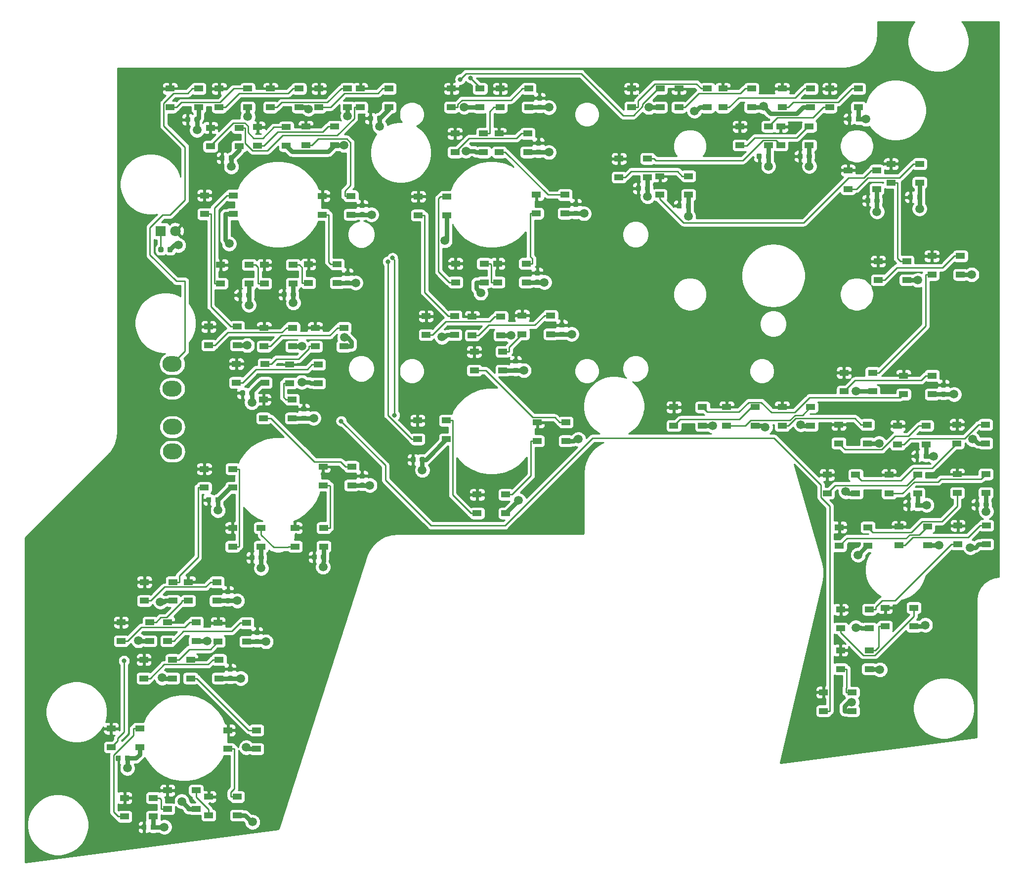
<source format=gbr>
%TF.GenerationSoftware,KiCad,Pcbnew,(5.1.12-1-10_14)*%
%TF.CreationDate,2021-11-24T13:08:03+11:00*%
%TF.ProjectId,Select JETT Panel PCB V2,53656c65-6374-4204-9a45-54542050616e,rev?*%
%TF.SameCoordinates,Original*%
%TF.FileFunction,Copper,L1,Top*%
%TF.FilePolarity,Positive*%
%FSLAX46Y46*%
G04 Gerber Fmt 4.6, Leading zero omitted, Abs format (unit mm)*
G04 Created by KiCad (PCBNEW (5.1.12-1-10_14)) date 2021-11-24 13:08:03*
%MOMM*%
%LPD*%
G01*
G04 APERTURE LIST*
%TA.AperFunction,ComponentPad*%
%ADD10O,3.300000X2.700000*%
%TD*%
%TA.AperFunction,ComponentPad*%
%ADD11C,1.800000*%
%TD*%
%TA.AperFunction,ComponentPad*%
%ADD12R,1.800000X1.800000*%
%TD*%
%TA.AperFunction,SMDPad,CuDef*%
%ADD13R,1.500000X1.000000*%
%TD*%
%TA.AperFunction,ViaPad*%
%ADD14C,0.800000*%
%TD*%
%TA.AperFunction,ViaPad*%
%ADD15C,1.500000*%
%TD*%
%TA.AperFunction,Conductor*%
%ADD16C,0.250000*%
%TD*%
%TA.AperFunction,Conductor*%
%ADD17C,0.750000*%
%TD*%
%TA.AperFunction,Conductor*%
%ADD18C,0.254000*%
%TD*%
%TA.AperFunction,Conductor*%
%ADD19C,0.100000*%
%TD*%
G04 APERTURE END LIST*
D10*
%TO.P,J2,4*%
%TO.N,/DATAOUT*%
X91000000Y-91600000D03*
%TO.P,J2,3*%
%TO.N,/LEDGND*%
X91000000Y-95800000D03*
%TO.P,J2,2*%
%TO.N,/LED+5V*%
X96500000Y-91600000D03*
%TO.P,J2,1*%
%TA.AperFunction,ComponentPad*%
G36*
G01*
X97899999Y-97150000D02*
X95100001Y-97150000D01*
G75*
G02*
X94850000Y-96899999I0J250001D01*
G01*
X94850000Y-94700001D01*
G75*
G02*
X95100001Y-94450000I250001J0D01*
G01*
X97899999Y-94450000D01*
G75*
G02*
X98150000Y-94700001I0J-250001D01*
G01*
X98150000Y-96899999D01*
G75*
G02*
X97899999Y-97150000I-250001J0D01*
G01*
G37*
%TD.AperFunction*%
%TD*%
%TO.P,J1,4*%
%TO.N,/DATAIN*%
X90950000Y-80800000D03*
%TO.P,J1,3*%
%TO.N,/LEDGND*%
X90950000Y-85000000D03*
%TO.P,J1,2*%
%TO.N,/LED+5V*%
X96450000Y-80800000D03*
%TO.P,J1,1*%
%TA.AperFunction,ComponentPad*%
G36*
G01*
X97849999Y-86350000D02*
X95050001Y-86350000D01*
G75*
G02*
X94800000Y-86099999I0J250001D01*
G01*
X94800000Y-83900001D01*
G75*
G02*
X95050001Y-83650000I250001J0D01*
G01*
X97849999Y-83650000D01*
G75*
G02*
X98100000Y-83900001I0J-250001D01*
G01*
X98100000Y-86099999D01*
G75*
G02*
X97849999Y-86350000I-250001J0D01*
G01*
G37*
%TD.AperFunction*%
%TD*%
%TO.P,R1,2*%
%TO.N,/LEDGND*%
%TA.AperFunction,SMDPad,CuDef*%
G36*
G01*
X90150000Y-61456250D02*
X90150000Y-60943750D01*
G75*
G02*
X90368750Y-60725000I218750J0D01*
G01*
X90806250Y-60725000D01*
G75*
G02*
X91025000Y-60943750I0J-218750D01*
G01*
X91025000Y-61456250D01*
G75*
G02*
X90806250Y-61675000I-218750J0D01*
G01*
X90368750Y-61675000D01*
G75*
G02*
X90150000Y-61456250I0J218750D01*
G01*
G37*
%TD.AperFunction*%
%TO.P,R1,1*%
%TO.N,Net-(D82-Pad1)*%
%TA.AperFunction,SMDPad,CuDef*%
G36*
G01*
X88575000Y-61456250D02*
X88575000Y-60943750D01*
G75*
G02*
X88793750Y-60725000I218750J0D01*
G01*
X89231250Y-60725000D01*
G75*
G02*
X89450000Y-60943750I0J-218750D01*
G01*
X89450000Y-61456250D01*
G75*
G02*
X89231250Y-61675000I-218750J0D01*
G01*
X88793750Y-61675000D01*
G75*
G02*
X88575000Y-61456250I0J218750D01*
G01*
G37*
%TD.AperFunction*%
%TD*%
D11*
%TO.P,D82,2*%
%TO.N,/LED+5V*%
X91500000Y-58000000D03*
D12*
%TO.P,D82,1*%
%TO.N,Net-(D82-Pad1)*%
X88960000Y-58000000D03*
%TD*%
D13*
%TO.P,D81,1*%
%TO.N,/LED+5V*%
X202550000Y-137100000D03*
%TO.P,D81,2*%
%TO.N,/DATAOUT*%
X202550000Y-140300000D03*
%TO.P,D81,4*%
%TO.N,Net-(D80-Pad2)*%
X207450000Y-137100000D03*
%TO.P,D81,3*%
%TO.N,/LEDGND*%
X207450000Y-140300000D03*
%TD*%
%TO.P,D80,1*%
%TO.N,/LED+5V*%
X205450000Y-129900000D03*
%TO.P,D80,2*%
%TO.N,Net-(D80-Pad2)*%
X205450000Y-133100000D03*
%TO.P,D80,4*%
%TO.N,Net-(D79-Pad2)*%
X210350000Y-129900000D03*
%TO.P,D80,3*%
%TO.N,/LEDGND*%
X210350000Y-133100000D03*
%TD*%
%TO.P,D79,1*%
%TO.N,/LED+5V*%
X213100000Y-122600000D03*
%TO.P,D79,2*%
%TO.N,Net-(D79-Pad2)*%
X213100000Y-125800000D03*
%TO.P,D79,4*%
%TO.N,Net-(D78-Pad2)*%
X218000000Y-122600000D03*
%TO.P,D79,3*%
%TO.N,/LEDGND*%
X218000000Y-125800000D03*
%TD*%
%TO.P,D78,1*%
%TO.N,/LED+5V*%
X205500000Y-122900000D03*
%TO.P,D78,2*%
%TO.N,Net-(D78-Pad2)*%
X205500000Y-126100000D03*
%TO.P,D78,4*%
%TO.N,Net-(D77-Pad2)*%
X210400000Y-122900000D03*
%TO.P,D78,3*%
%TO.N,/LEDGND*%
X210400000Y-126100000D03*
%TD*%
%TO.P,D77,1*%
%TO.N,/LED+5V*%
X225550000Y-108500000D03*
%TO.P,D77,2*%
%TO.N,Net-(D77-Pad2)*%
X225550000Y-111700000D03*
%TO.P,D77,4*%
%TO.N,Net-(D76-Pad2)*%
X230450000Y-108500000D03*
%TO.P,D77,3*%
%TO.N,/LEDGND*%
X230450000Y-111700000D03*
%TD*%
%TO.P,D76,1*%
%TO.N,/LED+5V*%
X215450000Y-108700000D03*
%TO.P,D76,2*%
%TO.N,Net-(D76-Pad2)*%
X215450000Y-111900000D03*
%TO.P,D76,4*%
%TO.N,Net-(D75-Pad2)*%
X220350000Y-108700000D03*
%TO.P,D76,3*%
%TO.N,/LEDGND*%
X220350000Y-111900000D03*
%TD*%
%TO.P,D75,1*%
%TO.N,/LED+5V*%
X205250000Y-108800000D03*
%TO.P,D75,2*%
%TO.N,Net-(D75-Pad2)*%
X205250000Y-112000000D03*
%TO.P,D75,4*%
%TO.N,Net-(D74-Pad2)*%
X210150000Y-108800000D03*
%TO.P,D75,3*%
%TO.N,/LEDGND*%
X210150000Y-112000000D03*
%TD*%
%TO.P,D74,1*%
%TO.N,/LED+5V*%
X225450000Y-99700000D03*
%TO.P,D74,2*%
%TO.N,Net-(D74-Pad2)*%
X225450000Y-102900000D03*
%TO.P,D74,4*%
%TO.N,Net-(D73-Pad2)*%
X230350000Y-99700000D03*
%TO.P,D74,3*%
%TO.N,/LEDGND*%
X230350000Y-102900000D03*
%TD*%
%TO.P,D73,1*%
%TO.N,/LED+5V*%
X213750000Y-99800000D03*
%TO.P,D73,2*%
%TO.N,Net-(D73-Pad2)*%
X213750000Y-103000000D03*
%TO.P,D73,4*%
%TO.N,Net-(D72-Pad2)*%
X218650000Y-99800000D03*
%TO.P,D73,3*%
%TO.N,/LEDGND*%
X218650000Y-103000000D03*
%TD*%
%TO.P,D72,1*%
%TO.N,/LED+5V*%
X203150000Y-99800000D03*
%TO.P,D72,2*%
%TO.N,Net-(D72-Pad2)*%
X203150000Y-103000000D03*
%TO.P,D72,4*%
%TO.N,Net-(D71-Pad2)*%
X208050000Y-99800000D03*
%TO.P,D72,3*%
%TO.N,/LEDGND*%
X208050000Y-103000000D03*
%TD*%
%TO.P,D71,1*%
%TO.N,/LED+5V*%
X225400000Y-91200000D03*
%TO.P,D71,2*%
%TO.N,Net-(D71-Pad2)*%
X225400000Y-94400000D03*
%TO.P,D71,4*%
%TO.N,Net-(D70-Pad2)*%
X230300000Y-91200000D03*
%TO.P,D71,3*%
%TO.N,/LEDGND*%
X230300000Y-94400000D03*
%TD*%
%TO.P,D70,1*%
%TO.N,/LED+5V*%
X215250000Y-91400000D03*
%TO.P,D70,2*%
%TO.N,Net-(D70-Pad2)*%
X215250000Y-94600000D03*
%TO.P,D70,4*%
%TO.N,Net-(D69-Pad2)*%
X220150000Y-91400000D03*
%TO.P,D70,3*%
%TO.N,/LEDGND*%
X220150000Y-94600000D03*
%TD*%
%TO.P,D69,1*%
%TO.N,/LED+5V*%
X205150000Y-91200000D03*
%TO.P,D69,2*%
%TO.N,Net-(D69-Pad2)*%
X205150000Y-94400000D03*
%TO.P,D69,4*%
%TO.N,Net-(D68-Pad2)*%
X210050000Y-91200000D03*
%TO.P,D69,3*%
%TO.N,/LEDGND*%
X210050000Y-94400000D03*
%TD*%
%TO.P,D68,1*%
%TO.N,/LED+5V*%
X195450000Y-88200000D03*
%TO.P,D68,2*%
%TO.N,Net-(D68-Pad2)*%
X195450000Y-91400000D03*
%TO.P,D68,4*%
%TO.N,Net-(D67-Pad2)*%
X200350000Y-88200000D03*
%TO.P,D68,3*%
%TO.N,/LEDGND*%
X200350000Y-91400000D03*
%TD*%
%TO.P,D67,1*%
%TO.N,/LED+5V*%
X185950000Y-88200000D03*
%TO.P,D67,2*%
%TO.N,Net-(D67-Pad2)*%
X185950000Y-91400000D03*
%TO.P,D67,4*%
%TO.N,Net-(D66-Pad2)*%
X190850000Y-88200000D03*
%TO.P,D67,3*%
%TO.N,/LEDGND*%
X190850000Y-91400000D03*
%TD*%
%TO.P,D66,1*%
%TO.N,/LED+5V*%
X176900000Y-88200000D03*
%TO.P,D66,2*%
%TO.N,Net-(D66-Pad2)*%
X176900000Y-91400000D03*
%TO.P,D66,4*%
%TO.N,Net-(D65-Pad2)*%
X181800000Y-88200000D03*
%TO.P,D66,3*%
%TO.N,/LEDGND*%
X181800000Y-91400000D03*
%TD*%
%TO.P,D65,1*%
%TO.N,/LED+5V*%
X216250000Y-82800000D03*
%TO.P,D65,2*%
%TO.N,Net-(D65-Pad2)*%
X216250000Y-86000000D03*
%TO.P,D65,4*%
%TO.N,Net-(D64-Pad2)*%
X221150000Y-82800000D03*
%TO.P,D65,3*%
%TO.N,/LEDGND*%
X221150000Y-86000000D03*
%TD*%
%TO.P,D64,1*%
%TO.N,/LED+5V*%
X206050000Y-82300000D03*
%TO.P,D64,2*%
%TO.N,Net-(D64-Pad2)*%
X206050000Y-85500000D03*
%TO.P,D64,4*%
%TO.N,Net-(D63-Pad2)*%
X210950000Y-82300000D03*
%TO.P,D64,3*%
%TO.N,/LEDGND*%
X210950000Y-85500000D03*
%TD*%
%TO.P,D63,1*%
%TO.N,/LED+5V*%
X221100000Y-62300000D03*
%TO.P,D63,2*%
%TO.N,Net-(D63-Pad2)*%
X221100000Y-65500000D03*
%TO.P,D63,4*%
%TO.N,Net-(D62-Pad2)*%
X226000000Y-62300000D03*
%TO.P,D63,3*%
%TO.N,/LEDGND*%
X226000000Y-65500000D03*
%TD*%
%TO.P,D62,1*%
%TO.N,/LED+5V*%
X211900000Y-63200000D03*
%TO.P,D62,2*%
%TO.N,Net-(D62-Pad2)*%
X211900000Y-66400000D03*
%TO.P,D62,4*%
%TO.N,Net-(D61-Pad2)*%
X216800000Y-63200000D03*
%TO.P,D62,3*%
%TO.N,/LEDGND*%
X216800000Y-66400000D03*
%TD*%
%TO.P,D61,1*%
%TO.N,/LED+5V*%
X214100000Y-46500000D03*
%TO.P,D61,2*%
%TO.N,Net-(D61-Pad2)*%
X214100000Y-49700000D03*
%TO.P,D61,4*%
%TO.N,Net-(D60-Pad2)*%
X219000000Y-46500000D03*
%TO.P,D61,3*%
%TO.N,/LEDGND*%
X219000000Y-49700000D03*
%TD*%
%TO.P,D60,1*%
%TO.N,/LED+5V*%
X206750000Y-47600000D03*
%TO.P,D60,2*%
%TO.N,Net-(D60-Pad2)*%
X206750000Y-50800000D03*
%TO.P,D60,4*%
%TO.N,Net-(D59-Pad2)*%
X211650000Y-47600000D03*
%TO.P,D60,3*%
%TO.N,/LEDGND*%
X211650000Y-50800000D03*
%TD*%
%TO.P,D59,1*%
%TO.N,/LED+5V*%
X174500000Y-48600000D03*
%TO.P,D59,2*%
%TO.N,Net-(D59-Pad2)*%
X174500000Y-51800000D03*
%TO.P,D59,4*%
%TO.N,Net-(D58-Pad2)*%
X179400000Y-48600000D03*
%TO.P,D59,3*%
%TO.N,/LEDGND*%
X179400000Y-51800000D03*
%TD*%
%TO.P,D58,1*%
%TO.N,/LED+5V*%
X167500000Y-45600000D03*
%TO.P,D58,2*%
%TO.N,Net-(D58-Pad2)*%
X167500000Y-48800000D03*
%TO.P,D58,4*%
%TO.N,Net-(D57-Pad2)*%
X172400000Y-45600000D03*
%TO.P,D58,3*%
%TO.N,/LEDGND*%
X172400000Y-48800000D03*
%TD*%
%TO.P,D57,1*%
%TO.N,/LED+5V*%
X195200000Y-40100000D03*
%TO.P,D57,2*%
%TO.N,Net-(D57-Pad2)*%
X195200000Y-43300000D03*
%TO.P,D57,4*%
%TO.N,Net-(D56-Pad2)*%
X200100000Y-40100000D03*
%TO.P,D57,3*%
%TO.N,/LEDGND*%
X200100000Y-43300000D03*
%TD*%
%TO.P,D56,1*%
%TO.N,/LED+5V*%
X188200000Y-40100000D03*
%TO.P,D56,2*%
%TO.N,Net-(D56-Pad2)*%
X188200000Y-43300000D03*
%TO.P,D56,4*%
%TO.N,Net-(D55-Pad2)*%
X193100000Y-40100000D03*
%TO.P,D56,3*%
%TO.N,/LEDGND*%
X193100000Y-43300000D03*
%TD*%
%TO.P,D55,1*%
%TO.N,/LED+5V*%
X203600000Y-33600000D03*
%TO.P,D55,2*%
%TO.N,Net-(D55-Pad2)*%
X203600000Y-36800000D03*
%TO.P,D55,4*%
%TO.N,Net-(D54-Pad2)*%
X208500000Y-33600000D03*
%TO.P,D55,3*%
%TO.N,/LEDGND*%
X208500000Y-36800000D03*
%TD*%
%TO.P,D54,1*%
%TO.N,/LED+5V*%
X195450000Y-33600000D03*
%TO.P,D54,2*%
%TO.N,Net-(D54-Pad2)*%
X195450000Y-36800000D03*
%TO.P,D54,4*%
%TO.N,Net-(D53-Pad2)*%
X200350000Y-33600000D03*
%TO.P,D54,3*%
%TO.N,/LEDGND*%
X200350000Y-36800000D03*
%TD*%
%TO.P,D53,1*%
%TO.N,/LED+5V*%
X185300000Y-33600000D03*
%TO.P,D53,2*%
%TO.N,Net-(D53-Pad2)*%
X185300000Y-36800000D03*
%TO.P,D53,4*%
%TO.N,Net-(D52-Pad2)*%
X190200000Y-33600000D03*
%TO.P,D53,3*%
%TO.N,/LEDGND*%
X190200000Y-36800000D03*
%TD*%
%TO.P,D52,1*%
%TO.N,/LED+5V*%
X177750000Y-33600000D03*
%TO.P,D52,2*%
%TO.N,Net-(D52-Pad2)*%
X177750000Y-36800000D03*
%TO.P,D52,4*%
%TO.N,Net-(D51-Pad2)*%
X182650000Y-33600000D03*
%TO.P,D52,3*%
%TO.N,/LEDGND*%
X182650000Y-36800000D03*
%TD*%
%TO.P,D51,1*%
%TO.N,/LED+5V*%
X169650000Y-33600000D03*
%TO.P,D51,2*%
%TO.N,Net-(D51-Pad2)*%
X169650000Y-36800000D03*
%TO.P,D51,4*%
%TO.N,Net-(D50-Pad2)*%
X174550000Y-33600000D03*
%TO.P,D51,3*%
%TO.N,/LEDGND*%
X174550000Y-36800000D03*
%TD*%
%TO.P,D50,1*%
%TO.N,/LED+5V*%
X133000000Y-90500000D03*
%TO.P,D50,2*%
%TO.N,Net-(D50-Pad2)*%
X133000000Y-93700000D03*
%TO.P,D50,4*%
%TO.N,Net-(D49-Pad2)*%
X137900000Y-90500000D03*
%TO.P,D50,3*%
%TO.N,/LEDGND*%
X137900000Y-93700000D03*
%TD*%
%TO.P,D49,1*%
%TO.N,/LED+5V*%
X143200000Y-103200000D03*
%TO.P,D49,2*%
%TO.N,Net-(D49-Pad2)*%
X143200000Y-106400000D03*
%TO.P,D49,4*%
%TO.N,Net-(D48-Pad2)*%
X148100000Y-103200000D03*
%TO.P,D49,3*%
%TO.N,/LEDGND*%
X148100000Y-106400000D03*
%TD*%
%TO.P,D48,1*%
%TO.N,/LED+5V*%
X153500000Y-90800000D03*
%TO.P,D48,2*%
%TO.N,Net-(D48-Pad2)*%
X153500000Y-94000000D03*
%TO.P,D48,4*%
%TO.N,Net-(D47-Pad2)*%
X158400000Y-90800000D03*
%TO.P,D48,3*%
%TO.N,/LEDGND*%
X158400000Y-94000000D03*
%TD*%
%TO.P,D47,1*%
%TO.N,/LED+5V*%
X142700000Y-78700000D03*
%TO.P,D47,2*%
%TO.N,Net-(D47-Pad2)*%
X142700000Y-81900000D03*
%TO.P,D47,4*%
%TO.N,Net-(D46-Pad2)*%
X147600000Y-78700000D03*
%TO.P,D47,3*%
%TO.N,/LEDGND*%
X147600000Y-81900000D03*
%TD*%
%TO.P,D46,1*%
%TO.N,/LED+5V*%
X150900000Y-72500000D03*
%TO.P,D46,2*%
%TO.N,Net-(D46-Pad2)*%
X150900000Y-75700000D03*
%TO.P,D46,4*%
%TO.N,Net-(D45-Pad2)*%
X155800000Y-72500000D03*
%TO.P,D46,3*%
%TO.N,/LEDGND*%
X155800000Y-75700000D03*
%TD*%
%TO.P,D45,1*%
%TO.N,/LED+5V*%
X142350000Y-72700000D03*
%TO.P,D45,2*%
%TO.N,Net-(D45-Pad2)*%
X142350000Y-75900000D03*
%TO.P,D45,4*%
%TO.N,Net-(D44-Pad2)*%
X147250000Y-72700000D03*
%TO.P,D45,3*%
%TO.N,/LEDGND*%
X147250000Y-75900000D03*
%TD*%
%TO.P,D44,1*%
%TO.N,/LED+5V*%
X134450000Y-72600000D03*
%TO.P,D44,2*%
%TO.N,Net-(D44-Pad2)*%
X134450000Y-75800000D03*
%TO.P,D44,4*%
%TO.N,Net-(D43-Pad2)*%
X139350000Y-72600000D03*
%TO.P,D44,3*%
%TO.N,/LEDGND*%
X139350000Y-75800000D03*
%TD*%
%TO.P,D43,1*%
%TO.N,/LED+5V*%
X133100000Y-52100000D03*
%TO.P,D43,2*%
%TO.N,Net-(D43-Pad2)*%
X133100000Y-55300000D03*
%TO.P,D43,4*%
%TO.N,Net-(D42-Pad2)*%
X138000000Y-52100000D03*
%TO.P,D43,3*%
%TO.N,/LEDGND*%
X138000000Y-55300000D03*
%TD*%
%TO.P,D42,1*%
%TO.N,/LED+5V*%
X139500000Y-63600000D03*
%TO.P,D42,2*%
%TO.N,Net-(D42-Pad2)*%
X139500000Y-66800000D03*
%TO.P,D42,4*%
%TO.N,Net-(D41-Pad2)*%
X144400000Y-63600000D03*
%TO.P,D42,3*%
%TO.N,/LEDGND*%
X144400000Y-66800000D03*
%TD*%
%TO.P,D41,1*%
%TO.N,/LED+5V*%
X146700000Y-63600000D03*
%TO.P,D41,2*%
%TO.N,Net-(D41-Pad2)*%
X146700000Y-66800000D03*
%TO.P,D41,4*%
%TO.N,Net-(D40-Pad2)*%
X151600000Y-63600000D03*
%TO.P,D41,3*%
%TO.N,/LEDGND*%
X151600000Y-66800000D03*
%TD*%
%TO.P,D40,1*%
%TO.N,/LED+5V*%
X153350000Y-51800000D03*
%TO.P,D40,2*%
%TO.N,Net-(D40-Pad2)*%
X153350000Y-55000000D03*
%TO.P,D40,4*%
%TO.N,Net-(D39-Pad2)*%
X158250000Y-51800000D03*
%TO.P,D40,3*%
%TO.N,/LEDGND*%
X158250000Y-55000000D03*
%TD*%
%TO.P,D39,1*%
%TO.N,/LED+5V*%
X146950000Y-41300000D03*
%TO.P,D39,2*%
%TO.N,Net-(D39-Pad2)*%
X146950000Y-44500000D03*
%TO.P,D39,4*%
%TO.N,Net-(D38-Pad2)*%
X151850000Y-41300000D03*
%TO.P,D39,3*%
%TO.N,/LEDGND*%
X151850000Y-44500000D03*
%TD*%
%TO.P,D38,1*%
%TO.N,/LED+5V*%
X139400000Y-41300000D03*
%TO.P,D38,2*%
%TO.N,Net-(D38-Pad2)*%
X139400000Y-44500000D03*
%TO.P,D38,4*%
%TO.N,Net-(D37-Pad2)*%
X144300000Y-41300000D03*
%TO.P,D38,3*%
%TO.N,/LEDGND*%
X144300000Y-44500000D03*
%TD*%
%TO.P,D37,1*%
%TO.N,/LED+5V*%
X147150000Y-33600000D03*
%TO.P,D37,2*%
%TO.N,Net-(D37-Pad2)*%
X147150000Y-36800000D03*
%TO.P,D37,4*%
%TO.N,Net-(D36-Pad2)*%
X152050000Y-33600000D03*
%TO.P,D37,3*%
%TO.N,/LEDGND*%
X152050000Y-36800000D03*
%TD*%
%TO.P,D36,1*%
%TO.N,/LED+5V*%
X138800000Y-33600000D03*
%TO.P,D36,2*%
%TO.N,Net-(D36-Pad2)*%
X138800000Y-36800000D03*
%TO.P,D36,4*%
%TO.N,Net-(D35-Pad2)*%
X143700000Y-33600000D03*
%TO.P,D36,3*%
%TO.N,/LEDGND*%
X143700000Y-36800000D03*
%TD*%
%TO.P,D35,1*%
%TO.N,/LED+5V*%
X80500000Y-143300000D03*
%TO.P,D35,2*%
%TO.N,Net-(D35-Pad2)*%
X80500000Y-146500000D03*
%TO.P,D35,4*%
%TO.N,Net-(D34-Pad2)*%
X85400000Y-143300000D03*
%TO.P,D35,3*%
%TO.N,/LEDGND*%
X85400000Y-146500000D03*
%TD*%
%TO.P,D34,1*%
%TO.N,/LED+5V*%
X82800000Y-155200000D03*
%TO.P,D34,2*%
%TO.N,Net-(D34-Pad2)*%
X82800000Y-158400000D03*
%TO.P,D34,4*%
%TO.N,Net-(D33-Pad2)*%
X87700000Y-155200000D03*
%TO.P,D34,3*%
%TO.N,/LEDGND*%
X87700000Y-158400000D03*
%TD*%
%TO.P,D33,1*%
%TO.N,/LED+5V*%
X90150000Y-153900000D03*
%TO.P,D33,2*%
%TO.N,Net-(D33-Pad2)*%
X90150000Y-157100000D03*
%TO.P,D33,4*%
%TO.N,Net-(D32-Pad2)*%
X95050000Y-153900000D03*
%TO.P,D33,3*%
%TO.N,/LEDGND*%
X95050000Y-157100000D03*
%TD*%
%TO.P,D32,1*%
%TO.N,/LED+5V*%
X97200000Y-155000000D03*
%TO.P,D32,2*%
%TO.N,Net-(D32-Pad2)*%
X97200000Y-158200000D03*
%TO.P,D32,4*%
%TO.N,Net-(D31-Pad2)*%
X102100000Y-155000000D03*
%TO.P,D32,3*%
%TO.N,/LEDGND*%
X102100000Y-158200000D03*
%TD*%
%TO.P,D31,1*%
%TO.N,/LED+5V*%
X100500000Y-143600000D03*
%TO.P,D31,2*%
%TO.N,Net-(D31-Pad2)*%
X100500000Y-146800000D03*
%TO.P,D31,4*%
%TO.N,Net-(D30-Pad2)*%
X105400000Y-143600000D03*
%TO.P,D31,3*%
%TO.N,/LEDGND*%
X105400000Y-146800000D03*
%TD*%
%TO.P,D30,1*%
%TO.N,/LED+5V*%
X94100000Y-131500000D03*
%TO.P,D30,2*%
%TO.N,Net-(D30-Pad2)*%
X94100000Y-134700000D03*
%TO.P,D30,4*%
%TO.N,Net-(D29-Pad2)*%
X99000000Y-131500000D03*
%TO.P,D30,3*%
%TO.N,/LEDGND*%
X99000000Y-134700000D03*
%TD*%
%TO.P,D29,1*%
%TO.N,/LED+5V*%
X86100000Y-131500000D03*
%TO.P,D29,2*%
%TO.N,Net-(D29-Pad2)*%
X86100000Y-134700000D03*
%TO.P,D29,4*%
%TO.N,Net-(D28-Pad2)*%
X91000000Y-131500000D03*
%TO.P,D29,3*%
%TO.N,/LEDGND*%
X91000000Y-134700000D03*
%TD*%
%TO.P,D28,1*%
%TO.N,/LED+5V*%
X98800000Y-125200000D03*
%TO.P,D28,2*%
%TO.N,Net-(D28-Pad2)*%
X98800000Y-128400000D03*
%TO.P,D28,4*%
%TO.N,Net-(D27-Pad2)*%
X103700000Y-125200000D03*
%TO.P,D28,3*%
%TO.N,/LEDGND*%
X103700000Y-128400000D03*
%TD*%
%TO.P,D27,1*%
%TO.N,/LED+5V*%
X90150000Y-125100000D03*
%TO.P,D27,2*%
%TO.N,Net-(D27-Pad2)*%
X90150000Y-128300000D03*
%TO.P,D27,4*%
%TO.N,Net-(D26-Pad2)*%
X95050000Y-125100000D03*
%TO.P,D27,3*%
%TO.N,/LEDGND*%
X95050000Y-128300000D03*
%TD*%
%TO.P,D26,1*%
%TO.N,/LED+5V*%
X82200000Y-125100000D03*
%TO.P,D26,2*%
%TO.N,Net-(D26-Pad2)*%
X82200000Y-128300000D03*
%TO.P,D26,4*%
%TO.N,Net-(D25-Pad2)*%
X87100000Y-125100000D03*
%TO.P,D26,3*%
%TO.N,/LEDGND*%
X87100000Y-128300000D03*
%TD*%
%TO.P,D25,1*%
%TO.N,/LED+5V*%
X93700000Y-118200000D03*
%TO.P,D25,2*%
%TO.N,Net-(D25-Pad2)*%
X93700000Y-121400000D03*
%TO.P,D25,4*%
%TO.N,Net-(D24-Pad2)*%
X98600000Y-118200000D03*
%TO.P,D25,3*%
%TO.N,/LEDGND*%
X98600000Y-121400000D03*
%TD*%
%TO.P,D24,1*%
%TO.N,/LED+5V*%
X86200000Y-118200000D03*
%TO.P,D24,2*%
%TO.N,Net-(D24-Pad2)*%
X86200000Y-121400000D03*
%TO.P,D24,4*%
%TO.N,Net-(D23-Pad2)*%
X91100000Y-118200000D03*
%TO.P,D24,3*%
%TO.N,/LEDGND*%
X91100000Y-121400000D03*
%TD*%
%TO.P,D23,1*%
%TO.N,/LED+5V*%
X96450000Y-98800000D03*
%TO.P,D23,2*%
%TO.N,Net-(D23-Pad2)*%
X96450000Y-102000000D03*
%TO.P,D23,4*%
%TO.N,Net-(D22-Pad2)*%
X101350000Y-98800000D03*
%TO.P,D23,3*%
%TO.N,/LEDGND*%
X101350000Y-102000000D03*
%TD*%
%TO.P,D22,1*%
%TO.N,/LED+5V*%
X101300000Y-108900000D03*
%TO.P,D22,2*%
%TO.N,Net-(D22-Pad2)*%
X101300000Y-112100000D03*
%TO.P,D22,4*%
%TO.N,Net-(D21-Pad2)*%
X106200000Y-108900000D03*
%TO.P,D22,3*%
%TO.N,/LEDGND*%
X106200000Y-112100000D03*
%TD*%
%TO.P,D21,1*%
%TO.N,/LED+5V*%
X112000000Y-108900000D03*
%TO.P,D21,2*%
%TO.N,Net-(D21-Pad2)*%
X112000000Y-112100000D03*
%TO.P,D21,4*%
%TO.N,Net-(D20-Pad2)*%
X116900000Y-108900000D03*
%TO.P,D21,3*%
%TO.N,/LEDGND*%
X116900000Y-112100000D03*
%TD*%
%TO.P,D20,1*%
%TO.N,/LED+5V*%
X116800000Y-98400000D03*
%TO.P,D20,2*%
%TO.N,Net-(D20-Pad2)*%
X116800000Y-101600000D03*
%TO.P,D20,4*%
%TO.N,Net-(D19-Pad2)*%
X121700000Y-98400000D03*
%TO.P,D20,3*%
%TO.N,/LEDGND*%
X121700000Y-101600000D03*
%TD*%
%TO.P,D19,1*%
%TO.N,/LED+5V*%
X106600000Y-86900000D03*
%TO.P,D19,2*%
%TO.N,Net-(D19-Pad2)*%
X106600000Y-90100000D03*
%TO.P,D19,4*%
%TO.N,Net-(D18-Pad2)*%
X111500000Y-86900000D03*
%TO.P,D19,3*%
%TO.N,/LEDGND*%
X111500000Y-90100000D03*
%TD*%
%TO.P,D18,1*%
%TO.N,/LED+5V*%
X111100000Y-80900000D03*
%TO.P,D18,2*%
%TO.N,Net-(D18-Pad2)*%
X111100000Y-84100000D03*
%TO.P,D18,4*%
%TO.N,Net-(D17-Pad2)*%
X116000000Y-80900000D03*
%TO.P,D18,3*%
%TO.N,/LEDGND*%
X116000000Y-84100000D03*
%TD*%
%TO.P,D17,1*%
%TO.N,/LED+5V*%
X101950000Y-80800000D03*
%TO.P,D17,2*%
%TO.N,Net-(D17-Pad2)*%
X101950000Y-84000000D03*
%TO.P,D17,4*%
%TO.N,Net-(D16-Pad2)*%
X106850000Y-80800000D03*
%TO.P,D17,3*%
%TO.N,/LEDGND*%
X106850000Y-84000000D03*
%TD*%
%TO.P,D16,1*%
%TO.N,/LED+5V*%
X115450000Y-74600000D03*
%TO.P,D16,2*%
%TO.N,Net-(D16-Pad2)*%
X115450000Y-77800000D03*
%TO.P,D16,4*%
%TO.N,Net-(D15-Pad2)*%
X120350000Y-74600000D03*
%TO.P,D16,3*%
%TO.N,/LEDGND*%
X120350000Y-77800000D03*
%TD*%
%TO.P,D15,1*%
%TO.N,/LED+5V*%
X106700000Y-74600000D03*
%TO.P,D15,2*%
%TO.N,Net-(D15-Pad2)*%
X106700000Y-77800000D03*
%TO.P,D15,4*%
%TO.N,Net-(D14-Pad2)*%
X111600000Y-74600000D03*
%TO.P,D15,3*%
%TO.N,/LEDGND*%
X111600000Y-77800000D03*
%TD*%
%TO.P,D14,1*%
%TO.N,/LED+5V*%
X97200000Y-74400000D03*
%TO.P,D14,2*%
%TO.N,Net-(D14-Pad2)*%
X97200000Y-77600000D03*
%TO.P,D14,4*%
%TO.N,Net-(D13-Pad2)*%
X102100000Y-74400000D03*
%TO.P,D14,3*%
%TO.N,/LEDGND*%
X102100000Y-77600000D03*
%TD*%
%TO.P,D13,1*%
%TO.N,/LED+5V*%
X96500000Y-51900000D03*
%TO.P,D13,2*%
%TO.N,Net-(D13-Pad2)*%
X96500000Y-55100000D03*
%TO.P,D13,4*%
%TO.N,Net-(D12-Pad2)*%
X101400000Y-51900000D03*
%TO.P,D13,3*%
%TO.N,/LEDGND*%
X101400000Y-55100000D03*
%TD*%
%TO.P,D12,1*%
%TO.N,/LED+5V*%
X99250000Y-63800000D03*
%TO.P,D12,2*%
%TO.N,Net-(D12-Pad2)*%
X99250000Y-67000000D03*
%TO.P,D12,4*%
%TO.N,Net-(D11-Pad2)*%
X104150000Y-63800000D03*
%TO.P,D12,3*%
%TO.N,/LEDGND*%
X104150000Y-67000000D03*
%TD*%
%TO.P,D11,1*%
%TO.N,/LED+5V*%
X106750000Y-63800000D03*
%TO.P,D11,2*%
%TO.N,Net-(D11-Pad2)*%
X106750000Y-67000000D03*
%TO.P,D11,4*%
%TO.N,Net-(D10-Pad2)*%
X111650000Y-63800000D03*
%TO.P,D11,3*%
%TO.N,/LEDGND*%
X111650000Y-67000000D03*
%TD*%
%TO.P,D10,1*%
%TO.N,/LED+5V*%
X114300000Y-63700000D03*
%TO.P,D10,2*%
%TO.N,Net-(D10-Pad2)*%
X114300000Y-66900000D03*
%TO.P,D10,4*%
%TO.N,Net-(D10-Pad4)*%
X119200000Y-63700000D03*
%TO.P,D10,3*%
%TO.N,/LEDGND*%
X119200000Y-66900000D03*
%TD*%
%TO.P,D9,1*%
%TO.N,/LED+5V*%
X116700000Y-52000000D03*
%TO.P,D9,2*%
%TO.N,Net-(D10-Pad4)*%
X116700000Y-55200000D03*
%TO.P,D9,4*%
%TO.N,Net-(D8-Pad2)*%
X121600000Y-52000000D03*
%TO.P,D9,3*%
%TO.N,/LEDGND*%
X121600000Y-55200000D03*
%TD*%
%TO.P,D8,1*%
%TO.N,/LED+5V*%
X113850000Y-40100000D03*
%TO.P,D8,2*%
%TO.N,Net-(D8-Pad2)*%
X113850000Y-43300000D03*
%TO.P,D8,4*%
%TO.N,Net-(D7-Pad2)*%
X118750000Y-40100000D03*
%TO.P,D8,3*%
%TO.N,/LEDGND*%
X118750000Y-43300000D03*
%TD*%
%TO.P,D7,1*%
%TO.N,/LED+5V*%
X105600000Y-40200000D03*
%TO.P,D7,2*%
%TO.N,Net-(D7-Pad2)*%
X105600000Y-43400000D03*
%TO.P,D7,4*%
%TO.N,Net-(D6-Pad2)*%
X110500000Y-40200000D03*
%TO.P,D7,3*%
%TO.N,/LEDGND*%
X110500000Y-43400000D03*
%TD*%
%TO.P,D6,1*%
%TO.N,/LED+5V*%
X97500000Y-40300000D03*
%TO.P,D6,2*%
%TO.N,Net-(D6-Pad2)*%
X97500000Y-43500000D03*
%TO.P,D6,4*%
%TO.N,Net-(D5-Pad2)*%
X102400000Y-40300000D03*
%TO.P,D6,3*%
%TO.N,/LEDGND*%
X102400000Y-43500000D03*
%TD*%
%TO.P,D5,1*%
%TO.N,/LED+5V*%
X123200000Y-33600000D03*
%TO.P,D5,2*%
%TO.N,Net-(D5-Pad2)*%
X123200000Y-36800000D03*
%TO.P,D5,4*%
%TO.N,Net-(D4-Pad2)*%
X128100000Y-33600000D03*
%TO.P,D5,3*%
%TO.N,/LEDGND*%
X128100000Y-36800000D03*
%TD*%
%TO.P,D4,1*%
%TO.N,/LED+5V*%
X116100000Y-33600000D03*
%TO.P,D4,2*%
%TO.N,Net-(D4-Pad2)*%
X116100000Y-36800000D03*
%TO.P,D4,4*%
%TO.N,Net-(D3-Pad2)*%
X121000000Y-33600000D03*
%TO.P,D4,3*%
%TO.N,/LEDGND*%
X121000000Y-36800000D03*
%TD*%
%TO.P,D3,1*%
%TO.N,/LED+5V*%
X107800000Y-33600000D03*
%TO.P,D3,2*%
%TO.N,Net-(D3-Pad2)*%
X107800000Y-36800000D03*
%TO.P,D3,4*%
%TO.N,Net-(D2-Pad2)*%
X112700000Y-33600000D03*
%TO.P,D3,3*%
%TO.N,/LEDGND*%
X112700000Y-36800000D03*
%TD*%
%TO.P,D2,1*%
%TO.N,/LED+5V*%
X99000000Y-33600000D03*
%TO.P,D2,2*%
%TO.N,Net-(D2-Pad2)*%
X99000000Y-36800000D03*
%TO.P,D2,4*%
%TO.N,Net-(D1-Pad2)*%
X103900000Y-33600000D03*
%TO.P,D2,3*%
%TO.N,/LEDGND*%
X103900000Y-36800000D03*
%TD*%
%TO.P,D1,1*%
%TO.N,/LED+5V*%
X90600000Y-33600000D03*
%TO.P,D1,2*%
%TO.N,Net-(D1-Pad2)*%
X90600000Y-36800000D03*
%TO.P,D1,4*%
%TO.N,/DATAIN*%
X95500000Y-33600000D03*
%TO.P,D1,3*%
%TO.N,/LEDGND*%
X95500000Y-36800000D03*
%TD*%
%TO.P,C37,2*%
%TO.N,/LEDGND*%
%TA.AperFunction,SMDPad,CuDef*%
G36*
G01*
X229962000Y-105156250D02*
X229962000Y-104643750D01*
G75*
G02*
X230180750Y-104425000I218750J0D01*
G01*
X230618250Y-104425000D01*
G75*
G02*
X230837000Y-104643750I0J-218750D01*
G01*
X230837000Y-105156250D01*
G75*
G02*
X230618250Y-105375000I-218750J0D01*
G01*
X230180750Y-105375000D01*
G75*
G02*
X229962000Y-105156250I0J218750D01*
G01*
G37*
%TD.AperFunction*%
%TO.P,C37,1*%
%TO.N,/LED+5V*%
%TA.AperFunction,SMDPad,CuDef*%
G36*
G01*
X228387000Y-105156250D02*
X228387000Y-104643750D01*
G75*
G02*
X228605750Y-104425000I218750J0D01*
G01*
X229043250Y-104425000D01*
G75*
G02*
X229262000Y-104643750I0J-218750D01*
G01*
X229262000Y-105156250D01*
G75*
G02*
X229043250Y-105375000I-218750J0D01*
G01*
X228605750Y-105375000D01*
G75*
G02*
X228387000Y-105156250I0J218750D01*
G01*
G37*
%TD.AperFunction*%
%TD*%
%TO.P,C36,2*%
%TO.N,/LEDGND*%
%TA.AperFunction,SMDPad,CuDef*%
G36*
G01*
X218238000Y-105256250D02*
X218238000Y-104743750D01*
G75*
G02*
X218456750Y-104525000I218750J0D01*
G01*
X218894250Y-104525000D01*
G75*
G02*
X219113000Y-104743750I0J-218750D01*
G01*
X219113000Y-105256250D01*
G75*
G02*
X218894250Y-105475000I-218750J0D01*
G01*
X218456750Y-105475000D01*
G75*
G02*
X218238000Y-105256250I0J218750D01*
G01*
G37*
%TD.AperFunction*%
%TO.P,C36,1*%
%TO.N,/LED+5V*%
%TA.AperFunction,SMDPad,CuDef*%
G36*
G01*
X216663000Y-105256250D02*
X216663000Y-104743750D01*
G75*
G02*
X216881750Y-104525000I218750J0D01*
G01*
X217319250Y-104525000D01*
G75*
G02*
X217538000Y-104743750I0J-218750D01*
G01*
X217538000Y-105256250D01*
G75*
G02*
X217319250Y-105475000I-218750J0D01*
G01*
X216881750Y-105475000D01*
G75*
G02*
X216663000Y-105256250I0J218750D01*
G01*
G37*
%TD.AperFunction*%
%TD*%
%TO.P,C35,2*%
%TO.N,/LEDGND*%
%TA.AperFunction,SMDPad,CuDef*%
G36*
G01*
X219662000Y-96856250D02*
X219662000Y-96343750D01*
G75*
G02*
X219880750Y-96125000I218750J0D01*
G01*
X220318250Y-96125000D01*
G75*
G02*
X220537000Y-96343750I0J-218750D01*
G01*
X220537000Y-96856250D01*
G75*
G02*
X220318250Y-97075000I-218750J0D01*
G01*
X219880750Y-97075000D01*
G75*
G02*
X219662000Y-96856250I0J218750D01*
G01*
G37*
%TD.AperFunction*%
%TO.P,C35,1*%
%TO.N,/LED+5V*%
%TA.AperFunction,SMDPad,CuDef*%
G36*
G01*
X218087000Y-96856250D02*
X218087000Y-96343750D01*
G75*
G02*
X218305750Y-96125000I218750J0D01*
G01*
X218743250Y-96125000D01*
G75*
G02*
X218962000Y-96343750I0J-218750D01*
G01*
X218962000Y-96856250D01*
G75*
G02*
X218743250Y-97075000I-218750J0D01*
G01*
X218305750Y-97075000D01*
G75*
G02*
X218087000Y-96856250I0J218750D01*
G01*
G37*
%TD.AperFunction*%
%TD*%
%TO.P,C34,2*%
%TO.N,/LEDGND*%
%TA.AperFunction,SMDPad,CuDef*%
G36*
G01*
X222843750Y-85562500D02*
X223356250Y-85562500D01*
G75*
G02*
X223575000Y-85781250I0J-218750D01*
G01*
X223575000Y-86218750D01*
G75*
G02*
X223356250Y-86437500I-218750J0D01*
G01*
X222843750Y-86437500D01*
G75*
G02*
X222625000Y-86218750I0J218750D01*
G01*
X222625000Y-85781250D01*
G75*
G02*
X222843750Y-85562500I218750J0D01*
G01*
G37*
%TD.AperFunction*%
%TO.P,C34,1*%
%TO.N,/LED+5V*%
%TA.AperFunction,SMDPad,CuDef*%
G36*
G01*
X222843750Y-83987500D02*
X223356250Y-83987500D01*
G75*
G02*
X223575000Y-84206250I0J-218750D01*
G01*
X223575000Y-84643750D01*
G75*
G02*
X223356250Y-84862500I-218750J0D01*
G01*
X222843750Y-84862500D01*
G75*
G02*
X222625000Y-84643750I0J218750D01*
G01*
X222625000Y-84206250D01*
G75*
G02*
X222843750Y-83987500I218750J0D01*
G01*
G37*
%TD.AperFunction*%
%TD*%
%TO.P,C33,2*%
%TO.N,/LEDGND*%
%TA.AperFunction,SMDPad,CuDef*%
G36*
G01*
X218562000Y-52456250D02*
X218562000Y-51943750D01*
G75*
G02*
X218780750Y-51725000I218750J0D01*
G01*
X219218250Y-51725000D01*
G75*
G02*
X219437000Y-51943750I0J-218750D01*
G01*
X219437000Y-52456250D01*
G75*
G02*
X219218250Y-52675000I-218750J0D01*
G01*
X218780750Y-52675000D01*
G75*
G02*
X218562000Y-52456250I0J218750D01*
G01*
G37*
%TD.AperFunction*%
%TO.P,C33,1*%
%TO.N,/LED+5V*%
%TA.AperFunction,SMDPad,CuDef*%
G36*
G01*
X216987000Y-52456250D02*
X216987000Y-51943750D01*
G75*
G02*
X217205750Y-51725000I218750J0D01*
G01*
X217643250Y-51725000D01*
G75*
G02*
X217862000Y-51943750I0J-218750D01*
G01*
X217862000Y-52456250D01*
G75*
G02*
X217643250Y-52675000I-218750J0D01*
G01*
X217205750Y-52675000D01*
G75*
G02*
X216987000Y-52456250I0J218750D01*
G01*
G37*
%TD.AperFunction*%
%TD*%
%TO.P,C32,2*%
%TO.N,/LEDGND*%
%TA.AperFunction,SMDPad,CuDef*%
G36*
G01*
X211262000Y-53056250D02*
X211262000Y-52543750D01*
G75*
G02*
X211480750Y-52325000I218750J0D01*
G01*
X211918250Y-52325000D01*
G75*
G02*
X212137000Y-52543750I0J-218750D01*
G01*
X212137000Y-53056250D01*
G75*
G02*
X211918250Y-53275000I-218750J0D01*
G01*
X211480750Y-53275000D01*
G75*
G02*
X211262000Y-53056250I0J218750D01*
G01*
G37*
%TD.AperFunction*%
%TO.P,C32,1*%
%TO.N,/LED+5V*%
%TA.AperFunction,SMDPad,CuDef*%
G36*
G01*
X209687000Y-53056250D02*
X209687000Y-52543750D01*
G75*
G02*
X209905750Y-52325000I218750J0D01*
G01*
X210343250Y-52325000D01*
G75*
G02*
X210562000Y-52543750I0J-218750D01*
G01*
X210562000Y-53056250D01*
G75*
G02*
X210343250Y-53275000I-218750J0D01*
G01*
X209905750Y-53275000D01*
G75*
G02*
X209687000Y-53056250I0J218750D01*
G01*
G37*
%TD.AperFunction*%
%TD*%
%TO.P,C31,2*%
%TO.N,/LEDGND*%
%TA.AperFunction,SMDPad,CuDef*%
G36*
G01*
X192662000Y-45456250D02*
X192662000Y-44943750D01*
G75*
G02*
X192880750Y-44725000I218750J0D01*
G01*
X193318250Y-44725000D01*
G75*
G02*
X193537000Y-44943750I0J-218750D01*
G01*
X193537000Y-45456250D01*
G75*
G02*
X193318250Y-45675000I-218750J0D01*
G01*
X192880750Y-45675000D01*
G75*
G02*
X192662000Y-45456250I0J218750D01*
G01*
G37*
%TD.AperFunction*%
%TO.P,C31,1*%
%TO.N,/LED+5V*%
%TA.AperFunction,SMDPad,CuDef*%
G36*
G01*
X191087000Y-45456250D02*
X191087000Y-44943750D01*
G75*
G02*
X191305750Y-44725000I218750J0D01*
G01*
X191743250Y-44725000D01*
G75*
G02*
X191962000Y-44943750I0J-218750D01*
G01*
X191962000Y-45456250D01*
G75*
G02*
X191743250Y-45675000I-218750J0D01*
G01*
X191305750Y-45675000D01*
G75*
G02*
X191087000Y-45456250I0J218750D01*
G01*
G37*
%TD.AperFunction*%
%TD*%
%TO.P,C30,2*%
%TO.N,/LEDGND*%
%TA.AperFunction,SMDPad,CuDef*%
G36*
G01*
X199662000Y-45456250D02*
X199662000Y-44943750D01*
G75*
G02*
X199880750Y-44725000I218750J0D01*
G01*
X200318250Y-44725000D01*
G75*
G02*
X200537000Y-44943750I0J-218750D01*
G01*
X200537000Y-45456250D01*
G75*
G02*
X200318250Y-45675000I-218750J0D01*
G01*
X199880750Y-45675000D01*
G75*
G02*
X199662000Y-45456250I0J218750D01*
G01*
G37*
%TD.AperFunction*%
%TO.P,C30,1*%
%TO.N,/LED+5V*%
%TA.AperFunction,SMDPad,CuDef*%
G36*
G01*
X198087000Y-45456250D02*
X198087000Y-44943750D01*
G75*
G02*
X198305750Y-44725000I218750J0D01*
G01*
X198743250Y-44725000D01*
G75*
G02*
X198962000Y-44943750I0J-218750D01*
G01*
X198962000Y-45456250D01*
G75*
G02*
X198743250Y-45675000I-218750J0D01*
G01*
X198305750Y-45675000D01*
G75*
G02*
X198087000Y-45456250I0J218750D01*
G01*
G37*
%TD.AperFunction*%
%TD*%
%TO.P,C29,2*%
%TO.N,/LEDGND*%
%TA.AperFunction,SMDPad,CuDef*%
G36*
G01*
X208062000Y-39056250D02*
X208062000Y-38543750D01*
G75*
G02*
X208280750Y-38325000I218750J0D01*
G01*
X208718250Y-38325000D01*
G75*
G02*
X208937000Y-38543750I0J-218750D01*
G01*
X208937000Y-39056250D01*
G75*
G02*
X208718250Y-39275000I-218750J0D01*
G01*
X208280750Y-39275000D01*
G75*
G02*
X208062000Y-39056250I0J218750D01*
G01*
G37*
%TD.AperFunction*%
%TO.P,C29,1*%
%TO.N,/LED+5V*%
%TA.AperFunction,SMDPad,CuDef*%
G36*
G01*
X206487000Y-39056250D02*
X206487000Y-38543750D01*
G75*
G02*
X206705750Y-38325000I218750J0D01*
G01*
X207143250Y-38325000D01*
G75*
G02*
X207362000Y-38543750I0J-218750D01*
G01*
X207362000Y-39056250D01*
G75*
G02*
X207143250Y-39275000I-218750J0D01*
G01*
X206705750Y-39275000D01*
G75*
G02*
X206487000Y-39056250I0J218750D01*
G01*
G37*
%TD.AperFunction*%
%TD*%
%TO.P,C28,2*%
%TO.N,/LEDGND*%
%TA.AperFunction,SMDPad,CuDef*%
G36*
G01*
X171962000Y-50956250D02*
X171962000Y-50443750D01*
G75*
G02*
X172180750Y-50225000I218750J0D01*
G01*
X172618250Y-50225000D01*
G75*
G02*
X172837000Y-50443750I0J-218750D01*
G01*
X172837000Y-50956250D01*
G75*
G02*
X172618250Y-51175000I-218750J0D01*
G01*
X172180750Y-51175000D01*
G75*
G02*
X171962000Y-50956250I0J218750D01*
G01*
G37*
%TD.AperFunction*%
%TO.P,C28,1*%
%TO.N,/LED+5V*%
%TA.AperFunction,SMDPad,CuDef*%
G36*
G01*
X170387000Y-50956250D02*
X170387000Y-50443750D01*
G75*
G02*
X170605750Y-50225000I218750J0D01*
G01*
X171043250Y-50225000D01*
G75*
G02*
X171262000Y-50443750I0J-218750D01*
G01*
X171262000Y-50956250D01*
G75*
G02*
X171043250Y-51175000I-218750J0D01*
G01*
X170605750Y-51175000D01*
G75*
G02*
X170387000Y-50956250I0J218750D01*
G01*
G37*
%TD.AperFunction*%
%TD*%
%TO.P,C27,2*%
%TO.N,/LEDGND*%
%TA.AperFunction,SMDPad,CuDef*%
G36*
G01*
X178950000Y-53956250D02*
X178950000Y-53443750D01*
G75*
G02*
X179168750Y-53225000I218750J0D01*
G01*
X179606250Y-53225000D01*
G75*
G02*
X179825000Y-53443750I0J-218750D01*
G01*
X179825000Y-53956250D01*
G75*
G02*
X179606250Y-54175000I-218750J0D01*
G01*
X179168750Y-54175000D01*
G75*
G02*
X178950000Y-53956250I0J218750D01*
G01*
G37*
%TD.AperFunction*%
%TO.P,C27,1*%
%TO.N,/LED+5V*%
%TA.AperFunction,SMDPad,CuDef*%
G36*
G01*
X177375000Y-53956250D02*
X177375000Y-53443750D01*
G75*
G02*
X177593750Y-53225000I218750J0D01*
G01*
X178031250Y-53225000D01*
G75*
G02*
X178250000Y-53443750I0J-218750D01*
G01*
X178250000Y-53956250D01*
G75*
G02*
X178031250Y-54175000I-218750J0D01*
G01*
X177593750Y-54175000D01*
G75*
G02*
X177375000Y-53956250I0J218750D01*
G01*
G37*
%TD.AperFunction*%
%TD*%
%TO.P,C26,2*%
%TO.N,/LEDGND*%
%TA.AperFunction,SMDPad,CuDef*%
G36*
G01*
X153643750Y-36362500D02*
X154156250Y-36362500D01*
G75*
G02*
X154375000Y-36581250I0J-218750D01*
G01*
X154375000Y-37018750D01*
G75*
G02*
X154156250Y-37237500I-218750J0D01*
G01*
X153643750Y-37237500D01*
G75*
G02*
X153425000Y-37018750I0J218750D01*
G01*
X153425000Y-36581250D01*
G75*
G02*
X153643750Y-36362500I218750J0D01*
G01*
G37*
%TD.AperFunction*%
%TO.P,C26,1*%
%TO.N,/LED+5V*%
%TA.AperFunction,SMDPad,CuDef*%
G36*
G01*
X153643750Y-34787500D02*
X154156250Y-34787500D01*
G75*
G02*
X154375000Y-35006250I0J-218750D01*
G01*
X154375000Y-35443750D01*
G75*
G02*
X154156250Y-35662500I-218750J0D01*
G01*
X153643750Y-35662500D01*
G75*
G02*
X153425000Y-35443750I0J218750D01*
G01*
X153425000Y-35006250D01*
G75*
G02*
X153643750Y-34787500I218750J0D01*
G01*
G37*
%TD.AperFunction*%
%TD*%
%TO.P,C25,2*%
%TO.N,/LEDGND*%
%TA.AperFunction,SMDPad,CuDef*%
G36*
G01*
X153443750Y-44062500D02*
X153956250Y-44062500D01*
G75*
G02*
X154175000Y-44281250I0J-218750D01*
G01*
X154175000Y-44718750D01*
G75*
G02*
X153956250Y-44937500I-218750J0D01*
G01*
X153443750Y-44937500D01*
G75*
G02*
X153225000Y-44718750I0J218750D01*
G01*
X153225000Y-44281250D01*
G75*
G02*
X153443750Y-44062500I218750J0D01*
G01*
G37*
%TD.AperFunction*%
%TO.P,C25,1*%
%TO.N,/LED+5V*%
%TA.AperFunction,SMDPad,CuDef*%
G36*
G01*
X153443750Y-42487500D02*
X153956250Y-42487500D01*
G75*
G02*
X154175000Y-42706250I0J-218750D01*
G01*
X154175000Y-43143750D01*
G75*
G02*
X153956250Y-43362500I-218750J0D01*
G01*
X153443750Y-43362500D01*
G75*
G02*
X153225000Y-43143750I0J218750D01*
G01*
X153225000Y-42706250D01*
G75*
G02*
X153443750Y-42487500I218750J0D01*
G01*
G37*
%TD.AperFunction*%
%TD*%
%TO.P,C24,2*%
%TO.N,/LEDGND*%
%TA.AperFunction,SMDPad,CuDef*%
G36*
G01*
X153243750Y-66362500D02*
X153756250Y-66362500D01*
G75*
G02*
X153975000Y-66581250I0J-218750D01*
G01*
X153975000Y-67018750D01*
G75*
G02*
X153756250Y-67237500I-218750J0D01*
G01*
X153243750Y-67237500D01*
G75*
G02*
X153025000Y-67018750I0J218750D01*
G01*
X153025000Y-66581250D01*
G75*
G02*
X153243750Y-66362500I218750J0D01*
G01*
G37*
%TD.AperFunction*%
%TO.P,C24,1*%
%TO.N,/LED+5V*%
%TA.AperFunction,SMDPad,CuDef*%
G36*
G01*
X153243750Y-64787500D02*
X153756250Y-64787500D01*
G75*
G02*
X153975000Y-65006250I0J-218750D01*
G01*
X153975000Y-65443750D01*
G75*
G02*
X153756250Y-65662500I-218750J0D01*
G01*
X153243750Y-65662500D01*
G75*
G02*
X153025000Y-65443750I0J218750D01*
G01*
X153025000Y-65006250D01*
G75*
G02*
X153243750Y-64787500I218750J0D01*
G01*
G37*
%TD.AperFunction*%
%TD*%
%TO.P,C23,2*%
%TO.N,/LEDGND*%
%TA.AperFunction,SMDPad,CuDef*%
G36*
G01*
X159843750Y-54562500D02*
X160356250Y-54562500D01*
G75*
G02*
X160575000Y-54781250I0J-218750D01*
G01*
X160575000Y-55218750D01*
G75*
G02*
X160356250Y-55437500I-218750J0D01*
G01*
X159843750Y-55437500D01*
G75*
G02*
X159625000Y-55218750I0J218750D01*
G01*
X159625000Y-54781250D01*
G75*
G02*
X159843750Y-54562500I218750J0D01*
G01*
G37*
%TD.AperFunction*%
%TO.P,C23,1*%
%TO.N,/LED+5V*%
%TA.AperFunction,SMDPad,CuDef*%
G36*
G01*
X159843750Y-52987500D02*
X160356250Y-52987500D01*
G75*
G02*
X160575000Y-53206250I0J-218750D01*
G01*
X160575000Y-53643750D01*
G75*
G02*
X160356250Y-53862500I-218750J0D01*
G01*
X159843750Y-53862500D01*
G75*
G02*
X159625000Y-53643750I0J218750D01*
G01*
X159625000Y-53206250D01*
G75*
G02*
X159843750Y-52987500I218750J0D01*
G01*
G37*
%TD.AperFunction*%
%TD*%
%TO.P,C22,2*%
%TO.N,/LEDGND*%
%TA.AperFunction,SMDPad,CuDef*%
G36*
G01*
X157443750Y-75262500D02*
X157956250Y-75262500D01*
G75*
G02*
X158175000Y-75481250I0J-218750D01*
G01*
X158175000Y-75918750D01*
G75*
G02*
X157956250Y-76137500I-218750J0D01*
G01*
X157443750Y-76137500D01*
G75*
G02*
X157225000Y-75918750I0J218750D01*
G01*
X157225000Y-75481250D01*
G75*
G02*
X157443750Y-75262500I218750J0D01*
G01*
G37*
%TD.AperFunction*%
%TO.P,C22,1*%
%TO.N,/LED+5V*%
%TA.AperFunction,SMDPad,CuDef*%
G36*
G01*
X157443750Y-73687500D02*
X157956250Y-73687500D01*
G75*
G02*
X158175000Y-73906250I0J-218750D01*
G01*
X158175000Y-74343750D01*
G75*
G02*
X157956250Y-74562500I-218750J0D01*
G01*
X157443750Y-74562500D01*
G75*
G02*
X157225000Y-74343750I0J218750D01*
G01*
X157225000Y-73906250D01*
G75*
G02*
X157443750Y-73687500I218750J0D01*
G01*
G37*
%TD.AperFunction*%
%TD*%
%TO.P,C21,2*%
%TO.N,/LEDGND*%
%TA.AperFunction,SMDPad,CuDef*%
G36*
G01*
X133362000Y-97456250D02*
X133362000Y-96943750D01*
G75*
G02*
X133580750Y-96725000I218750J0D01*
G01*
X134018250Y-96725000D01*
G75*
G02*
X134237000Y-96943750I0J-218750D01*
G01*
X134237000Y-97456250D01*
G75*
G02*
X134018250Y-97675000I-218750J0D01*
G01*
X133580750Y-97675000D01*
G75*
G02*
X133362000Y-97456250I0J218750D01*
G01*
G37*
%TD.AperFunction*%
%TO.P,C21,1*%
%TO.N,/LED+5V*%
%TA.AperFunction,SMDPad,CuDef*%
G36*
G01*
X131787000Y-97456250D02*
X131787000Y-96943750D01*
G75*
G02*
X132005750Y-96725000I218750J0D01*
G01*
X132443250Y-96725000D01*
G75*
G02*
X132662000Y-96943750I0J-218750D01*
G01*
X132662000Y-97456250D01*
G75*
G02*
X132443250Y-97675000I-218750J0D01*
G01*
X132005750Y-97675000D01*
G75*
G02*
X131787000Y-97456250I0J218750D01*
G01*
G37*
%TD.AperFunction*%
%TD*%
%TO.P,C20,2*%
%TO.N,/LEDGND*%
%TA.AperFunction,SMDPad,CuDef*%
G36*
G01*
X149543750Y-81462500D02*
X150056250Y-81462500D01*
G75*
G02*
X150275000Y-81681250I0J-218750D01*
G01*
X150275000Y-82118750D01*
G75*
G02*
X150056250Y-82337500I-218750J0D01*
G01*
X149543750Y-82337500D01*
G75*
G02*
X149325000Y-82118750I0J218750D01*
G01*
X149325000Y-81681250D01*
G75*
G02*
X149543750Y-81462500I218750J0D01*
G01*
G37*
%TD.AperFunction*%
%TO.P,C20,1*%
%TO.N,/LED+5V*%
%TA.AperFunction,SMDPad,CuDef*%
G36*
G01*
X149543750Y-79887500D02*
X150056250Y-79887500D01*
G75*
G02*
X150275000Y-80106250I0J-218750D01*
G01*
X150275000Y-80543750D01*
G75*
G02*
X150056250Y-80762500I-218750J0D01*
G01*
X149543750Y-80762500D01*
G75*
G02*
X149325000Y-80543750I0J218750D01*
G01*
X149325000Y-80106250D01*
G75*
G02*
X149543750Y-79887500I218750J0D01*
G01*
G37*
%TD.AperFunction*%
%TD*%
%TO.P,C19,2*%
%TO.N,/LEDGND*%
%TA.AperFunction,SMDPad,CuDef*%
G36*
G01*
X87262500Y-160456250D02*
X87262500Y-159943750D01*
G75*
G02*
X87481250Y-159725000I218750J0D01*
G01*
X87918750Y-159725000D01*
G75*
G02*
X88137500Y-159943750I0J-218750D01*
G01*
X88137500Y-160456250D01*
G75*
G02*
X87918750Y-160675000I-218750J0D01*
G01*
X87481250Y-160675000D01*
G75*
G02*
X87262500Y-160456250I0J218750D01*
G01*
G37*
%TD.AperFunction*%
%TO.P,C19,1*%
%TO.N,/LED+5V*%
%TA.AperFunction,SMDPad,CuDef*%
G36*
G01*
X85687500Y-160456250D02*
X85687500Y-159943750D01*
G75*
G02*
X85906250Y-159725000I218750J0D01*
G01*
X86343750Y-159725000D01*
G75*
G02*
X86562500Y-159943750I0J-218750D01*
G01*
X86562500Y-160456250D01*
G75*
G02*
X86343750Y-160675000I-218750J0D01*
G01*
X85906250Y-160675000D01*
G75*
G02*
X85687500Y-160456250I0J218750D01*
G01*
G37*
%TD.AperFunction*%
%TD*%
%TO.P,C18,2*%
%TO.N,/LEDGND*%
%TA.AperFunction,SMDPad,CuDef*%
G36*
G01*
X82850000Y-148656250D02*
X82850000Y-148143750D01*
G75*
G02*
X83068750Y-147925000I218750J0D01*
G01*
X83506250Y-147925000D01*
G75*
G02*
X83725000Y-148143750I0J-218750D01*
G01*
X83725000Y-148656250D01*
G75*
G02*
X83506250Y-148875000I-218750J0D01*
G01*
X83068750Y-148875000D01*
G75*
G02*
X82850000Y-148656250I0J218750D01*
G01*
G37*
%TD.AperFunction*%
%TO.P,C18,1*%
%TO.N,/LED+5V*%
%TA.AperFunction,SMDPad,CuDef*%
G36*
G01*
X81275000Y-148656250D02*
X81275000Y-148143750D01*
G75*
G02*
X81493750Y-147925000I218750J0D01*
G01*
X81931250Y-147925000D01*
G75*
G02*
X82150000Y-148143750I0J-218750D01*
G01*
X82150000Y-148656250D01*
G75*
G02*
X81931250Y-148875000I-218750J0D01*
G01*
X81493750Y-148875000D01*
G75*
G02*
X81275000Y-148656250I0J218750D01*
G01*
G37*
%TD.AperFunction*%
%TD*%
%TO.P,C17,2*%
%TO.N,/LEDGND*%
%TA.AperFunction,SMDPad,CuDef*%
G36*
G01*
X100643750Y-134262000D02*
X101156250Y-134262000D01*
G75*
G02*
X101375000Y-134480750I0J-218750D01*
G01*
X101375000Y-134918250D01*
G75*
G02*
X101156250Y-135137000I-218750J0D01*
G01*
X100643750Y-135137000D01*
G75*
G02*
X100425000Y-134918250I0J218750D01*
G01*
X100425000Y-134480750D01*
G75*
G02*
X100643750Y-134262000I218750J0D01*
G01*
G37*
%TD.AperFunction*%
%TO.P,C17,1*%
%TO.N,/LED+5V*%
%TA.AperFunction,SMDPad,CuDef*%
G36*
G01*
X100643750Y-132687000D02*
X101156250Y-132687000D01*
G75*
G02*
X101375000Y-132905750I0J-218750D01*
G01*
X101375000Y-133343250D01*
G75*
G02*
X101156250Y-133562000I-218750J0D01*
G01*
X100643750Y-133562000D01*
G75*
G02*
X100425000Y-133343250I0J218750D01*
G01*
X100425000Y-132905750D01*
G75*
G02*
X100643750Y-132687000I218750J0D01*
G01*
G37*
%TD.AperFunction*%
%TD*%
%TO.P,C16,2*%
%TO.N,/LEDGND*%
%TA.AperFunction,SMDPad,CuDef*%
G36*
G01*
X105243750Y-127962000D02*
X105756250Y-127962000D01*
G75*
G02*
X105975000Y-128180750I0J-218750D01*
G01*
X105975000Y-128618250D01*
G75*
G02*
X105756250Y-128837000I-218750J0D01*
G01*
X105243750Y-128837000D01*
G75*
G02*
X105025000Y-128618250I0J218750D01*
G01*
X105025000Y-128180750D01*
G75*
G02*
X105243750Y-127962000I218750J0D01*
G01*
G37*
%TD.AperFunction*%
%TO.P,C16,1*%
%TO.N,/LED+5V*%
%TA.AperFunction,SMDPad,CuDef*%
G36*
G01*
X105243750Y-126387000D02*
X105756250Y-126387000D01*
G75*
G02*
X105975000Y-126605750I0J-218750D01*
G01*
X105975000Y-127043250D01*
G75*
G02*
X105756250Y-127262000I-218750J0D01*
G01*
X105243750Y-127262000D01*
G75*
G02*
X105025000Y-127043250I0J218750D01*
G01*
X105025000Y-126605750D01*
G75*
G02*
X105243750Y-126387000I218750J0D01*
G01*
G37*
%TD.AperFunction*%
%TD*%
%TO.P,C15,2*%
%TO.N,/LEDGND*%
%TA.AperFunction,SMDPad,CuDef*%
G36*
G01*
X100243750Y-120962000D02*
X100756250Y-120962000D01*
G75*
G02*
X100975000Y-121180750I0J-218750D01*
G01*
X100975000Y-121618250D01*
G75*
G02*
X100756250Y-121837000I-218750J0D01*
G01*
X100243750Y-121837000D01*
G75*
G02*
X100025000Y-121618250I0J218750D01*
G01*
X100025000Y-121180750D01*
G75*
G02*
X100243750Y-120962000I218750J0D01*
G01*
G37*
%TD.AperFunction*%
%TO.P,C15,1*%
%TO.N,/LED+5V*%
%TA.AperFunction,SMDPad,CuDef*%
G36*
G01*
X100243750Y-119387000D02*
X100756250Y-119387000D01*
G75*
G02*
X100975000Y-119605750I0J-218750D01*
G01*
X100975000Y-120043250D01*
G75*
G02*
X100756250Y-120262000I-218750J0D01*
G01*
X100243750Y-120262000D01*
G75*
G02*
X100025000Y-120043250I0J218750D01*
G01*
X100025000Y-119605750D01*
G75*
G02*
X100243750Y-119387000I218750J0D01*
G01*
G37*
%TD.AperFunction*%
%TD*%
%TO.P,C14,2*%
%TO.N,/LEDGND*%
%TA.AperFunction,SMDPad,CuDef*%
G36*
G01*
X116438000Y-114156250D02*
X116438000Y-113643750D01*
G75*
G02*
X116656750Y-113425000I218750J0D01*
G01*
X117094250Y-113425000D01*
G75*
G02*
X117313000Y-113643750I0J-218750D01*
G01*
X117313000Y-114156250D01*
G75*
G02*
X117094250Y-114375000I-218750J0D01*
G01*
X116656750Y-114375000D01*
G75*
G02*
X116438000Y-114156250I0J218750D01*
G01*
G37*
%TD.AperFunction*%
%TO.P,C14,1*%
%TO.N,/LED+5V*%
%TA.AperFunction,SMDPad,CuDef*%
G36*
G01*
X114863000Y-114156250D02*
X114863000Y-113643750D01*
G75*
G02*
X115081750Y-113425000I218750J0D01*
G01*
X115519250Y-113425000D01*
G75*
G02*
X115738000Y-113643750I0J-218750D01*
G01*
X115738000Y-114156250D01*
G75*
G02*
X115519250Y-114375000I-218750J0D01*
G01*
X115081750Y-114375000D01*
G75*
G02*
X114863000Y-114156250I0J218750D01*
G01*
G37*
%TD.AperFunction*%
%TD*%
%TO.P,C13,2*%
%TO.N,/LEDGND*%
%TA.AperFunction,SMDPad,CuDef*%
G36*
G01*
X105762000Y-114256250D02*
X105762000Y-113743750D01*
G75*
G02*
X105980750Y-113525000I218750J0D01*
G01*
X106418250Y-113525000D01*
G75*
G02*
X106637000Y-113743750I0J-218750D01*
G01*
X106637000Y-114256250D01*
G75*
G02*
X106418250Y-114475000I-218750J0D01*
G01*
X105980750Y-114475000D01*
G75*
G02*
X105762000Y-114256250I0J218750D01*
G01*
G37*
%TD.AperFunction*%
%TO.P,C13,1*%
%TO.N,/LED+5V*%
%TA.AperFunction,SMDPad,CuDef*%
G36*
G01*
X104187000Y-114256250D02*
X104187000Y-113743750D01*
G75*
G02*
X104405750Y-113525000I218750J0D01*
G01*
X104843250Y-113525000D01*
G75*
G02*
X105062000Y-113743750I0J-218750D01*
G01*
X105062000Y-114256250D01*
G75*
G02*
X104843250Y-114475000I-218750J0D01*
G01*
X104405750Y-114475000D01*
G75*
G02*
X104187000Y-114256250I0J218750D01*
G01*
G37*
%TD.AperFunction*%
%TD*%
%TO.P,C12,2*%
%TO.N,/LEDGND*%
%TA.AperFunction,SMDPad,CuDef*%
G36*
G01*
X123243750Y-101162000D02*
X123756250Y-101162000D01*
G75*
G02*
X123975000Y-101380750I0J-218750D01*
G01*
X123975000Y-101818250D01*
G75*
G02*
X123756250Y-102037000I-218750J0D01*
G01*
X123243750Y-102037000D01*
G75*
G02*
X123025000Y-101818250I0J218750D01*
G01*
X123025000Y-101380750D01*
G75*
G02*
X123243750Y-101162000I218750J0D01*
G01*
G37*
%TD.AperFunction*%
%TO.P,C12,1*%
%TO.N,/LED+5V*%
%TA.AperFunction,SMDPad,CuDef*%
G36*
G01*
X123243750Y-99587000D02*
X123756250Y-99587000D01*
G75*
G02*
X123975000Y-99805750I0J-218750D01*
G01*
X123975000Y-100243250D01*
G75*
G02*
X123756250Y-100462000I-218750J0D01*
G01*
X123243750Y-100462000D01*
G75*
G02*
X123025000Y-100243250I0J218750D01*
G01*
X123025000Y-99805750D01*
G75*
G02*
X123243750Y-99587000I218750J0D01*
G01*
G37*
%TD.AperFunction*%
%TD*%
%TO.P,C11,2*%
%TO.N,/LEDGND*%
%TA.AperFunction,SMDPad,CuDef*%
G36*
G01*
X104162000Y-86056250D02*
X104162000Y-85543750D01*
G75*
G02*
X104380750Y-85325000I218750J0D01*
G01*
X104818250Y-85325000D01*
G75*
G02*
X105037000Y-85543750I0J-218750D01*
G01*
X105037000Y-86056250D01*
G75*
G02*
X104818250Y-86275000I-218750J0D01*
G01*
X104380750Y-86275000D01*
G75*
G02*
X104162000Y-86056250I0J218750D01*
G01*
G37*
%TD.AperFunction*%
%TO.P,C11,1*%
%TO.N,/LED+5V*%
%TA.AperFunction,SMDPad,CuDef*%
G36*
G01*
X102587000Y-86056250D02*
X102587000Y-85543750D01*
G75*
G02*
X102805750Y-85325000I218750J0D01*
G01*
X103243250Y-85325000D01*
G75*
G02*
X103462000Y-85543750I0J-218750D01*
G01*
X103462000Y-86056250D01*
G75*
G02*
X103243250Y-86275000I-218750J0D01*
G01*
X102805750Y-86275000D01*
G75*
G02*
X102587000Y-86056250I0J218750D01*
G01*
G37*
%TD.AperFunction*%
%TD*%
%TO.P,C10,2*%
%TO.N,/LEDGND*%
%TA.AperFunction,SMDPad,CuDef*%
G36*
G01*
X113243750Y-89662500D02*
X113756250Y-89662500D01*
G75*
G02*
X113975000Y-89881250I0J-218750D01*
G01*
X113975000Y-90318750D01*
G75*
G02*
X113756250Y-90537500I-218750J0D01*
G01*
X113243750Y-90537500D01*
G75*
G02*
X113025000Y-90318750I0J218750D01*
G01*
X113025000Y-89881250D01*
G75*
G02*
X113243750Y-89662500I218750J0D01*
G01*
G37*
%TD.AperFunction*%
%TO.P,C10,1*%
%TO.N,/LED+5V*%
%TA.AperFunction,SMDPad,CuDef*%
G36*
G01*
X113243750Y-88087500D02*
X113756250Y-88087500D01*
G75*
G02*
X113975000Y-88306250I0J-218750D01*
G01*
X113975000Y-88743750D01*
G75*
G02*
X113756250Y-88962500I-218750J0D01*
G01*
X113243750Y-88962500D01*
G75*
G02*
X113025000Y-88743750I0J218750D01*
G01*
X113025000Y-88306250D01*
G75*
G02*
X113243750Y-88087500I218750J0D01*
G01*
G37*
%TD.AperFunction*%
%TD*%
%TO.P,C9,2*%
%TO.N,/LEDGND*%
%TA.AperFunction,SMDPad,CuDef*%
G36*
G01*
X98350000Y-104356250D02*
X98350000Y-103843750D01*
G75*
G02*
X98568750Y-103625000I218750J0D01*
G01*
X99006250Y-103625000D01*
G75*
G02*
X99225000Y-103843750I0J-218750D01*
G01*
X99225000Y-104356250D01*
G75*
G02*
X99006250Y-104575000I-218750J0D01*
G01*
X98568750Y-104575000D01*
G75*
G02*
X98350000Y-104356250I0J218750D01*
G01*
G37*
%TD.AperFunction*%
%TO.P,C9,1*%
%TO.N,/LED+5V*%
%TA.AperFunction,SMDPad,CuDef*%
G36*
G01*
X96775000Y-104356250D02*
X96775000Y-103843750D01*
G75*
G02*
X96993750Y-103625000I218750J0D01*
G01*
X97431250Y-103625000D01*
G75*
G02*
X97650000Y-103843750I0J-218750D01*
G01*
X97650000Y-104356250D01*
G75*
G02*
X97431250Y-104575000I-218750J0D01*
G01*
X96993750Y-104575000D01*
G75*
G02*
X96775000Y-104356250I0J218750D01*
G01*
G37*
%TD.AperFunction*%
%TD*%
%TO.P,C8,2*%
%TO.N,/LEDGND*%
%TA.AperFunction,SMDPad,CuDef*%
G36*
G01*
X103662000Y-69256250D02*
X103662000Y-68743750D01*
G75*
G02*
X103880750Y-68525000I218750J0D01*
G01*
X104318250Y-68525000D01*
G75*
G02*
X104537000Y-68743750I0J-218750D01*
G01*
X104537000Y-69256250D01*
G75*
G02*
X104318250Y-69475000I-218750J0D01*
G01*
X103880750Y-69475000D01*
G75*
G02*
X103662000Y-69256250I0J218750D01*
G01*
G37*
%TD.AperFunction*%
%TO.P,C8,1*%
%TO.N,/LED+5V*%
%TA.AperFunction,SMDPad,CuDef*%
G36*
G01*
X102087000Y-69256250D02*
X102087000Y-68743750D01*
G75*
G02*
X102305750Y-68525000I218750J0D01*
G01*
X102743250Y-68525000D01*
G75*
G02*
X102962000Y-68743750I0J-218750D01*
G01*
X102962000Y-69256250D01*
G75*
G02*
X102743250Y-69475000I-218750J0D01*
G01*
X102305750Y-69475000D01*
G75*
G02*
X102087000Y-69256250I0J218750D01*
G01*
G37*
%TD.AperFunction*%
%TD*%
%TO.P,C7,2*%
%TO.N,/LEDGND*%
%TA.AperFunction,SMDPad,CuDef*%
G36*
G01*
X111262000Y-69156250D02*
X111262000Y-68643750D01*
G75*
G02*
X111480750Y-68425000I218750J0D01*
G01*
X111918250Y-68425000D01*
G75*
G02*
X112137000Y-68643750I0J-218750D01*
G01*
X112137000Y-69156250D01*
G75*
G02*
X111918250Y-69375000I-218750J0D01*
G01*
X111480750Y-69375000D01*
G75*
G02*
X111262000Y-69156250I0J218750D01*
G01*
G37*
%TD.AperFunction*%
%TO.P,C7,1*%
%TO.N,/LED+5V*%
%TA.AperFunction,SMDPad,CuDef*%
G36*
G01*
X109687000Y-69156250D02*
X109687000Y-68643750D01*
G75*
G02*
X109905750Y-68425000I218750J0D01*
G01*
X110343250Y-68425000D01*
G75*
G02*
X110562000Y-68643750I0J-218750D01*
G01*
X110562000Y-69156250D01*
G75*
G02*
X110343250Y-69375000I-218750J0D01*
G01*
X109905750Y-69375000D01*
G75*
G02*
X109687000Y-69156250I0J218750D01*
G01*
G37*
%TD.AperFunction*%
%TD*%
%TO.P,C6,2*%
%TO.N,/LEDGND*%
%TA.AperFunction,SMDPad,CuDef*%
G36*
G01*
X120743750Y-66462500D02*
X121256250Y-66462500D01*
G75*
G02*
X121475000Y-66681250I0J-218750D01*
G01*
X121475000Y-67118750D01*
G75*
G02*
X121256250Y-67337500I-218750J0D01*
G01*
X120743750Y-67337500D01*
G75*
G02*
X120525000Y-67118750I0J218750D01*
G01*
X120525000Y-66681250D01*
G75*
G02*
X120743750Y-66462500I218750J0D01*
G01*
G37*
%TD.AperFunction*%
%TO.P,C6,1*%
%TO.N,/LED+5V*%
%TA.AperFunction,SMDPad,CuDef*%
G36*
G01*
X120743750Y-64887500D02*
X121256250Y-64887500D01*
G75*
G02*
X121475000Y-65106250I0J-218750D01*
G01*
X121475000Y-65543750D01*
G75*
G02*
X121256250Y-65762500I-218750J0D01*
G01*
X120743750Y-65762500D01*
G75*
G02*
X120525000Y-65543750I0J218750D01*
G01*
X120525000Y-65106250D01*
G75*
G02*
X120743750Y-64887500I218750J0D01*
G01*
G37*
%TD.AperFunction*%
%TD*%
%TO.P,C5,2*%
%TO.N,/LEDGND*%
%TA.AperFunction,SMDPad,CuDef*%
G36*
G01*
X123243750Y-54762500D02*
X123756250Y-54762500D01*
G75*
G02*
X123975000Y-54981250I0J-218750D01*
G01*
X123975000Y-55418750D01*
G75*
G02*
X123756250Y-55637500I-218750J0D01*
G01*
X123243750Y-55637500D01*
G75*
G02*
X123025000Y-55418750I0J218750D01*
G01*
X123025000Y-54981250D01*
G75*
G02*
X123243750Y-54762500I218750J0D01*
G01*
G37*
%TD.AperFunction*%
%TO.P,C5,1*%
%TO.N,/LED+5V*%
%TA.AperFunction,SMDPad,CuDef*%
G36*
G01*
X123243750Y-53187500D02*
X123756250Y-53187500D01*
G75*
G02*
X123975000Y-53406250I0J-218750D01*
G01*
X123975000Y-53843750D01*
G75*
G02*
X123756250Y-54062500I-218750J0D01*
G01*
X123243750Y-54062500D01*
G75*
G02*
X123025000Y-53843750I0J218750D01*
G01*
X123025000Y-53406250D01*
G75*
G02*
X123243750Y-53187500I218750J0D01*
G01*
G37*
%TD.AperFunction*%
%TD*%
%TO.P,C4,2*%
%TO.N,/LEDGND*%
%TA.AperFunction,SMDPad,CuDef*%
G36*
G01*
X126062000Y-38956250D02*
X126062000Y-38443750D01*
G75*
G02*
X126280750Y-38225000I218750J0D01*
G01*
X126718250Y-38225000D01*
G75*
G02*
X126937000Y-38443750I0J-218750D01*
G01*
X126937000Y-38956250D01*
G75*
G02*
X126718250Y-39175000I-218750J0D01*
G01*
X126280750Y-39175000D01*
G75*
G02*
X126062000Y-38956250I0J218750D01*
G01*
G37*
%TD.AperFunction*%
%TO.P,C4,1*%
%TO.N,/LED+5V*%
%TA.AperFunction,SMDPad,CuDef*%
G36*
G01*
X124487000Y-38956250D02*
X124487000Y-38443750D01*
G75*
G02*
X124705750Y-38225000I218750J0D01*
G01*
X125143250Y-38225000D01*
G75*
G02*
X125362000Y-38443750I0J-218750D01*
G01*
X125362000Y-38956250D01*
G75*
G02*
X125143250Y-39175000I-218750J0D01*
G01*
X124705750Y-39175000D01*
G75*
G02*
X124487000Y-38956250I0J218750D01*
G01*
G37*
%TD.AperFunction*%
%TD*%
%TO.P,C3,2*%
%TO.N,/LEDGND*%
%TA.AperFunction,SMDPad,CuDef*%
G36*
G01*
X100638000Y-45756250D02*
X100638000Y-45243750D01*
G75*
G02*
X100856750Y-45025000I218750J0D01*
G01*
X101294250Y-45025000D01*
G75*
G02*
X101513000Y-45243750I0J-218750D01*
G01*
X101513000Y-45756250D01*
G75*
G02*
X101294250Y-45975000I-218750J0D01*
G01*
X100856750Y-45975000D01*
G75*
G02*
X100638000Y-45756250I0J218750D01*
G01*
G37*
%TD.AperFunction*%
%TO.P,C3,1*%
%TO.N,/LED+5V*%
%TA.AperFunction,SMDPad,CuDef*%
G36*
G01*
X99063000Y-45756250D02*
X99063000Y-45243750D01*
G75*
G02*
X99281750Y-45025000I218750J0D01*
G01*
X99719250Y-45025000D01*
G75*
G02*
X99938000Y-45243750I0J-218750D01*
G01*
X99938000Y-45756250D01*
G75*
G02*
X99719250Y-45975000I-218750J0D01*
G01*
X99281750Y-45975000D01*
G75*
G02*
X99063000Y-45756250I0J218750D01*
G01*
G37*
%TD.AperFunction*%
%TD*%
%TO.P,C2,2*%
%TO.N,/LEDGND*%
%TA.AperFunction,SMDPad,CuDef*%
G36*
G01*
X94762500Y-39156250D02*
X94762500Y-38643750D01*
G75*
G02*
X94981250Y-38425000I218750J0D01*
G01*
X95418750Y-38425000D01*
G75*
G02*
X95637500Y-38643750I0J-218750D01*
G01*
X95637500Y-39156250D01*
G75*
G02*
X95418750Y-39375000I-218750J0D01*
G01*
X94981250Y-39375000D01*
G75*
G02*
X94762500Y-39156250I0J218750D01*
G01*
G37*
%TD.AperFunction*%
%TO.P,C2,1*%
%TO.N,/LED+5V*%
%TA.AperFunction,SMDPad,CuDef*%
G36*
G01*
X93187500Y-39156250D02*
X93187500Y-38643750D01*
G75*
G02*
X93406250Y-38425000I218750J0D01*
G01*
X93843750Y-38425000D01*
G75*
G02*
X94062500Y-38643750I0J-218750D01*
G01*
X94062500Y-39156250D01*
G75*
G02*
X93843750Y-39375000I-218750J0D01*
G01*
X93406250Y-39375000D01*
G75*
G02*
X93187500Y-39156250I0J218750D01*
G01*
G37*
%TD.AperFunction*%
%TD*%
D14*
%TO.N,Net-(D35-Pad2)*%
X82700000Y-131700000D03*
X142050000Y-31750000D03*
X129050000Y-89600000D03*
X128700000Y-62636390D03*
%TO.N,Net-(D50-Pad2)*%
X140300000Y-32000000D03*
X127900000Y-63250000D03*
D15*
%TO.N,/LEDGND*%
X92024700Y-60430900D03*
X228088300Y-93711100D03*
X212194500Y-133210700D03*
X207360700Y-138806800D03*
X192564000Y-91637000D03*
X192239000Y-36640900D03*
X137162900Y-76173700D03*
X120476700Y-76264400D03*
X85162800Y-128227400D03*
X218724900Y-66427000D03*
X208072800Y-125994400D03*
X206342300Y-102691900D03*
X198637800Y-91199800D03*
X172619700Y-36793300D03*
X160530200Y-93699700D03*
X141283500Y-44281800D03*
X140968900Y-36760100D03*
X96925000Y-128286400D03*
X180426600Y-37442300D03*
X89229900Y-134593500D03*
X88927000Y-121596500D03*
X219971700Y-125568500D03*
X227698900Y-112265000D03*
X212044500Y-94399700D03*
X183549300Y-91389700D03*
X208068400Y-85457500D03*
X227923900Y-65477000D03*
X149026900Y-75934500D03*
X137674400Y-59630300D03*
X143824600Y-68623100D03*
X92600000Y-155778500D03*
X104714800Y-159315900D03*
X103638700Y-146549000D03*
X113167000Y-83918900D03*
X100728300Y-60173400D03*
X230400000Y-106100000D03*
X220200000Y-105000000D03*
X221400000Y-96600000D03*
X224900000Y-86000000D03*
X219000000Y-54200000D03*
X211700000Y-54700000D03*
X200100000Y-46900000D03*
X193100000Y-46900000D03*
X209800000Y-38800000D03*
X172400000Y-52100000D03*
X179388000Y-55487500D03*
X155500000Y-36800000D03*
X155500000Y-44500000D03*
X161500000Y-55000000D03*
X154700000Y-66800000D03*
X159400000Y-75700000D03*
X151200000Y-81900000D03*
X150300000Y-104200000D03*
X133800000Y-99000000D03*
X89600000Y-160200000D03*
X83287500Y-150088000D03*
X102700000Y-134700000D03*
X107000000Y-128400000D03*
X102100000Y-121400000D03*
X116800000Y-115600000D03*
X106200000Y-115800000D03*
X98787500Y-105888000D03*
X124800000Y-101600000D03*
X104600000Y-87400000D03*
X115200000Y-90100000D03*
X113200000Y-77800000D03*
X103800000Y-77600000D03*
X104100000Y-70700000D03*
X111700000Y-70300000D03*
X122400000Y-66900000D03*
X125100000Y-55200000D03*
X120400000Y-43300000D03*
X103900000Y-38400000D03*
X121000000Y-38300000D03*
X126500000Y-40100000D03*
X101075000Y-46975000D03*
X95200000Y-40700000D03*
X114300000Y-37100000D03*
X208450000Y-113550000D03*
X222350000Y-111900000D03*
%TO.N,/LED+5V*%
X91654600Y-115431500D03*
D14*
%TO.N,/DATAOUT*%
X119900000Y-90600000D03*
%TD*%
D16*
%TO.N,Net-(D1-Pad2)*%
X90600000Y-36800000D02*
X91675300Y-36800000D01*
X91675300Y-36800000D02*
X92500600Y-35974700D01*
X92500600Y-35974700D02*
X99103600Y-35974700D01*
X99103600Y-35974700D02*
X101478300Y-33600000D01*
X101478300Y-33600000D02*
X103900000Y-33600000D01*
%TO.N,Net-(D2-Pad2)*%
X112700000Y-33600000D02*
X111624700Y-33600000D01*
X99000000Y-36800000D02*
X100075300Y-36800000D01*
X100075300Y-36800000D02*
X102450000Y-34425300D01*
X102450000Y-34425300D02*
X110799400Y-34425300D01*
X110799400Y-34425300D02*
X111624700Y-33600000D01*
%TO.N,Net-(D3-Pad2)*%
X121000000Y-33600000D02*
X119924700Y-33600000D01*
X107800000Y-36800000D02*
X108875300Y-36800000D01*
X108875300Y-36800000D02*
X109700600Y-35974700D01*
X109700600Y-35974700D02*
X117550000Y-35974700D01*
X117550000Y-35974700D02*
X119924700Y-33600000D01*
%TO.N,Net-(D4-Pad2)*%
X128100000Y-33600000D02*
X127024700Y-33600000D01*
X116100000Y-36800000D02*
X118071100Y-36800000D01*
X118071100Y-36800000D02*
X120445800Y-34425300D01*
X120445800Y-34425300D02*
X126199400Y-34425300D01*
X126199400Y-34425300D02*
X127024700Y-33600000D01*
%TO.N,Net-(D6-Pad2)*%
X108400000Y-40200000D02*
X106500000Y-42100000D01*
X110500000Y-40200000D02*
X108400000Y-40200000D01*
X97500000Y-43364998D02*
X97500000Y-43500000D01*
X103410001Y-39474999D02*
X101389999Y-39474999D01*
X103925310Y-39990308D02*
X103410001Y-39474999D01*
X103925310Y-41125310D02*
X103925310Y-39990308D01*
X101389999Y-39474999D02*
X97500000Y-43364998D01*
X104900000Y-42100000D02*
X103925310Y-41125310D01*
X106500000Y-42100000D02*
X104900000Y-42100000D01*
%TO.N,Net-(D8-Pad2)*%
X121600000Y-52000000D02*
X120524700Y-52000000D01*
X113850000Y-43300000D02*
X114925300Y-43300000D01*
X114925300Y-43300000D02*
X116000700Y-42224600D01*
X116000700Y-42224600D02*
X120879200Y-42224600D01*
X120879200Y-42224600D02*
X121509900Y-42855300D01*
X121509900Y-42855300D02*
X121509900Y-50189500D01*
X121509900Y-50189500D02*
X120524700Y-51174700D01*
X120524700Y-51174700D02*
X120524700Y-52000000D01*
%TO.N,Net-(D10-Pad4)*%
X119200000Y-63700000D02*
X118124700Y-63700000D01*
X116700000Y-55200000D02*
X117775300Y-55200000D01*
X117775300Y-55200000D02*
X117775300Y-63350600D01*
X117775300Y-63350600D02*
X118124700Y-63700000D01*
%TO.N,Net-(D10-Pad2)*%
X111650000Y-63800000D02*
X112725300Y-63800000D01*
X114300000Y-66900000D02*
X113224700Y-66900000D01*
X113224700Y-66900000D02*
X113224700Y-64299400D01*
X113224700Y-64299400D02*
X112725300Y-63800000D01*
%TO.N,Net-(D11-Pad2)*%
X104150000Y-63800000D02*
X105225300Y-63800000D01*
X106750000Y-67000000D02*
X105674700Y-67000000D01*
X105674700Y-67000000D02*
X105674700Y-64249400D01*
X105674700Y-64249400D02*
X105225300Y-63800000D01*
%TO.N,Net-(D12-Pad2)*%
X101400000Y-51900000D02*
X100324700Y-51900000D01*
X99250000Y-67000000D02*
X98174700Y-67000000D01*
X98174700Y-67000000D02*
X98174700Y-54050000D01*
X98174700Y-54050000D02*
X100324700Y-51900000D01*
%TO.N,Net-(D13-Pad2)*%
X102100000Y-74400000D02*
X101024700Y-74400000D01*
X96500000Y-55100000D02*
X97575300Y-55100000D01*
X97575300Y-55100000D02*
X97575300Y-70950600D01*
X97575300Y-70950600D02*
X101024700Y-74400000D01*
%TO.N,Net-(D14-Pad2)*%
X111600000Y-74600000D02*
X110524700Y-74600000D01*
X97200000Y-77600000D02*
X98275300Y-77600000D01*
X98275300Y-77600000D02*
X100450000Y-75425300D01*
X100450000Y-75425300D02*
X109699400Y-75425300D01*
X109699400Y-75425300D02*
X110524700Y-74600000D01*
%TO.N,Net-(D15-Pad2)*%
X120350000Y-74600000D02*
X119274700Y-74600000D01*
X106700000Y-77800000D02*
X107775300Y-77800000D01*
X107775300Y-77800000D02*
X109659600Y-75915700D01*
X109659600Y-75915700D02*
X117959000Y-75915700D01*
X117959000Y-75915700D02*
X119274700Y-74600000D01*
%TO.N,Net-(D16-Pad2)*%
X106850000Y-80800000D02*
X107925300Y-80800000D01*
X115450000Y-77800000D02*
X114374700Y-77800000D01*
X114374700Y-77800000D02*
X114374700Y-78212600D01*
X114374700Y-78212600D02*
X112612600Y-79974700D01*
X112612600Y-79974700D02*
X108750600Y-79974700D01*
X108750600Y-79974700D02*
X107925300Y-80800000D01*
%TO.N,Net-(D17-Pad2)*%
X116000000Y-80900000D02*
X114924700Y-80900000D01*
X101950000Y-84000000D02*
X103025300Y-84000000D01*
X103025300Y-84000000D02*
X105300000Y-81725300D01*
X105300000Y-81725300D02*
X114099400Y-81725300D01*
X114099400Y-81725300D02*
X114924700Y-80900000D01*
%TO.N,Net-(D18-Pad2)*%
X111100000Y-84100000D02*
X110024700Y-84100000D01*
X111500000Y-86900000D02*
X110424700Y-86900000D01*
X110024700Y-84100000D02*
X110024700Y-86500000D01*
X110024700Y-86500000D02*
X110424700Y-86900000D01*
%TO.N,Net-(D19-Pad2)*%
X121700000Y-98400000D02*
X120624700Y-98400000D01*
X106600000Y-90100000D02*
X107871200Y-90100000D01*
X107871200Y-90100000D02*
X115345900Y-97574700D01*
X115345900Y-97574700D02*
X119799400Y-97574700D01*
X119799400Y-97574700D02*
X120624700Y-98400000D01*
%TO.N,Net-(D21-Pad2)*%
X112000000Y-112100000D02*
X110924700Y-112100000D01*
X110924700Y-112100000D02*
X110769500Y-112255200D01*
X110769500Y-112255200D02*
X108346000Y-112255200D01*
X108346000Y-112255200D02*
X106200000Y-110109200D01*
X106200000Y-110109200D02*
X106200000Y-108900000D01*
%TO.N,Net-(D22-Pad2)*%
X101350000Y-98800000D02*
X102425300Y-98800000D01*
X101300000Y-112100000D02*
X102375300Y-112100000D01*
X102375300Y-112100000D02*
X102425300Y-112050000D01*
X102425300Y-112050000D02*
X102425300Y-98800000D01*
%TO.N,Net-(D23-Pad2)*%
X91100000Y-118200000D02*
X92175300Y-118200000D01*
X96450000Y-102000000D02*
X95374700Y-102000000D01*
X95374700Y-102000000D02*
X95374700Y-113925300D01*
X95374700Y-113925300D02*
X92175300Y-117124700D01*
X92175300Y-117124700D02*
X92175300Y-118200000D01*
%TO.N,Net-(D24-Pad2)*%
X98600000Y-118200000D02*
X97524700Y-118200000D01*
X86200000Y-121400000D02*
X87275300Y-121400000D01*
X87275300Y-121400000D02*
X89650000Y-119025300D01*
X89650000Y-119025300D02*
X96699400Y-119025300D01*
X96699400Y-119025300D02*
X97524700Y-118200000D01*
%TO.N,Net-(D25-Pad2)*%
X87100000Y-125100000D02*
X88175300Y-125100000D01*
X93700000Y-121400000D02*
X92624700Y-121400000D01*
X92624700Y-121400000D02*
X92624700Y-121606400D01*
X92624700Y-121606400D02*
X89956400Y-124274700D01*
X89956400Y-124274700D02*
X89000600Y-124274700D01*
X89000600Y-124274700D02*
X88175300Y-125100000D01*
%TO.N,Net-(D26-Pad2)*%
X95050000Y-125100000D02*
X93974700Y-125100000D01*
X82200000Y-128300000D02*
X83275300Y-128300000D01*
X83275300Y-128300000D02*
X85650000Y-125925300D01*
X85650000Y-125925300D02*
X93149400Y-125925300D01*
X93149400Y-125925300D02*
X93974700Y-125100000D01*
%TO.N,Net-(D27-Pad2)*%
X103700000Y-125200000D02*
X102624700Y-125200000D01*
X90150000Y-128300000D02*
X91225300Y-128300000D01*
X91225300Y-128300000D02*
X92906700Y-126618600D01*
X92906700Y-126618600D02*
X101206100Y-126618600D01*
X101206100Y-126618600D02*
X102624700Y-125200000D01*
%TO.N,Net-(D31-Pad2)*%
X102100000Y-155000000D02*
X101024700Y-155000000D01*
X100500000Y-146800000D02*
X101575300Y-146800000D01*
X101575300Y-146800000D02*
X101575300Y-153624100D01*
X101575300Y-153624100D02*
X101024700Y-154174700D01*
X101024700Y-154174700D02*
X101024700Y-155000000D01*
%TO.N,Net-(D33-Pad2)*%
X87700000Y-155200000D02*
X88775300Y-155200000D01*
X90150000Y-157100000D02*
X89074700Y-157100000D01*
X89074700Y-157100000D02*
X89074700Y-155499400D01*
X89074700Y-155499400D02*
X88775300Y-155200000D01*
%TO.N,Net-(D34-Pad2)*%
X85400000Y-143300000D02*
X84324700Y-143300000D01*
X82800000Y-158400000D02*
X81724700Y-158400000D01*
X81724700Y-158400000D02*
X80943900Y-157619200D01*
X80943900Y-157619200D02*
X80943900Y-147874600D01*
X80943900Y-147874600D02*
X84324700Y-144493800D01*
X84324700Y-144493800D02*
X84324700Y-143300000D01*
%TO.N,Net-(D35-Pad2)*%
X81575001Y-145424999D02*
X81575001Y-145024999D01*
X80500000Y-146500000D02*
X81575001Y-145424999D01*
X81575001Y-145024999D02*
X82700000Y-143900000D01*
X82700000Y-143900000D02*
X82700000Y-131700000D01*
X82700000Y-131700000D02*
X82700000Y-131600000D01*
X143700000Y-33600000D02*
X143700000Y-33400000D01*
X143700000Y-33400000D02*
X142400000Y-32100000D01*
X142400000Y-32100000D02*
X142050000Y-31750000D01*
X129050000Y-62986390D02*
X129050000Y-89600000D01*
X128700000Y-62636390D02*
X129050000Y-62986390D01*
%TO.N,Net-(D36-Pad2)*%
X152050000Y-33600000D02*
X150974700Y-33600000D01*
X138800000Y-36800000D02*
X139875300Y-36800000D01*
X139875300Y-36800000D02*
X139875300Y-36284200D01*
X139875300Y-36284200D02*
X140593500Y-35566000D01*
X140593500Y-35566000D02*
X149008700Y-35566000D01*
X149008700Y-35566000D02*
X150974700Y-33600000D01*
%TO.N,Net-(D37-Pad2)*%
X144300000Y-41300000D02*
X145375300Y-41300000D01*
X147150000Y-36800000D02*
X146074700Y-36800000D01*
X146074700Y-36800000D02*
X145375300Y-37499400D01*
X145375300Y-37499400D02*
X145375300Y-41300000D01*
%TO.N,Net-(D38-Pad2)*%
X151850000Y-41300000D02*
X150774700Y-41300000D01*
X139400000Y-44500000D02*
X141774700Y-42125300D01*
X141774700Y-42125300D02*
X149949400Y-42125300D01*
X149949400Y-42125300D02*
X150774700Y-41300000D01*
%TO.N,Net-(D39-Pad2)*%
X146950000Y-44500000D02*
X148025300Y-44500000D01*
X148025300Y-44500000D02*
X155325300Y-51800000D01*
X155325300Y-51800000D02*
X158250000Y-51800000D01*
%TO.N,Net-(D40-Pad2)*%
X151600000Y-63600000D02*
X152675300Y-63600000D01*
X153350000Y-55000000D02*
X152274700Y-55000000D01*
X152274700Y-55000000D02*
X152274700Y-62374100D01*
X152274700Y-62374100D02*
X152675300Y-62774700D01*
X152675300Y-62774700D02*
X152675300Y-63600000D01*
%TO.N,Net-(D41-Pad2)*%
X144400000Y-63600000D02*
X145475300Y-63600000D01*
X146700000Y-66800000D02*
X145624700Y-66800000D01*
X145624700Y-66800000D02*
X145624700Y-63749400D01*
X145624700Y-63749400D02*
X145475300Y-63600000D01*
%TO.N,Net-(D42-Pad2)*%
X136924700Y-52100000D02*
X136599100Y-52425600D01*
X136599100Y-52425600D02*
X136599100Y-64974400D01*
X136599100Y-64974400D02*
X138424700Y-66800000D01*
X138000000Y-52100000D02*
X136924700Y-52100000D01*
X139500000Y-66800000D02*
X138424700Y-66800000D01*
%TO.N,Net-(D43-Pad2)*%
X139350000Y-72600000D02*
X138274700Y-72600000D01*
X133100000Y-55300000D02*
X134175300Y-55300000D01*
X134175300Y-55300000D02*
X134175300Y-68500600D01*
X134175300Y-68500600D02*
X138274700Y-72600000D01*
%TO.N,Net-(D44-Pad2)*%
X147250000Y-72700000D02*
X146174700Y-72700000D01*
X134450000Y-75800000D02*
X135525300Y-75800000D01*
X135525300Y-75800000D02*
X137800000Y-73525300D01*
X137800000Y-73525300D02*
X145349400Y-73525300D01*
X145349400Y-73525300D02*
X146174700Y-72700000D01*
%TO.N,Net-(D45-Pad2)*%
X155800000Y-72500000D02*
X154724700Y-72500000D01*
X142350000Y-75900000D02*
X143425300Y-75900000D01*
X143425300Y-75900000D02*
X145166000Y-74159300D01*
X145166000Y-74159300D02*
X153065400Y-74159300D01*
X153065400Y-74159300D02*
X154724700Y-72500000D01*
%TO.N,Net-(D46-Pad2)*%
X147600000Y-78700000D02*
X148675300Y-78700000D01*
X150900000Y-75700000D02*
X148675300Y-77924700D01*
X148675300Y-77924700D02*
X148675300Y-78700000D01*
%TO.N,Net-(D48-Pad2)*%
X148100000Y-103200000D02*
X149175300Y-103200000D01*
X153500000Y-94000000D02*
X152424700Y-94000000D01*
X152424700Y-94000000D02*
X152424700Y-99950600D01*
X152424700Y-99950600D02*
X149175300Y-103200000D01*
%TO.N,Net-(D49-Pad2)*%
X137900000Y-90500000D02*
X138975300Y-90500000D01*
X143200000Y-106400000D02*
X142124700Y-106400000D01*
X142124700Y-106400000D02*
X138975300Y-103250600D01*
X138975300Y-103250600D02*
X138975300Y-90500000D01*
%TO.N,Net-(D50-Pad2)*%
X171544699Y-36617011D02*
X171544699Y-36277299D01*
X140300000Y-32000000D02*
X141300000Y-31000000D01*
X174221998Y-33600000D02*
X174550000Y-33600000D01*
X141300000Y-31000000D02*
X161000000Y-31000000D01*
X168200000Y-38200000D02*
X169961710Y-38200000D01*
X161000000Y-31000000D02*
X168200000Y-38200000D01*
X171544699Y-36277299D02*
X174221998Y-33600000D01*
X169961710Y-38200000D02*
X171544699Y-36617011D01*
X132000000Y-93700000D02*
X127900000Y-89600000D01*
X127900000Y-89600000D02*
X127900000Y-63250000D01*
X133000000Y-93700000D02*
X132000000Y-93700000D01*
%TO.N,Net-(D51-Pad2)*%
X182650000Y-33600000D02*
X181574700Y-33600000D01*
X169650000Y-36800000D02*
X170725300Y-36800000D01*
X170725300Y-36800000D02*
X170725300Y-35689200D01*
X170725300Y-35689200D02*
X173639800Y-32774700D01*
X173639800Y-32774700D02*
X180749400Y-32774700D01*
X180749400Y-32774700D02*
X181574700Y-33600000D01*
%TO.N,Net-(D52-Pad2)*%
X190200000Y-33600000D02*
X189124700Y-33600000D01*
X177750000Y-36800000D02*
X178825300Y-36800000D01*
X178825300Y-36800000D02*
X181200000Y-34425300D01*
X181200000Y-34425300D02*
X188299400Y-34425300D01*
X188299400Y-34425300D02*
X189124700Y-33600000D01*
%TO.N,Net-(D53-Pad2)*%
X200350000Y-33600000D02*
X199274700Y-33600000D01*
X185300000Y-36800000D02*
X186375300Y-36800000D01*
X186375300Y-36800000D02*
X188027100Y-35148200D01*
X188027100Y-35148200D02*
X197726500Y-35148200D01*
X197726500Y-35148200D02*
X199274700Y-33600000D01*
%TO.N,Net-(D54-Pad2)*%
X208500000Y-33600000D02*
X207424700Y-33600000D01*
X195450000Y-36800000D02*
X196525300Y-36800000D01*
X196525300Y-36800000D02*
X197350600Y-35974700D01*
X197350600Y-35974700D02*
X205050000Y-35974700D01*
X205050000Y-35974700D02*
X207424700Y-33600000D01*
%TO.N,Net-(D55-Pad2)*%
X203600000Y-36800000D02*
X202524700Y-36800000D01*
X202524700Y-36800000D02*
X200749000Y-38575700D01*
X200749000Y-38575700D02*
X194624300Y-38575700D01*
X194624300Y-38575700D02*
X193100000Y-40100000D01*
%TO.N,Net-(D56-Pad2)*%
X200100000Y-40100000D02*
X199900000Y-40100000D01*
X197975410Y-42024590D02*
X190775410Y-42024590D01*
X199900000Y-40100000D02*
X197975410Y-42024590D01*
X190775410Y-42024590D02*
X189400000Y-43400000D01*
X188300000Y-43400000D02*
X188200000Y-43300000D01*
X189400000Y-43400000D02*
X188300000Y-43400000D01*
%TO.N,Net-(D58-Pad2)*%
X179400000Y-48600000D02*
X178324700Y-48600000D01*
X167500000Y-48800000D02*
X168575300Y-48800000D01*
X168575300Y-48800000D02*
X169600600Y-47774700D01*
X169600600Y-47774700D02*
X177499400Y-47774700D01*
X177499400Y-47774700D02*
X178324700Y-48600000D01*
%TO.N,Net-(D59-Pad2)*%
X210742290Y-47600000D02*
X211650000Y-47600000D01*
X206814998Y-48900000D02*
X209442290Y-48900000D01*
X199152497Y-56562501D02*
X206814998Y-48900000D01*
X209442290Y-48900000D02*
X210742290Y-47600000D01*
X174500000Y-52550000D02*
X178512501Y-56562501D01*
X178512501Y-56562501D02*
X199152497Y-56562501D01*
X174500000Y-51800000D02*
X174500000Y-52550000D01*
%TO.N,Net-(D60-Pad2)*%
X219000000Y-46500000D02*
X217924700Y-46500000D01*
X206750000Y-50800000D02*
X208178700Y-50800000D01*
X208178700Y-50800000D02*
X210104100Y-48874600D01*
X210104100Y-48874600D02*
X215550100Y-48874600D01*
X215550100Y-48874600D02*
X217924700Y-46500000D01*
%TO.N,Net-(D63-Pad2)*%
X210950000Y-82300000D02*
X212025300Y-82300000D01*
X221100000Y-65500000D02*
X220024700Y-65500000D01*
X220024700Y-65500000D02*
X220024700Y-74300600D01*
X220024700Y-74300600D02*
X212025300Y-82300000D01*
%TO.N,Net-(D64-Pad2)*%
X221150000Y-82800000D02*
X220074700Y-82800000D01*
X206050000Y-85500000D02*
X207924700Y-83625300D01*
X207924700Y-83625300D02*
X219249400Y-83625300D01*
X219249400Y-83625300D02*
X220074700Y-82800000D01*
%TO.N,Net-(D65-Pad2)*%
X182625001Y-89025001D02*
X188074999Y-89025001D01*
X181800000Y-88200000D02*
X182625001Y-89025001D01*
X189725001Y-87374999D02*
X191874999Y-87374999D01*
X188074999Y-89025001D02*
X189725001Y-87374999D01*
X215717499Y-86532501D02*
X216250000Y-86000000D01*
X200182497Y-86532501D02*
X215717499Y-86532501D01*
X197614998Y-89100000D02*
X200182497Y-86532501D01*
X193600000Y-89100000D02*
X197614998Y-89100000D01*
X191874999Y-87374999D02*
X193600000Y-89100000D01*
%TO.N,Net-(D66-Pad2)*%
X177985301Y-90314699D02*
X188114699Y-90314699D01*
X176900000Y-91400000D02*
X177985301Y-90314699D01*
X190229398Y-88200000D02*
X190850000Y-88200000D01*
X188114699Y-90314699D02*
X190229398Y-88200000D01*
%TO.N,Net-(D67-Pad2)*%
X189139708Y-91400000D02*
X190039708Y-90500000D01*
X185950000Y-91400000D02*
X189139708Y-91400000D01*
X196788890Y-90500000D02*
X197688890Y-89600000D01*
X190039708Y-90500000D02*
X196788890Y-90500000D01*
X198950000Y-89600000D02*
X200350000Y-88200000D01*
X197688890Y-89600000D02*
X198950000Y-89600000D01*
%TO.N,Net-(D68-Pad2)*%
X208974700Y-91200000D02*
X207899200Y-90124500D01*
X207899200Y-90124500D02*
X197800800Y-90124500D01*
X197800800Y-90124500D02*
X196525300Y-91400000D01*
X210050000Y-91200000D02*
X208974700Y-91200000D01*
X195450000Y-91400000D02*
X196525300Y-91400000D01*
%TO.N,Net-(D69-Pad2)*%
X212540297Y-95474701D02*
X214814998Y-93200000D01*
X205150000Y-94400000D02*
X206224701Y-95474701D01*
X206224701Y-95474701D02*
X212540297Y-95474701D01*
X218888890Y-91400000D02*
X220150000Y-91400000D01*
X217088890Y-93200000D02*
X218888890Y-91400000D01*
X214814998Y-93200000D02*
X217088890Y-93200000D01*
%TO.N,Net-(D70-Pad2)*%
X229224700Y-91200000D02*
X229078700Y-91200000D01*
X229078700Y-91200000D02*
X226704100Y-93574600D01*
X226704100Y-93574600D02*
X217350700Y-93574600D01*
X217350700Y-93574600D02*
X216325300Y-94600000D01*
X230300000Y-91200000D02*
X229224700Y-91200000D01*
X215250000Y-94600000D02*
X216325300Y-94600000D01*
%TO.N,Net-(D71-Pad2)*%
X215814998Y-100800000D02*
X209050000Y-100800000D01*
X209050000Y-100800000D02*
X208050000Y-99800000D01*
X217914998Y-98700000D02*
X215814998Y-100800000D01*
X225400000Y-94400000D02*
X221100000Y-98700000D01*
X221100000Y-98700000D02*
X217914998Y-98700000D01*
%TO.N,Net-(D72-Pad2)*%
X218650000Y-99800000D02*
X216850000Y-101600000D01*
X216850000Y-101600000D02*
X214600000Y-101600000D01*
X204533101Y-101616899D02*
X203150000Y-103000000D01*
X214583101Y-101616899D02*
X204533101Y-101616899D01*
X214600000Y-101600000D02*
X214583101Y-101616899D01*
%TO.N,Net-(D73-Pad2)*%
X229524999Y-100525001D02*
X222625001Y-100525001D01*
X230350000Y-99700000D02*
X229524999Y-100525001D01*
X216086410Y-103000000D02*
X213750000Y-103000000D01*
X218086410Y-101000000D02*
X216086410Y-103000000D01*
X222150002Y-101000000D02*
X218086410Y-101000000D01*
X222625001Y-100525001D02*
X222150002Y-101000000D01*
%TO.N,Net-(D74-Pad2)*%
X210994680Y-109644680D02*
X210150000Y-108800000D01*
X225450000Y-105150000D02*
X222800000Y-107800000D01*
X225450000Y-102900000D02*
X225450000Y-105150000D01*
X222800000Y-107800000D02*
X219414998Y-107800000D01*
X219414998Y-107800000D02*
X217570318Y-109644680D01*
X217570318Y-109644680D02*
X210994680Y-109644680D01*
%TO.N,Net-(D75-Pad2)*%
X220350000Y-108700000D02*
X218955310Y-110094690D01*
X218955310Y-110094690D02*
X217305310Y-110094690D01*
X206538501Y-110711499D02*
X205250000Y-112000000D01*
X216688501Y-110711499D02*
X206538501Y-110711499D01*
X217305310Y-110094690D02*
X216688501Y-110711499D01*
%TO.N,Net-(D77-Pad2)*%
X210400000Y-122900000D02*
X211475300Y-122900000D01*
X225550000Y-111700000D02*
X224474700Y-111700000D01*
X224474700Y-111700000D02*
X214787000Y-121387700D01*
X214787000Y-121387700D02*
X212575000Y-121387700D01*
X212575000Y-121387700D02*
X211475300Y-122487400D01*
X211475300Y-122487400D02*
X211475300Y-122900000D01*
D17*
%TO.N,/LEDGND*%
X100499500Y-121400000D02*
X100500000Y-121399500D01*
X100499500Y-121400000D02*
X102100000Y-121400000D01*
X98600000Y-121400000D02*
X100499500Y-121400000D01*
X92024700Y-60430900D02*
X91356600Y-60430900D01*
X91356600Y-60430900D02*
X90587500Y-61200000D01*
X230399500Y-104899500D02*
X230399500Y-104900000D01*
X230399500Y-104899500D02*
X230400000Y-104900000D01*
X230400000Y-104900000D02*
X230400000Y-106100000D01*
X230350000Y-102900000D02*
X230350000Y-104850000D01*
X230350000Y-104850000D02*
X230399500Y-104899500D01*
X230300000Y-94400000D02*
X228974700Y-94400000D01*
X228088300Y-93711100D02*
X228285800Y-93711100D01*
X228285800Y-93711100D02*
X228974700Y-94400000D01*
X210350000Y-133100000D02*
X211675300Y-133100000D01*
X212194500Y-133210700D02*
X211786000Y-133210700D01*
X211786000Y-133210700D02*
X211675300Y-133100000D01*
X211699500Y-52799500D02*
X211699500Y-52800000D01*
X211699500Y-52799500D02*
X211700000Y-52800000D01*
X211700000Y-52800000D02*
X211700000Y-54700000D01*
X211650000Y-50800000D02*
X211650000Y-52750000D01*
X211650000Y-52750000D02*
X211699500Y-52799500D01*
X207450000Y-140300000D02*
X206124700Y-140300000D01*
X207360700Y-138806800D02*
X206832000Y-138806800D01*
X206832000Y-138806800D02*
X206124700Y-139514100D01*
X206124700Y-139514100D02*
X206124700Y-140300000D01*
X190850000Y-91400000D02*
X192175300Y-91400000D01*
X192564000Y-91637000D02*
X192412300Y-91637000D01*
X192412300Y-91637000D02*
X192175300Y-91400000D01*
X199024700Y-36800000D02*
X197949400Y-37875300D01*
X197949400Y-37875300D02*
X193473400Y-37875300D01*
X193473400Y-37875300D02*
X192239000Y-36640900D01*
X192239000Y-36640900D02*
X192079900Y-36800000D01*
X192079900Y-36800000D02*
X191525300Y-36800000D01*
X139350000Y-75800000D02*
X138024700Y-75800000D01*
X137162900Y-76173700D02*
X137651000Y-76173700D01*
X137651000Y-76173700D02*
X138024700Y-75800000D01*
X120350000Y-77800000D02*
X121675300Y-77800000D01*
X120476700Y-76264400D02*
X120949300Y-76264400D01*
X120949300Y-76264400D02*
X121675300Y-76990400D01*
X121675300Y-76990400D02*
X121675300Y-77800000D01*
X116875500Y-113899500D02*
X116875500Y-113900000D01*
X116900000Y-112100000D02*
X116900000Y-113875000D01*
X116900000Y-113875000D02*
X116875500Y-113899500D01*
X116875500Y-113899500D02*
X116875000Y-113900000D01*
X116875000Y-113900000D02*
X116800000Y-115600000D01*
X111699500Y-68899500D02*
X111699500Y-68900000D01*
X111699500Y-68899500D02*
X111700000Y-68900000D01*
X111700000Y-68900000D02*
X111700000Y-70300000D01*
X111650000Y-67000000D02*
X111650000Y-68850000D01*
X111650000Y-68850000D02*
X111699500Y-68899500D01*
X101075500Y-45499500D02*
X101075500Y-45500000D01*
X102400000Y-43500000D02*
X102400000Y-44175000D01*
X102400000Y-44175000D02*
X101075500Y-45499500D01*
X101075500Y-45499500D02*
X101075000Y-45500000D01*
X101075000Y-45500000D02*
X101075000Y-46975000D01*
X87100000Y-128300000D02*
X85774700Y-128300000D01*
X85162800Y-128227400D02*
X85702100Y-128227400D01*
X85702100Y-128227400D02*
X85774700Y-128300000D01*
X216800000Y-66400000D02*
X218125300Y-66400000D01*
X218724900Y-66427000D02*
X218152300Y-66427000D01*
X218152300Y-66427000D02*
X218125300Y-66400000D01*
X210400000Y-126100000D02*
X209074700Y-126100000D01*
X208072800Y-125994400D02*
X208969100Y-125994400D01*
X208969100Y-125994400D02*
X209074700Y-126100000D01*
X208050000Y-103000000D02*
X206724700Y-103000000D01*
X206342300Y-102691900D02*
X206416600Y-102691900D01*
X206416600Y-102691900D02*
X206724700Y-103000000D01*
X200350000Y-91400000D02*
X199024700Y-91400000D01*
X198637800Y-91199800D02*
X198824500Y-91199800D01*
X198824500Y-91199800D02*
X199024700Y-91400000D01*
X193100000Y-45400000D02*
X193099500Y-45399500D01*
X193099500Y-45399500D02*
X193099500Y-45200000D01*
X193100000Y-45400000D02*
X193100000Y-46900000D01*
X193100000Y-43300000D02*
X193100000Y-45400000D01*
X181324700Y-36800000D02*
X180682500Y-37442200D01*
X180682500Y-37442200D02*
X180426600Y-37442200D01*
X180426600Y-37442200D02*
X180426600Y-37442300D01*
X174550000Y-36800000D02*
X173224700Y-36800000D01*
X172619700Y-36793300D02*
X173218000Y-36793300D01*
X173218000Y-36793300D02*
X173224700Y-36800000D01*
X158400000Y-94000000D02*
X159725300Y-94000000D01*
X160530200Y-93699700D02*
X160025600Y-93699700D01*
X160025600Y-93699700D02*
X159725300Y-94000000D01*
X144300000Y-44500000D02*
X142974700Y-44500000D01*
X141283500Y-44281800D02*
X142756500Y-44281800D01*
X142756500Y-44281800D02*
X142974700Y-44500000D01*
X143700000Y-36800000D02*
X142374700Y-36800000D01*
X140968900Y-36760100D02*
X142334800Y-36760100D01*
X142334800Y-36760100D02*
X142374700Y-36800000D01*
X95050000Y-128300000D02*
X96375300Y-128300000D01*
X96925000Y-128286400D02*
X96388900Y-128286400D01*
X96388900Y-128286400D02*
X96375300Y-128300000D01*
X190200000Y-36800000D02*
X191525300Y-36800000D01*
X200350000Y-36800000D02*
X199024700Y-36800000D01*
X179388000Y-54202100D02*
X179388000Y-53700500D01*
X179388000Y-53700500D02*
X179387500Y-53700000D01*
X179388000Y-54202100D02*
X179388000Y-55487500D01*
X179400000Y-51800000D02*
X179400000Y-53687500D01*
X179400000Y-53687500D02*
X179388000Y-53700000D01*
X179388000Y-53700000D02*
X179388000Y-54202100D01*
X183125300Y-91400000D02*
X183539000Y-91400000D01*
X183539000Y-91400000D02*
X183549300Y-91389700D01*
X182650000Y-36800000D02*
X181324700Y-36800000D01*
X91000000Y-134700000D02*
X89674700Y-134700000D01*
X89229900Y-134593500D02*
X89568200Y-134593500D01*
X89568200Y-134593500D02*
X89674700Y-134700000D01*
X91100000Y-121400000D02*
X89774700Y-121400000D01*
X88927000Y-121596500D02*
X89578200Y-121596500D01*
X89578200Y-121596500D02*
X89774700Y-121400000D01*
X220125000Y-96575000D02*
X220124500Y-96575000D01*
X220124500Y-96575000D02*
X220099500Y-96600000D01*
X220125000Y-96575000D02*
X220100000Y-96600000D01*
X220100000Y-96600000D02*
X221400000Y-96600000D01*
X220150000Y-94600000D02*
X220150000Y-96550000D01*
X220150000Y-96550000D02*
X220125000Y-96575000D01*
X219000000Y-51950000D02*
X218999500Y-51950500D01*
X218999500Y-51950500D02*
X218999500Y-52200000D01*
X219000000Y-51950000D02*
X219000000Y-54200000D01*
X219000000Y-49700000D02*
X219000000Y-51950000D01*
X200100000Y-45100000D02*
X200099500Y-45100500D01*
X200099500Y-45100500D02*
X200099500Y-45200000D01*
X200100000Y-45100000D02*
X200100000Y-46900000D01*
X200100000Y-43300000D02*
X200100000Y-45100000D01*
X208500000Y-37800000D02*
X208499500Y-37800500D01*
X208499500Y-37800500D02*
X208499500Y-38800000D01*
X208500000Y-37800000D02*
X208500000Y-38800000D01*
X208500000Y-38800000D02*
X209800000Y-38800000D01*
X208500000Y-36800000D02*
X208500000Y-37800000D01*
X172400000Y-50450000D02*
X172399500Y-50450500D01*
X172399500Y-50450500D02*
X172399500Y-50700000D01*
X172400000Y-50450000D02*
X172400000Y-52100000D01*
X172400000Y-48800000D02*
X172400000Y-50450000D01*
X134100000Y-97200000D02*
X133800000Y-97200000D01*
X133800000Y-97200000D02*
X133800000Y-99000000D01*
X137900000Y-93700000D02*
X134400000Y-97200000D01*
X134400000Y-97200000D02*
X134100000Y-97200000D01*
X134100000Y-97200000D02*
X133799500Y-97200000D01*
X100899500Y-134700000D02*
X100900000Y-134699500D01*
X100899500Y-134700000D02*
X102700000Y-134700000D01*
X99000000Y-134700000D02*
X100899500Y-134700000D01*
X105499500Y-128400000D02*
X105500000Y-128399500D01*
X105499500Y-128400000D02*
X107000000Y-128400000D01*
X103700000Y-128400000D02*
X105499500Y-128400000D01*
X106200000Y-113950000D02*
X106199500Y-113950500D01*
X106199500Y-113950500D02*
X106199500Y-114000000D01*
X106200000Y-113950000D02*
X106200000Y-115800000D01*
X106200000Y-112100000D02*
X106200000Y-113950000D01*
X123499500Y-101600000D02*
X123500000Y-101599500D01*
X123499500Y-101600000D02*
X124800000Y-101600000D01*
X121700000Y-101600000D02*
X123499500Y-101600000D01*
X104600000Y-86450000D02*
X104599500Y-86449500D01*
X104599500Y-86449500D02*
X104599500Y-85800000D01*
X104600000Y-86450000D02*
X104600000Y-87400000D01*
X106850000Y-84000000D02*
X106100000Y-84000000D01*
X106100000Y-84000000D02*
X104600000Y-85500000D01*
X104600000Y-85500000D02*
X104600000Y-86450000D01*
X104125000Y-68975000D02*
X104124500Y-68975000D01*
X104124500Y-68975000D02*
X104099500Y-69000000D01*
X104125000Y-68975000D02*
X104100000Y-69000000D01*
X104100000Y-69000000D02*
X104100000Y-70700000D01*
X104150000Y-67000000D02*
X104150000Y-68950000D01*
X104150000Y-68950000D02*
X104125000Y-68975000D01*
X127300000Y-37900000D02*
X127299500Y-37900000D01*
X127299500Y-37900000D02*
X126499500Y-38700000D01*
X127300000Y-37900000D02*
X126500000Y-38700000D01*
X126500000Y-38700000D02*
X126500000Y-40100000D01*
X128100000Y-36800000D02*
X128100000Y-37100000D01*
X128100000Y-37100000D02*
X127300000Y-37900000D01*
X218000000Y-125800000D02*
X219325300Y-125800000D01*
X219971700Y-125568500D02*
X219556800Y-125568500D01*
X219556800Y-125568500D02*
X219325300Y-125800000D01*
X230450000Y-111700000D02*
X229124700Y-111700000D01*
X227698900Y-112265000D02*
X228559700Y-112265000D01*
X228559700Y-112265000D02*
X229124700Y-111700000D01*
X210050000Y-94400000D02*
X211375300Y-94400000D01*
X212044500Y-94399700D02*
X211375600Y-94399700D01*
X211375600Y-94399700D02*
X211375300Y-94400000D01*
X181800000Y-91400000D02*
X183125300Y-91400000D01*
X210950000Y-85500000D02*
X209624700Y-85500000D01*
X208068400Y-85457500D02*
X209582200Y-85457500D01*
X209582200Y-85457500D02*
X209624700Y-85500000D01*
X226000000Y-65500000D02*
X227325300Y-65500000D01*
X227923900Y-65477000D02*
X227348300Y-65477000D01*
X227348300Y-65477000D02*
X227325300Y-65500000D01*
X147250000Y-75900000D02*
X148575300Y-75900000D01*
X149026900Y-75934500D02*
X148609800Y-75934500D01*
X148609800Y-75934500D02*
X148575300Y-75900000D01*
X137674400Y-59630300D02*
X138000000Y-59304700D01*
X138000000Y-59304700D02*
X138000000Y-55300000D01*
X144400000Y-66800000D02*
X143074700Y-66800000D01*
X143824600Y-68623100D02*
X143074700Y-67873200D01*
X143074700Y-67873200D02*
X143074700Y-66800000D01*
X95050000Y-157100000D02*
X93724700Y-157100000D01*
X92600000Y-155778500D02*
X93724700Y-156903200D01*
X93724700Y-156903200D02*
X93724700Y-157100000D01*
X102100000Y-158200000D02*
X103425300Y-158200000D01*
X104714800Y-159315900D02*
X104541200Y-159315900D01*
X104541200Y-159315900D02*
X103425300Y-158200000D01*
X105400000Y-146800000D02*
X104074700Y-146800000D01*
X103638700Y-146549000D02*
X103823700Y-146549000D01*
X103823700Y-146549000D02*
X104074700Y-146800000D01*
X116000000Y-84100000D02*
X114674700Y-84100000D01*
X113167000Y-83918900D02*
X114493600Y-83918900D01*
X114493600Y-83918900D02*
X114674700Y-84100000D01*
X101400000Y-55100000D02*
X100074700Y-55100000D01*
X100728300Y-60173400D02*
X100074700Y-59519800D01*
X100074700Y-59519800D02*
X100074700Y-55100000D01*
X218675500Y-105000000D02*
X220200000Y-105000000D01*
X218650000Y-103000000D02*
X218650000Y-104975000D01*
X218650000Y-104975000D02*
X218675000Y-105000000D01*
X218675000Y-105000000D02*
X218675500Y-105000000D01*
X223100000Y-86000000D02*
X224900000Y-86000000D01*
X221150000Y-86000000D02*
X223100000Y-86000000D01*
X153900000Y-36800000D02*
X155500000Y-36800000D01*
X152050000Y-36800000D02*
X153900000Y-36800000D01*
X153700000Y-44500000D02*
X155500000Y-44500000D01*
X151850000Y-44500000D02*
X153700000Y-44500000D01*
X160100000Y-55000000D02*
X161500000Y-55000000D01*
X158250000Y-55000000D02*
X160100000Y-55000000D01*
X153500000Y-66800000D02*
X154700000Y-66800000D01*
X151600000Y-66800000D02*
X153500000Y-66800000D01*
X157700000Y-75700000D02*
X159400000Y-75700000D01*
X155800000Y-75700000D02*
X157700000Y-75700000D01*
X149800000Y-81900000D02*
X151200000Y-81900000D01*
X147600000Y-81900000D02*
X149800000Y-81900000D01*
X87700000Y-160200000D02*
X89600000Y-160200000D01*
X87700000Y-158400000D02*
X87700000Y-160200000D01*
X83287500Y-148400000D02*
X83287500Y-150088000D01*
X85400000Y-146500000D02*
X85400000Y-147750000D01*
X85400000Y-147750000D02*
X84750000Y-148400000D01*
X84750000Y-148400000D02*
X83287500Y-148400000D01*
X116800000Y-115600000D02*
X116875000Y-115525000D01*
X113500000Y-90100000D02*
X115200000Y-90100000D01*
X111500000Y-90100000D02*
X113500000Y-90100000D01*
X104100000Y-70700000D02*
X104100000Y-70800000D01*
X121000000Y-66900000D02*
X122400000Y-66900000D01*
X119200000Y-66900000D02*
X121000000Y-66900000D01*
X123500000Y-55200000D02*
X125100000Y-55200000D01*
X121600000Y-55200000D02*
X123500000Y-55200000D01*
X148100000Y-106400000D02*
X150300000Y-104200000D01*
X98787500Y-104100000D02*
X98787500Y-105888000D01*
X101350000Y-102000000D02*
X100888000Y-102000000D01*
X100888000Y-102000000D02*
X98787500Y-104100000D01*
X111600000Y-77800000D02*
X113200000Y-77800000D01*
X102100000Y-77600000D02*
X103800000Y-77600000D01*
X110500000Y-43400000D02*
X111475000Y-44375000D01*
X111475000Y-44375000D02*
X117675000Y-44375000D01*
X117675000Y-44375000D02*
X118750000Y-43300000D01*
X118750000Y-43300000D02*
X120400000Y-43300000D01*
X103900000Y-36800000D02*
X103900000Y-38400000D01*
X121000000Y-36800000D02*
X121000000Y-38300000D01*
X95200000Y-38900000D02*
X95200000Y-40700000D01*
X95500000Y-36800000D02*
X95500000Y-38600000D01*
X95500000Y-38600000D02*
X95200000Y-38900000D01*
X112700000Y-36800000D02*
X114000000Y-36800000D01*
X114000000Y-36800000D02*
X114300000Y-37100000D01*
X114300000Y-37100000D02*
X114300000Y-37100000D01*
X210150000Y-112000000D02*
X210000000Y-112000000D01*
X210000000Y-112000000D02*
X208450000Y-113550000D01*
X208450000Y-113550000D02*
X208450000Y-113550000D01*
X220350000Y-111900000D02*
X222350000Y-111900000D01*
X222350000Y-111900000D02*
X222350000Y-111900000D01*
D16*
%TO.N,Net-(D82-Pad1)*%
X88960000Y-58000000D02*
X88960000Y-59225300D01*
X88960000Y-59225300D02*
X89012500Y-59277800D01*
X89012500Y-59277800D02*
X89012500Y-61200000D01*
%TO.N,/DATAIN*%
X95500000Y-33600000D02*
X94424700Y-33600000D01*
X94424700Y-33600000D02*
X93599400Y-34425300D01*
X93599400Y-34425300D02*
X91214500Y-34425300D01*
X91214500Y-34425300D02*
X89524600Y-36115200D01*
X89524600Y-36115200D02*
X89524600Y-39991300D01*
X89524600Y-39991300D02*
X93148500Y-43615200D01*
X93148500Y-69930226D02*
X93150000Y-69931726D01*
X93150000Y-78600000D02*
X90950000Y-80800000D01*
X93150000Y-69931726D02*
X93150000Y-78600000D01*
X91648500Y-66598500D02*
X87150000Y-62100000D01*
X90600482Y-55249518D02*
X93148500Y-52701500D01*
X87150000Y-62100000D02*
X87150000Y-57424998D01*
X87150000Y-57424998D02*
X89325480Y-55249518D01*
X89325480Y-55249518D02*
X90600482Y-55249518D01*
X93148500Y-43615200D02*
X93148500Y-52701500D01*
X93148500Y-66598500D02*
X93148500Y-69930226D01*
X93148500Y-66598500D02*
X91648500Y-66598500D01*
%TO.N,Net-(D5-Pad2)*%
X102400000Y-40300000D02*
X103475300Y-40300000D01*
X123200000Y-36800000D02*
X122124700Y-36800000D01*
X122124700Y-36800000D02*
X122124700Y-38719000D01*
X122124700Y-38719000D02*
X119203000Y-41640700D01*
X119203000Y-41640700D02*
X109854200Y-41640700D01*
X109854200Y-41640700D02*
X107269500Y-44225400D01*
X107269500Y-44225400D02*
X104712300Y-44225400D01*
X104712300Y-44225400D02*
X103475300Y-42988400D01*
X103475300Y-42988400D02*
X103475300Y-40300000D01*
%TO.N,Net-(D7-Pad2)*%
X118750000Y-40100000D02*
X117674700Y-40100000D01*
X105600000Y-43400000D02*
X106675300Y-43400000D01*
X106675300Y-43400000D02*
X109049900Y-41025400D01*
X109049900Y-41025400D02*
X116749300Y-41025400D01*
X116749300Y-41025400D02*
X117674700Y-40100000D01*
%TO.N,Net-(D20-Pad2)*%
X116900000Y-108900000D02*
X117975300Y-108900000D01*
X116800000Y-101600000D02*
X117875300Y-101600000D01*
X117875300Y-101600000D02*
X117975300Y-101700000D01*
X117975300Y-101700000D02*
X117975300Y-108900000D01*
%TO.N,Net-(D28-Pad2)*%
X91000000Y-131500000D02*
X92075300Y-131500000D01*
X98800000Y-128400000D02*
X97486600Y-129713400D01*
X97486600Y-129713400D02*
X93861900Y-129713400D01*
X93861900Y-129713400D02*
X92075300Y-131500000D01*
%TO.N,Net-(D29-Pad2)*%
X99000000Y-131500000D02*
X97924700Y-131500000D01*
X86100000Y-134700000D02*
X87175300Y-134700000D01*
X87175300Y-134700000D02*
X89550000Y-132325300D01*
X89550000Y-132325300D02*
X97099400Y-132325300D01*
X97099400Y-132325300D02*
X97924700Y-131500000D01*
%TO.N,Net-(D30-Pad2)*%
X94100000Y-134700000D02*
X95175300Y-134700000D01*
X95175300Y-134700000D02*
X104075300Y-143600000D01*
X104075300Y-143600000D02*
X105400000Y-143600000D01*
%TO.N,Net-(D32-Pad2)*%
X97200000Y-158200000D02*
X97200000Y-157181700D01*
X97200000Y-157181700D02*
X95050000Y-155031700D01*
X95050000Y-155031700D02*
X95050000Y-153900000D01*
%TO.N,Net-(D47-Pad2)*%
X158400000Y-90800000D02*
X157324700Y-90800000D01*
X142700000Y-81900000D02*
X144692700Y-81900000D01*
X144692700Y-81900000D02*
X152767400Y-89974700D01*
X152767400Y-89974700D02*
X156499400Y-89974700D01*
X156499400Y-89974700D02*
X157324700Y-90800000D01*
%TO.N,Net-(D57-Pad2)*%
X172400000Y-45600000D02*
X173475300Y-45600000D01*
X195200000Y-43300000D02*
X194374600Y-42474600D01*
X194374600Y-42474600D02*
X192162100Y-42474600D01*
X192162100Y-42474600D02*
X188714500Y-45922200D01*
X188714500Y-45922200D02*
X173797500Y-45922200D01*
X173797500Y-45922200D02*
X173475300Y-45600000D01*
%TO.N,Net-(D61-Pad2)*%
X216800000Y-63200000D02*
X215724700Y-63200000D01*
X214100000Y-49700000D02*
X215175300Y-49700000D01*
X215175300Y-49700000D02*
X215175300Y-62650600D01*
X215175300Y-62650600D02*
X215724700Y-63200000D01*
%TO.N,Net-(D62-Pad2)*%
X226000000Y-62300000D02*
X224924700Y-62300000D01*
X211900000Y-66400000D02*
X212975300Y-66400000D01*
X212975300Y-66400000D02*
X215093500Y-64281800D01*
X215093500Y-64281800D02*
X222942900Y-64281800D01*
X222942900Y-64281800D02*
X224924700Y-62300000D01*
%TO.N,/DATAOUT*%
X203625300Y-140300000D02*
X203625300Y-105185400D01*
X203625300Y-105185400D02*
X202074700Y-103634800D01*
X202074700Y-103634800D02*
X202074700Y-101513000D01*
X202074700Y-101513000D02*
X194053500Y-93491800D01*
X194053500Y-93491800D02*
X162972200Y-93491800D01*
X162972200Y-93491800D02*
X147950100Y-108513900D01*
X202550000Y-140300000D02*
X203625300Y-140300000D01*
X147950100Y-108513900D02*
X135313900Y-108513900D01*
X135313900Y-108513900D02*
X127500000Y-100700000D01*
X127500000Y-100700000D02*
X127500000Y-98200000D01*
X127500000Y-98200000D02*
X119900000Y-90600000D01*
X119900000Y-90600000D02*
X119900000Y-90600000D01*
%TO.N,Net-(D76-Pad2)*%
X230450000Y-108500000D02*
X229374700Y-108500000D01*
X215450000Y-111900000D02*
X216525300Y-111900000D01*
X216525300Y-111900000D02*
X217880600Y-110544700D01*
X217880600Y-110544700D02*
X227330000Y-110544700D01*
X227330000Y-110544700D02*
X229374700Y-108500000D01*
%TO.N,Net-(D78-Pad2)*%
X209339999Y-130725001D02*
X205500000Y-126885002D01*
X211360001Y-130725001D02*
X209339999Y-130725001D01*
X218000000Y-124085002D02*
X211360001Y-130725001D01*
X205500000Y-126885002D02*
X205500000Y-126100000D01*
X218000000Y-122600000D02*
X218000000Y-124085002D01*
%TO.N,Net-(D79-Pad2)*%
X210350000Y-129900000D02*
X211425300Y-129900000D01*
X213100000Y-125800000D02*
X212024700Y-125800000D01*
X212024700Y-125800000D02*
X212024700Y-129300600D01*
X212024700Y-129300600D02*
X211425300Y-129900000D01*
%TO.N,Net-(D80-Pad2)*%
X207450000Y-137100000D02*
X206374700Y-137100000D01*
X205450000Y-133100000D02*
X206525300Y-133100000D01*
X206525300Y-133100000D02*
X206525300Y-136274700D01*
X206525300Y-136274700D02*
X206374700Y-136425300D01*
X206374700Y-136425300D02*
X206374700Y-137100000D01*
%TD*%
D18*
%TO.N,/LED+5V*%
X232555811Y-22130584D02*
X232561703Y-22132362D01*
X232567130Y-22135248D01*
X232571899Y-22139137D01*
X232575819Y-22143876D01*
X232578745Y-22149288D01*
X232580563Y-22155160D01*
X232584693Y-22194455D01*
X232584707Y-117250640D01*
X232580625Y-117292642D01*
X232578853Y-117298528D01*
X232575969Y-117303962D01*
X232572086Y-117308732D01*
X232567351Y-117312656D01*
X232561944Y-117315585D01*
X232551785Y-117318740D01*
X232488930Y-117326178D01*
X232488856Y-117326186D01*
X231950217Y-117389925D01*
X231890166Y-117403072D01*
X231829797Y-117414641D01*
X231820081Y-117417583D01*
X231228297Y-117601320D01*
X231167575Y-117626906D01*
X231106503Y-117651641D01*
X231097544Y-117656414D01*
X230552719Y-117951597D01*
X230498138Y-117988480D01*
X230443020Y-118024615D01*
X230435159Y-118031037D01*
X229958043Y-118426423D01*
X229911644Y-118473226D01*
X229864615Y-118519359D01*
X229858151Y-118527186D01*
X229466921Y-119007713D01*
X229430500Y-119062632D01*
X229393324Y-119117025D01*
X229388503Y-119125959D01*
X229098058Y-119673324D01*
X229072991Y-119734289D01*
X229047094Y-119794851D01*
X229044101Y-119804550D01*
X228865505Y-120397906D01*
X228852762Y-120462549D01*
X228839116Y-120527016D01*
X228838064Y-120537112D01*
X228785476Y-121078163D01*
X228785228Y-121078981D01*
X228774708Y-121185790D01*
X228774712Y-144704775D01*
X228770625Y-144746456D01*
X228768847Y-144752346D01*
X228765961Y-144757774D01*
X228762072Y-144762543D01*
X228757331Y-144766464D01*
X228751924Y-144769388D01*
X228725823Y-144777468D01*
X195229029Y-149187410D01*
X195187102Y-149188808D01*
X195181032Y-149187815D01*
X195175271Y-149185662D01*
X195170035Y-149182429D01*
X195165531Y-149178246D01*
X195161922Y-149173262D01*
X195159353Y-149167680D01*
X195157915Y-149161696D01*
X195157500Y-149151391D01*
X195162223Y-149118773D01*
X197861775Y-137600000D01*
X201161928Y-137600000D01*
X201174188Y-137724482D01*
X201210498Y-137844180D01*
X201269463Y-137954494D01*
X201348815Y-138051185D01*
X201445506Y-138130537D01*
X201555820Y-138189502D01*
X201675518Y-138225812D01*
X201800000Y-138238072D01*
X202264250Y-138235000D01*
X202423000Y-138076250D01*
X202423000Y-137227000D01*
X201323750Y-137227000D01*
X201165000Y-137385750D01*
X201161928Y-137600000D01*
X197861775Y-137600000D01*
X198096136Y-136600000D01*
X201161928Y-136600000D01*
X201165000Y-136814250D01*
X201323750Y-136973000D01*
X202423000Y-136973000D01*
X202423000Y-136123750D01*
X202264250Y-135965000D01*
X201800000Y-135961928D01*
X201675518Y-135974188D01*
X201555820Y-136010498D01*
X201445506Y-136069463D01*
X201348815Y-136148815D01*
X201269463Y-136245506D01*
X201210498Y-136355820D01*
X201174188Y-136475518D01*
X201161928Y-136600000D01*
X198096136Y-136600000D01*
X202483027Y-117881494D01*
X202486741Y-117853529D01*
X202605398Y-117081687D01*
X202606589Y-117062973D01*
X202610131Y-117044560D01*
X202613767Y-116960942D01*
X202600997Y-116057866D01*
X202598642Y-116035113D01*
X202598917Y-116012242D01*
X202587688Y-115929300D01*
X202421653Y-115075933D01*
X202410874Y-115017492D01*
X197510129Y-98011918D01*
X201322701Y-101824490D01*
X201322700Y-103597864D01*
X201319062Y-103634800D01*
X201322700Y-103671735D01*
X201322700Y-103671737D01*
X201333581Y-103782217D01*
X201376547Y-103923853D01*
X201376582Y-103923969D01*
X201446410Y-104054610D01*
X201466728Y-104079367D01*
X201540383Y-104169117D01*
X201569079Y-104192667D01*
X202873301Y-105496889D01*
X202873300Y-135964752D01*
X202835750Y-135965000D01*
X202677000Y-136123750D01*
X202677000Y-136973000D01*
X202697000Y-136973000D01*
X202697000Y-137227000D01*
X202677000Y-137227000D01*
X202677000Y-138076250D01*
X202835750Y-138235000D01*
X202873300Y-138235248D01*
X202873300Y-139169967D01*
X201800000Y-139169967D01*
X201677087Y-139182073D01*
X201558897Y-139217925D01*
X201449972Y-139276147D01*
X201354499Y-139354499D01*
X201276147Y-139449972D01*
X201217925Y-139558897D01*
X201182073Y-139677087D01*
X201169967Y-139800000D01*
X201169967Y-140800000D01*
X201182073Y-140922913D01*
X201217925Y-141041103D01*
X201276147Y-141150028D01*
X201354499Y-141245501D01*
X201449972Y-141323853D01*
X201558897Y-141382075D01*
X201677087Y-141417927D01*
X201800000Y-141430033D01*
X203300000Y-141430033D01*
X203422913Y-141417927D01*
X203541103Y-141382075D01*
X203650028Y-141323853D01*
X203745501Y-141245501D01*
X203823853Y-141150028D01*
X203882075Y-141041103D01*
X203893153Y-141004585D01*
X203914470Y-140998118D01*
X204045110Y-140928290D01*
X204159617Y-140834317D01*
X204253590Y-140719810D01*
X204323418Y-140589170D01*
X204366419Y-140447418D01*
X204380938Y-140300000D01*
X204377300Y-140263062D01*
X204377300Y-134138460D01*
X204458897Y-134182075D01*
X204577087Y-134217927D01*
X204700000Y-134230033D01*
X205773300Y-134230033D01*
X205773301Y-135972724D01*
X205746410Y-136005490D01*
X205708644Y-136076147D01*
X205676582Y-136136131D01*
X205633581Y-136277883D01*
X205625604Y-136358881D01*
X205619062Y-136425300D01*
X205622700Y-136462235D01*
X205622700Y-137063062D01*
X205619062Y-137100000D01*
X205633581Y-137247418D01*
X205676582Y-137389170D01*
X205746410Y-137519810D01*
X205840383Y-137634317D01*
X205954890Y-137728290D01*
X206085530Y-137798118D01*
X206106847Y-137804585D01*
X206117925Y-137841103D01*
X206176147Y-137950028D01*
X206224591Y-138009057D01*
X206120051Y-138094851D01*
X206088672Y-138133086D01*
X205450990Y-138770769D01*
X205412751Y-138802151D01*
X205287536Y-138954725D01*
X205261612Y-139003227D01*
X205194494Y-139128797D01*
X205170330Y-139208456D01*
X205137198Y-139317675D01*
X205122700Y-139464878D01*
X205122700Y-139464884D01*
X205117853Y-139514100D01*
X205122700Y-139563316D01*
X205122700Y-140250777D01*
X205117852Y-140300000D01*
X205137198Y-140496426D01*
X205194494Y-140685304D01*
X205287536Y-140859375D01*
X205412751Y-141011949D01*
X205565325Y-141137164D01*
X205739396Y-141230206D01*
X205928274Y-141287502D01*
X206075477Y-141302000D01*
X206124700Y-141306848D01*
X206173923Y-141302000D01*
X206323344Y-141302000D01*
X206349972Y-141323853D01*
X206458897Y-141382075D01*
X206577087Y-141417927D01*
X206700000Y-141430033D01*
X208200000Y-141430033D01*
X208322913Y-141417927D01*
X208441103Y-141382075D01*
X208550028Y-141323853D01*
X208645501Y-141245501D01*
X208723853Y-141150028D01*
X208782075Y-141041103D01*
X208817927Y-140922913D01*
X208830033Y-140800000D01*
X208830033Y-139800000D01*
X208817927Y-139677087D01*
X208782075Y-139558897D01*
X208723853Y-139449972D01*
X208645501Y-139354499D01*
X208629671Y-139341508D01*
X208638546Y-139320080D01*
X217874694Y-139320080D01*
X217874694Y-140359558D01*
X218077486Y-141379063D01*
X218475277Y-142339416D01*
X219052781Y-143203710D01*
X219787803Y-143938732D01*
X220652097Y-144516236D01*
X221612450Y-144914027D01*
X222631955Y-145116819D01*
X223671433Y-145116819D01*
X224690938Y-144914027D01*
X225651291Y-144516236D01*
X226515585Y-143938732D01*
X227250607Y-143203710D01*
X227828111Y-142339416D01*
X228225902Y-141379063D01*
X228428694Y-140359558D01*
X228428694Y-139320080D01*
X228225902Y-138300575D01*
X227828111Y-137340222D01*
X227250607Y-136475928D01*
X226515585Y-135740906D01*
X225651291Y-135163402D01*
X224690938Y-134765611D01*
X223671433Y-134562819D01*
X222631955Y-134562819D01*
X221612450Y-134765611D01*
X220652097Y-135163402D01*
X219787803Y-135740906D01*
X219052781Y-136475928D01*
X218475277Y-137340222D01*
X218077486Y-138300575D01*
X217874694Y-139320080D01*
X208638546Y-139320080D01*
X208684783Y-139208456D01*
X208737700Y-138942423D01*
X208737700Y-138671177D01*
X208684783Y-138405144D01*
X208580982Y-138154546D01*
X208556774Y-138118317D01*
X208645501Y-138045501D01*
X208723853Y-137950028D01*
X208782075Y-137841103D01*
X208817927Y-137722913D01*
X208830033Y-137600000D01*
X208830033Y-136600000D01*
X208817927Y-136477087D01*
X208782075Y-136358897D01*
X208723853Y-136249972D01*
X208645501Y-136154499D01*
X208550028Y-136076147D01*
X208441103Y-136017925D01*
X208322913Y-135982073D01*
X208200000Y-135969967D01*
X207277300Y-135969967D01*
X207277300Y-133136938D01*
X207280938Y-133100000D01*
X207266419Y-132952582D01*
X207223418Y-132810830D01*
X207153590Y-132680190D01*
X207087781Y-132600000D01*
X208969967Y-132600000D01*
X208969967Y-133600000D01*
X208982073Y-133722913D01*
X209017925Y-133841103D01*
X209076147Y-133950028D01*
X209154499Y-134045501D01*
X209249972Y-134123853D01*
X209358897Y-134182075D01*
X209477087Y-134217927D01*
X209600000Y-134230033D01*
X211100000Y-134230033D01*
X211222913Y-134217927D01*
X211247036Y-134210609D01*
X211316713Y-134280286D01*
X211542246Y-134430982D01*
X211792844Y-134534783D01*
X212058877Y-134587700D01*
X212330123Y-134587700D01*
X212596156Y-134534783D01*
X212846754Y-134430982D01*
X213072287Y-134280286D01*
X213264086Y-134088487D01*
X213414782Y-133862954D01*
X213518583Y-133612356D01*
X213571500Y-133346323D01*
X213571500Y-133075077D01*
X213518583Y-132809044D01*
X213414782Y-132558446D01*
X213264086Y-132332913D01*
X213072287Y-132141114D01*
X212846754Y-131990418D01*
X212596156Y-131886617D01*
X212330123Y-131833700D01*
X212058877Y-131833700D01*
X211792844Y-131886617D01*
X211542246Y-131990418D01*
X211429980Y-132065431D01*
X211341103Y-132017925D01*
X211222913Y-131982073D01*
X211100000Y-131969967D01*
X209600000Y-131969967D01*
X209477087Y-131982073D01*
X209358897Y-132017925D01*
X209249972Y-132076147D01*
X209154499Y-132154499D01*
X209076147Y-132249972D01*
X209017925Y-132358897D01*
X208982073Y-132477087D01*
X208969967Y-132600000D01*
X207087781Y-132600000D01*
X207059617Y-132565683D01*
X206945110Y-132471710D01*
X206814470Y-132401882D01*
X206793153Y-132395415D01*
X206782075Y-132358897D01*
X206723853Y-132249972D01*
X206645501Y-132154499D01*
X206550028Y-132076147D01*
X206441103Y-132017925D01*
X206322913Y-131982073D01*
X206200000Y-131969967D01*
X204700000Y-131969967D01*
X204577087Y-131982073D01*
X204458897Y-132017925D01*
X204377300Y-132061540D01*
X204377300Y-130947532D01*
X204455820Y-130989502D01*
X204575518Y-131025812D01*
X204700000Y-131038072D01*
X205164250Y-131035000D01*
X205323000Y-130876250D01*
X205323000Y-130027000D01*
X205577000Y-130027000D01*
X205577000Y-130876250D01*
X205735750Y-131035000D01*
X206200000Y-131038072D01*
X206324482Y-131025812D01*
X206444180Y-130989502D01*
X206554494Y-130930537D01*
X206651185Y-130851185D01*
X206730537Y-130754494D01*
X206789502Y-130644180D01*
X206825812Y-130524482D01*
X206838072Y-130400000D01*
X206835000Y-130185750D01*
X206676250Y-130027000D01*
X205577000Y-130027000D01*
X205323000Y-130027000D01*
X205303000Y-130027000D01*
X205303000Y-129773000D01*
X205323000Y-129773000D01*
X205323000Y-128923750D01*
X205164250Y-128765000D01*
X204700000Y-128761928D01*
X204575518Y-128774188D01*
X204455820Y-128810498D01*
X204377300Y-128852468D01*
X204377300Y-127105247D01*
X204399972Y-127123853D01*
X204508897Y-127182075D01*
X204627087Y-127217927D01*
X204750000Y-127230033D01*
X204831740Y-127230033D01*
X204871710Y-127304812D01*
X204912487Y-127354499D01*
X204965683Y-127419319D01*
X204994379Y-127442869D01*
X206326227Y-128774717D01*
X206324482Y-128774188D01*
X206200000Y-128761928D01*
X205735750Y-128765000D01*
X205577000Y-128923750D01*
X205577000Y-129773000D01*
X206676250Y-129773000D01*
X206835000Y-129614250D01*
X206838072Y-129400000D01*
X206825812Y-129275518D01*
X206825283Y-129273773D01*
X208782132Y-131230622D01*
X208805682Y-131259318D01*
X208920189Y-131353291D01*
X209050829Y-131423119D01*
X209192581Y-131466120D01*
X209303061Y-131477001D01*
X209303063Y-131477001D01*
X209339999Y-131480639D01*
X209376934Y-131477001D01*
X211323066Y-131477001D01*
X211360001Y-131480639D01*
X211396936Y-131477001D01*
X211396939Y-131477001D01*
X211507419Y-131466120D01*
X211649171Y-131423119D01*
X211779811Y-131353291D01*
X211894318Y-131259318D01*
X211917868Y-131230622D01*
X216653835Y-126494655D01*
X216667925Y-126541103D01*
X216726147Y-126650028D01*
X216804499Y-126745501D01*
X216899972Y-126823853D01*
X217008897Y-126882075D01*
X217127087Y-126917927D01*
X217250000Y-126930033D01*
X218750000Y-126930033D01*
X218872913Y-126917927D01*
X218991103Y-126882075D01*
X219100028Y-126823853D01*
X219126656Y-126802000D01*
X219276084Y-126802000D01*
X219325300Y-126806847D01*
X219355806Y-126803843D01*
X219570044Y-126892583D01*
X219836077Y-126945500D01*
X220107323Y-126945500D01*
X220373356Y-126892583D01*
X220623954Y-126788782D01*
X220849487Y-126638086D01*
X221041286Y-126446287D01*
X221191982Y-126220754D01*
X221295783Y-125970156D01*
X221348700Y-125704123D01*
X221348700Y-125432877D01*
X221295783Y-125166844D01*
X221191982Y-124916246D01*
X221041286Y-124690713D01*
X220849487Y-124498914D01*
X220623954Y-124348218D01*
X220373356Y-124244417D01*
X220107323Y-124191500D01*
X219836077Y-124191500D01*
X219570044Y-124244417D01*
X219319446Y-124348218D01*
X219093913Y-124498914D01*
X218902114Y-124690713D01*
X218901993Y-124690894D01*
X218872913Y-124682073D01*
X218750000Y-124669967D01*
X218478523Y-124669967D01*
X218505621Y-124642869D01*
X218534317Y-124619319D01*
X218628290Y-124504812D01*
X218698118Y-124374172D01*
X218741119Y-124232420D01*
X218752000Y-124121940D01*
X218752000Y-124121938D01*
X218755638Y-124085002D01*
X218752000Y-124048067D01*
X218752000Y-123729836D01*
X218872913Y-123717927D01*
X218991103Y-123682075D01*
X219100028Y-123623853D01*
X219195501Y-123545501D01*
X219273853Y-123450028D01*
X219332075Y-123341103D01*
X219367927Y-123222913D01*
X219380033Y-123100000D01*
X219380033Y-122100000D01*
X219367927Y-121977087D01*
X219332075Y-121858897D01*
X219273853Y-121749972D01*
X219195501Y-121654499D01*
X219100028Y-121576147D01*
X218991103Y-121517925D01*
X218872913Y-121482073D01*
X218750000Y-121469967D01*
X217250000Y-121469967D01*
X217127087Y-121482073D01*
X217008897Y-121517925D01*
X216899972Y-121576147D01*
X216804499Y-121654499D01*
X216726147Y-121749972D01*
X216667925Y-121858897D01*
X216632073Y-121977087D01*
X216619967Y-122100000D01*
X216619967Y-123100000D01*
X216632073Y-123222913D01*
X216667925Y-123341103D01*
X216726147Y-123450028D01*
X216804499Y-123545501D01*
X216899972Y-123623853D01*
X217008897Y-123682075D01*
X217127087Y-123717927D01*
X217248001Y-123729836D01*
X217248001Y-123773513D01*
X214376571Y-126644943D01*
X214432075Y-126541103D01*
X214467927Y-126422913D01*
X214480033Y-126300000D01*
X214480033Y-125300000D01*
X214467927Y-125177087D01*
X214432075Y-125058897D01*
X214373853Y-124949972D01*
X214295501Y-124854499D01*
X214200028Y-124776147D01*
X214091103Y-124717925D01*
X213972913Y-124682073D01*
X213850000Y-124669967D01*
X212350000Y-124669967D01*
X212227087Y-124682073D01*
X212108897Y-124717925D01*
X211999972Y-124776147D01*
X211904499Y-124854499D01*
X211826147Y-124949972D01*
X211767925Y-125058897D01*
X211756847Y-125095415D01*
X211735530Y-125101882D01*
X211608182Y-125169951D01*
X211595501Y-125154499D01*
X211500028Y-125076147D01*
X211391103Y-125017925D01*
X211272913Y-124982073D01*
X211150000Y-124969967D01*
X209650000Y-124969967D01*
X209527087Y-124982073D01*
X209408897Y-125017925D01*
X209333945Y-125057988D01*
X209165526Y-125006898D01*
X209018323Y-124992400D01*
X209018316Y-124992400D01*
X209018157Y-124992384D01*
X208950587Y-124924814D01*
X208725054Y-124774118D01*
X208474456Y-124670317D01*
X208208423Y-124617400D01*
X207937177Y-124617400D01*
X207671144Y-124670317D01*
X207420546Y-124774118D01*
X207195013Y-124924814D01*
X207003214Y-125116613D01*
X206852518Y-125342146D01*
X206837784Y-125377717D01*
X206832075Y-125358897D01*
X206773853Y-125249972D01*
X206695501Y-125154499D01*
X206600028Y-125076147D01*
X206491103Y-125017925D01*
X206372913Y-124982073D01*
X206250000Y-124969967D01*
X204750000Y-124969967D01*
X204627087Y-124982073D01*
X204508897Y-125017925D01*
X204399972Y-125076147D01*
X204377300Y-125094753D01*
X204377300Y-123915596D01*
X204395506Y-123930537D01*
X204505820Y-123989502D01*
X204625518Y-124025812D01*
X204750000Y-124038072D01*
X205214250Y-124035000D01*
X205373000Y-123876250D01*
X205373000Y-123027000D01*
X205627000Y-123027000D01*
X205627000Y-123876250D01*
X205785750Y-124035000D01*
X206250000Y-124038072D01*
X206374482Y-124025812D01*
X206494180Y-123989502D01*
X206604494Y-123930537D01*
X206701185Y-123851185D01*
X206780537Y-123754494D01*
X206839502Y-123644180D01*
X206875812Y-123524482D01*
X206888072Y-123400000D01*
X206885000Y-123185750D01*
X206726250Y-123027000D01*
X205627000Y-123027000D01*
X205373000Y-123027000D01*
X205353000Y-123027000D01*
X205353000Y-122773000D01*
X205373000Y-122773000D01*
X205373000Y-121923750D01*
X205627000Y-121923750D01*
X205627000Y-122773000D01*
X206726250Y-122773000D01*
X206885000Y-122614250D01*
X206888072Y-122400000D01*
X206875812Y-122275518D01*
X206839502Y-122155820D01*
X206780537Y-122045506D01*
X206701185Y-121948815D01*
X206604494Y-121869463D01*
X206494180Y-121810498D01*
X206374482Y-121774188D01*
X206250000Y-121761928D01*
X205785750Y-121765000D01*
X205627000Y-121923750D01*
X205373000Y-121923750D01*
X205214250Y-121765000D01*
X204750000Y-121761928D01*
X204625518Y-121774188D01*
X204505820Y-121810498D01*
X204395506Y-121869463D01*
X204377300Y-121884404D01*
X204377300Y-113117948D01*
X204500000Y-113130033D01*
X206000000Y-113130033D01*
X206122913Y-113117927D01*
X206241103Y-113082075D01*
X206350028Y-113023853D01*
X206445501Y-112945501D01*
X206523853Y-112850028D01*
X206582075Y-112741103D01*
X206617927Y-112622913D01*
X206630033Y-112500000D01*
X206630033Y-111683455D01*
X206849989Y-111463499D01*
X208773562Y-111463499D01*
X208769967Y-111500000D01*
X208769967Y-111812991D01*
X208409959Y-112173000D01*
X208314377Y-112173000D01*
X208048344Y-112225917D01*
X207797746Y-112329718D01*
X207572213Y-112480414D01*
X207380414Y-112672213D01*
X207229718Y-112897746D01*
X207125917Y-113148344D01*
X207073000Y-113414377D01*
X207073000Y-113685623D01*
X207125917Y-113951656D01*
X207229718Y-114202254D01*
X207380414Y-114427787D01*
X207572213Y-114619586D01*
X207797746Y-114770282D01*
X208048344Y-114874083D01*
X208314377Y-114927000D01*
X208585623Y-114927000D01*
X208851656Y-114874083D01*
X209102254Y-114770282D01*
X209327787Y-114619586D01*
X209519586Y-114427787D01*
X209670282Y-114202254D01*
X209774083Y-113951656D01*
X209827000Y-113685623D01*
X209827000Y-113590041D01*
X210287009Y-113130033D01*
X210519882Y-113130033D01*
X210220290Y-113578403D01*
X209822499Y-114538756D01*
X209619707Y-115558261D01*
X209619707Y-116597739D01*
X209822499Y-117617244D01*
X210220290Y-118577597D01*
X210797794Y-119441891D01*
X211532816Y-120176913D01*
X212295629Y-120686609D01*
X212285830Y-120689582D01*
X212155190Y-120759410D01*
X212040683Y-120853383D01*
X212017133Y-120882079D01*
X211129245Y-121769967D01*
X209650000Y-121769967D01*
X209527087Y-121782073D01*
X209408897Y-121817925D01*
X209299972Y-121876147D01*
X209204499Y-121954499D01*
X209126147Y-122049972D01*
X209067925Y-122158897D01*
X209032073Y-122277087D01*
X209019967Y-122400000D01*
X209019967Y-123400000D01*
X209032073Y-123522913D01*
X209067925Y-123641103D01*
X209126147Y-123750028D01*
X209204499Y-123845501D01*
X209299972Y-123923853D01*
X209408897Y-123982075D01*
X209527087Y-124017927D01*
X209650000Y-124030033D01*
X211150000Y-124030033D01*
X211272913Y-124017927D01*
X211391103Y-123982075D01*
X211500028Y-123923853D01*
X211595501Y-123845501D01*
X211673853Y-123750028D01*
X211732075Y-123641103D01*
X211743153Y-123604585D01*
X211764470Y-123598118D01*
X211884625Y-123533894D01*
X211898815Y-123551185D01*
X211995506Y-123630537D01*
X212105820Y-123689502D01*
X212225518Y-123725812D01*
X212350000Y-123738072D01*
X212814250Y-123735000D01*
X212973000Y-123576250D01*
X212973000Y-122727000D01*
X213227000Y-122727000D01*
X213227000Y-123576250D01*
X213385750Y-123735000D01*
X213850000Y-123738072D01*
X213974482Y-123725812D01*
X214094180Y-123689502D01*
X214204494Y-123630537D01*
X214301185Y-123551185D01*
X214380537Y-123454494D01*
X214439502Y-123344180D01*
X214475812Y-123224482D01*
X214488072Y-123100000D01*
X214485000Y-122885750D01*
X214326250Y-122727000D01*
X213227000Y-122727000D01*
X212973000Y-122727000D01*
X212953000Y-122727000D01*
X212953000Y-122473000D01*
X212973000Y-122473000D01*
X212973000Y-122453000D01*
X213227000Y-122453000D01*
X213227000Y-122473000D01*
X214326250Y-122473000D01*
X214485000Y-122314250D01*
X214487503Y-122139700D01*
X214750065Y-122139700D01*
X214787000Y-122143338D01*
X214823935Y-122139700D01*
X214823938Y-122139700D01*
X214934418Y-122128819D01*
X215076170Y-122085818D01*
X215206810Y-122015990D01*
X215321317Y-121922017D01*
X215344867Y-121893321D01*
X215999081Y-121239107D01*
X216435951Y-121152208D01*
X217396304Y-120754417D01*
X218260598Y-120176913D01*
X218995620Y-119441891D01*
X219573124Y-118577597D01*
X219970915Y-117617244D01*
X220057814Y-117180374D01*
X224491916Y-112746272D01*
X224558897Y-112782075D01*
X224677087Y-112817927D01*
X224800000Y-112830033D01*
X226300000Y-112830033D01*
X226422913Y-112817927D01*
X226435850Y-112814003D01*
X226478618Y-112917254D01*
X226629314Y-113142787D01*
X226821113Y-113334586D01*
X227046646Y-113485282D01*
X227297244Y-113589083D01*
X227563277Y-113642000D01*
X227834523Y-113642000D01*
X228100556Y-113589083D01*
X228351154Y-113485282D01*
X228576687Y-113334586D01*
X228648135Y-113263138D01*
X228756126Y-113252502D01*
X228945004Y-113195206D01*
X229119075Y-113102164D01*
X229271649Y-112976949D01*
X229303032Y-112938709D01*
X229459487Y-112782254D01*
X229577087Y-112817927D01*
X229700000Y-112830033D01*
X231200000Y-112830033D01*
X231322913Y-112817927D01*
X231441103Y-112782075D01*
X231550028Y-112723853D01*
X231645501Y-112645501D01*
X231723853Y-112550028D01*
X231782075Y-112441103D01*
X231817927Y-112322913D01*
X231830033Y-112200000D01*
X231830033Y-111200000D01*
X231817927Y-111077087D01*
X231782075Y-110958897D01*
X231723853Y-110849972D01*
X231645501Y-110754499D01*
X231550028Y-110676147D01*
X231441103Y-110617925D01*
X231322913Y-110582073D01*
X231200000Y-110569967D01*
X229700000Y-110569967D01*
X229577087Y-110582073D01*
X229458897Y-110617925D01*
X229349972Y-110676147D01*
X229323344Y-110698000D01*
X229173923Y-110698000D01*
X229124700Y-110693152D01*
X228928273Y-110712498D01*
X228773284Y-110759514D01*
X228739396Y-110769794D01*
X228565325Y-110862836D01*
X228412751Y-110988051D01*
X228381368Y-111026291D01*
X228358220Y-111049439D01*
X228351154Y-111044718D01*
X228100556Y-110940917D01*
X228014407Y-110923781D01*
X229391916Y-109546273D01*
X229458897Y-109582075D01*
X229577087Y-109617927D01*
X229700000Y-109630033D01*
X231200000Y-109630033D01*
X231322913Y-109617927D01*
X231441103Y-109582075D01*
X231550028Y-109523853D01*
X231645501Y-109445501D01*
X231723853Y-109350028D01*
X231782075Y-109241103D01*
X231817927Y-109122913D01*
X231830033Y-109000000D01*
X231830033Y-108000000D01*
X231817927Y-107877087D01*
X231782075Y-107758897D01*
X231723853Y-107649972D01*
X231645501Y-107554499D01*
X231550028Y-107476147D01*
X231441103Y-107417925D01*
X231322913Y-107382073D01*
X231200000Y-107369967D01*
X230932304Y-107369967D01*
X231052254Y-107320282D01*
X231277787Y-107169586D01*
X231469586Y-106977787D01*
X231620282Y-106752254D01*
X231724083Y-106501656D01*
X231777000Y-106235623D01*
X231777000Y-105964377D01*
X231724083Y-105698344D01*
X231620282Y-105447746D01*
X231469586Y-105222213D01*
X231461348Y-105213975D01*
X231467033Y-105156250D01*
X231467033Y-104643750D01*
X231450724Y-104478161D01*
X231402423Y-104318935D01*
X231352000Y-104224600D01*
X231352000Y-103976250D01*
X231450028Y-103923853D01*
X231545501Y-103845501D01*
X231623853Y-103750028D01*
X231682075Y-103641103D01*
X231717927Y-103522913D01*
X231730033Y-103400000D01*
X231730033Y-102400000D01*
X231717927Y-102277087D01*
X231682075Y-102158897D01*
X231623853Y-102049972D01*
X231545501Y-101954499D01*
X231450028Y-101876147D01*
X231341103Y-101817925D01*
X231222913Y-101782073D01*
X231100000Y-101769967D01*
X229600000Y-101769967D01*
X229477087Y-101782073D01*
X229358897Y-101817925D01*
X229249972Y-101876147D01*
X229154499Y-101954499D01*
X229076147Y-102049972D01*
X229017925Y-102158897D01*
X228982073Y-102277087D01*
X228969967Y-102400000D01*
X228969967Y-103400000D01*
X228982073Y-103522913D01*
X229017925Y-103641103D01*
X229076147Y-103750028D01*
X229109536Y-103790714D01*
X228951500Y-103948750D01*
X228951500Y-104773000D01*
X228971500Y-104773000D01*
X228971500Y-105027000D01*
X228951500Y-105027000D01*
X228951500Y-105851250D01*
X229029906Y-105929656D01*
X229023000Y-105964377D01*
X229023000Y-106235623D01*
X229075917Y-106501656D01*
X229179718Y-106752254D01*
X229330414Y-106977787D01*
X229522213Y-107169586D01*
X229747746Y-107320282D01*
X229867696Y-107369967D01*
X229700000Y-107369967D01*
X229577087Y-107382073D01*
X229458897Y-107417925D01*
X229349972Y-107476147D01*
X229254499Y-107554499D01*
X229176147Y-107649972D01*
X229117925Y-107758897D01*
X229106847Y-107795415D01*
X229085530Y-107801882D01*
X229044618Y-107823750D01*
X228954889Y-107871710D01*
X228869074Y-107942137D01*
X228840383Y-107965683D01*
X228816837Y-107994374D01*
X227018512Y-109792700D01*
X221306077Y-109792700D01*
X221341103Y-109782075D01*
X221450028Y-109723853D01*
X221545501Y-109645501D01*
X221623853Y-109550028D01*
X221682075Y-109441103D01*
X221717927Y-109322913D01*
X221730033Y-109200000D01*
X221730033Y-109000000D01*
X224161928Y-109000000D01*
X224174188Y-109124482D01*
X224210498Y-109244180D01*
X224269463Y-109354494D01*
X224348815Y-109451185D01*
X224445506Y-109530537D01*
X224555820Y-109589502D01*
X224675518Y-109625812D01*
X224800000Y-109638072D01*
X225264250Y-109635000D01*
X225423000Y-109476250D01*
X225423000Y-108627000D01*
X225677000Y-108627000D01*
X225677000Y-109476250D01*
X225835750Y-109635000D01*
X226300000Y-109638072D01*
X226424482Y-109625812D01*
X226544180Y-109589502D01*
X226654494Y-109530537D01*
X226751185Y-109451185D01*
X226830537Y-109354494D01*
X226889502Y-109244180D01*
X226925812Y-109124482D01*
X226938072Y-109000000D01*
X226935000Y-108785750D01*
X226776250Y-108627000D01*
X225677000Y-108627000D01*
X225423000Y-108627000D01*
X224323750Y-108627000D01*
X224165000Y-108785750D01*
X224161928Y-109000000D01*
X221730033Y-109000000D01*
X221730033Y-108552000D01*
X222763065Y-108552000D01*
X222800000Y-108555638D01*
X222836935Y-108552000D01*
X222836938Y-108552000D01*
X222947418Y-108541119D01*
X223089170Y-108498118D01*
X223219810Y-108428290D01*
X223334317Y-108334317D01*
X223357867Y-108305621D01*
X223663488Y-108000000D01*
X224161928Y-108000000D01*
X224165000Y-108214250D01*
X224323750Y-108373000D01*
X225423000Y-108373000D01*
X225423000Y-107523750D01*
X225677000Y-107523750D01*
X225677000Y-108373000D01*
X226776250Y-108373000D01*
X226935000Y-108214250D01*
X226938072Y-108000000D01*
X226925812Y-107875518D01*
X226889502Y-107755820D01*
X226830537Y-107645506D01*
X226751185Y-107548815D01*
X226654494Y-107469463D01*
X226544180Y-107410498D01*
X226424482Y-107374188D01*
X226300000Y-107361928D01*
X225835750Y-107365000D01*
X225677000Y-107523750D01*
X225423000Y-107523750D01*
X225264250Y-107365000D01*
X224800000Y-107361928D01*
X224675518Y-107374188D01*
X224555820Y-107410498D01*
X224445506Y-107469463D01*
X224348815Y-107548815D01*
X224269463Y-107645506D01*
X224210498Y-107755820D01*
X224174188Y-107875518D01*
X224161928Y-108000000D01*
X223663488Y-108000000D01*
X225955626Y-105707863D01*
X225984317Y-105684317D01*
X226078290Y-105569810D01*
X226148118Y-105439170D01*
X226167584Y-105375000D01*
X227748928Y-105375000D01*
X227761188Y-105499482D01*
X227797498Y-105619180D01*
X227856463Y-105729494D01*
X227935815Y-105826185D01*
X228032506Y-105905537D01*
X228142820Y-105964502D01*
X228262518Y-106000812D01*
X228387000Y-106013072D01*
X228538750Y-106010000D01*
X228697500Y-105851250D01*
X228697500Y-105027000D01*
X227910750Y-105027000D01*
X227752000Y-105185750D01*
X227748928Y-105375000D01*
X226167584Y-105375000D01*
X226191119Y-105297418D01*
X226202000Y-105186938D01*
X226202000Y-105186936D01*
X226205638Y-105150000D01*
X226202000Y-105113065D01*
X226202000Y-104425000D01*
X227748928Y-104425000D01*
X227752000Y-104614250D01*
X227910750Y-104773000D01*
X228697500Y-104773000D01*
X228697500Y-103948750D01*
X228538750Y-103790000D01*
X228387000Y-103786928D01*
X228262518Y-103799188D01*
X228142820Y-103835498D01*
X228032506Y-103894463D01*
X227935815Y-103973815D01*
X227856463Y-104070506D01*
X227797498Y-104180820D01*
X227761188Y-104300518D01*
X227748928Y-104425000D01*
X226202000Y-104425000D01*
X226202000Y-104029836D01*
X226322913Y-104017927D01*
X226441103Y-103982075D01*
X226550028Y-103923853D01*
X226645501Y-103845501D01*
X226723853Y-103750028D01*
X226782075Y-103641103D01*
X226817927Y-103522913D01*
X226830033Y-103400000D01*
X226830033Y-102400000D01*
X226817927Y-102277087D01*
X226782075Y-102158897D01*
X226723853Y-102049972D01*
X226645501Y-101954499D01*
X226550028Y-101876147D01*
X226441103Y-101817925D01*
X226322913Y-101782073D01*
X226200000Y-101769967D01*
X224700000Y-101769967D01*
X224577087Y-101782073D01*
X224458897Y-101817925D01*
X224349972Y-101876147D01*
X224254499Y-101954499D01*
X224176147Y-102049972D01*
X224117925Y-102158897D01*
X224082073Y-102277087D01*
X224069967Y-102400000D01*
X224069967Y-103400000D01*
X224082073Y-103522913D01*
X224117925Y-103641103D01*
X224176147Y-103750028D01*
X224254499Y-103845501D01*
X224349972Y-103923853D01*
X224458897Y-103982075D01*
X224577087Y-104017927D01*
X224698001Y-104029836D01*
X224698001Y-104838510D01*
X222488512Y-107048000D01*
X219451933Y-107048000D01*
X219414997Y-107044362D01*
X219378062Y-107048000D01*
X219378060Y-107048000D01*
X219267580Y-107058881D01*
X219125828Y-107101882D01*
X219106994Y-107111949D01*
X218995187Y-107171710D01*
X218945993Y-107212083D01*
X218880681Y-107265683D01*
X218857135Y-107294374D01*
X217258830Y-108892680D01*
X216741930Y-108892680D01*
X216676250Y-108827000D01*
X215577000Y-108827000D01*
X215577000Y-108847000D01*
X215323000Y-108847000D01*
X215323000Y-108827000D01*
X214223750Y-108827000D01*
X214158070Y-108892680D01*
X211530033Y-108892680D01*
X211530033Y-108300000D01*
X211520184Y-108200000D01*
X214061928Y-108200000D01*
X214065000Y-108414250D01*
X214223750Y-108573000D01*
X215323000Y-108573000D01*
X215323000Y-107723750D01*
X215577000Y-107723750D01*
X215577000Y-108573000D01*
X216676250Y-108573000D01*
X216835000Y-108414250D01*
X216838072Y-108200000D01*
X216825812Y-108075518D01*
X216789502Y-107955820D01*
X216730537Y-107845506D01*
X216651185Y-107748815D01*
X216554494Y-107669463D01*
X216444180Y-107610498D01*
X216324482Y-107574188D01*
X216200000Y-107561928D01*
X215735750Y-107565000D01*
X215577000Y-107723750D01*
X215323000Y-107723750D01*
X215164250Y-107565000D01*
X214700000Y-107561928D01*
X214575518Y-107574188D01*
X214455820Y-107610498D01*
X214345506Y-107669463D01*
X214248815Y-107748815D01*
X214169463Y-107845506D01*
X214110498Y-107955820D01*
X214074188Y-108075518D01*
X214061928Y-108200000D01*
X211520184Y-108200000D01*
X211517927Y-108177087D01*
X211482075Y-108058897D01*
X211423853Y-107949972D01*
X211345501Y-107854499D01*
X211250028Y-107776147D01*
X211141103Y-107717925D01*
X211022913Y-107682073D01*
X210900000Y-107669967D01*
X209400000Y-107669967D01*
X209277087Y-107682073D01*
X209158897Y-107717925D01*
X209049972Y-107776147D01*
X208954499Y-107854499D01*
X208876147Y-107949972D01*
X208817925Y-108058897D01*
X208782073Y-108177087D01*
X208769967Y-108300000D01*
X208769967Y-109300000D01*
X208782073Y-109422913D01*
X208817925Y-109541103D01*
X208876147Y-109650028D01*
X208954499Y-109745501D01*
X209049972Y-109823853D01*
X209158897Y-109882075D01*
X209277087Y-109917927D01*
X209400000Y-109930033D01*
X210216544Y-109930033D01*
X210246010Y-109959499D01*
X206575436Y-109959499D01*
X206538501Y-109955861D01*
X206501565Y-109959499D01*
X206501563Y-109959499D01*
X206391083Y-109970380D01*
X206249331Y-110013381D01*
X206118691Y-110083209D01*
X206004184Y-110177182D01*
X205980634Y-110205878D01*
X205316545Y-110869967D01*
X204500000Y-110869967D01*
X204377300Y-110882052D01*
X204377300Y-109925988D01*
X204500000Y-109938072D01*
X204964250Y-109935000D01*
X205123000Y-109776250D01*
X205123000Y-108927000D01*
X205377000Y-108927000D01*
X205377000Y-109776250D01*
X205535750Y-109935000D01*
X206000000Y-109938072D01*
X206124482Y-109925812D01*
X206244180Y-109889502D01*
X206354494Y-109830537D01*
X206451185Y-109751185D01*
X206530537Y-109654494D01*
X206589502Y-109544180D01*
X206625812Y-109424482D01*
X206638072Y-109300000D01*
X206635000Y-109085750D01*
X206476250Y-108927000D01*
X205377000Y-108927000D01*
X205123000Y-108927000D01*
X205103000Y-108927000D01*
X205103000Y-108673000D01*
X205123000Y-108673000D01*
X205123000Y-107823750D01*
X205377000Y-107823750D01*
X205377000Y-108673000D01*
X206476250Y-108673000D01*
X206635000Y-108514250D01*
X206638072Y-108300000D01*
X206625812Y-108175518D01*
X206589502Y-108055820D01*
X206530537Y-107945506D01*
X206451185Y-107848815D01*
X206354494Y-107769463D01*
X206244180Y-107710498D01*
X206124482Y-107674188D01*
X206000000Y-107661928D01*
X205535750Y-107665000D01*
X205377000Y-107823750D01*
X205123000Y-107823750D01*
X204964250Y-107665000D01*
X204500000Y-107661928D01*
X204377300Y-107674012D01*
X204377300Y-105475000D01*
X216024928Y-105475000D01*
X216037188Y-105599482D01*
X216073498Y-105719180D01*
X216132463Y-105829494D01*
X216211815Y-105926185D01*
X216308506Y-106005537D01*
X216418820Y-106064502D01*
X216538518Y-106100812D01*
X216663000Y-106113072D01*
X216814750Y-106110000D01*
X216973500Y-105951250D01*
X216973500Y-105127000D01*
X216186750Y-105127000D01*
X216028000Y-105285750D01*
X216024928Y-105475000D01*
X204377300Y-105475000D01*
X204377300Y-105222335D01*
X204380938Y-105185400D01*
X204376508Y-105140423D01*
X204366419Y-105037982D01*
X204323418Y-104896230D01*
X204253590Y-104765590D01*
X204159617Y-104651083D01*
X204130921Y-104627533D01*
X204028388Y-104525000D01*
X216024928Y-104525000D01*
X216028000Y-104714250D01*
X216186750Y-104873000D01*
X216973500Y-104873000D01*
X216973500Y-104048750D01*
X216814750Y-103890000D01*
X216663000Y-103886928D01*
X216538518Y-103899188D01*
X216418820Y-103935498D01*
X216308506Y-103994463D01*
X216211815Y-104073815D01*
X216132463Y-104170506D01*
X216073498Y-104280820D01*
X216037188Y-104400518D01*
X216024928Y-104525000D01*
X204028388Y-104525000D01*
X203633421Y-104130033D01*
X203900000Y-104130033D01*
X204022913Y-104117927D01*
X204141103Y-104082075D01*
X204250028Y-104023853D01*
X204345501Y-103945501D01*
X204423853Y-103850028D01*
X204482075Y-103741103D01*
X204517927Y-103622913D01*
X204530033Y-103500000D01*
X204530033Y-102683456D01*
X204844590Y-102368899D01*
X205002572Y-102368899D01*
X204965300Y-102556277D01*
X204965300Y-102827523D01*
X205018217Y-103093556D01*
X205122018Y-103344154D01*
X205272714Y-103569687D01*
X205464513Y-103761486D01*
X205690046Y-103912182D01*
X205940644Y-104015983D01*
X206206677Y-104068900D01*
X206477923Y-104068900D01*
X206743956Y-104015983D01*
X206777714Y-104002000D01*
X206923344Y-104002000D01*
X206949972Y-104023853D01*
X207058897Y-104082075D01*
X207177087Y-104117927D01*
X207300000Y-104130033D01*
X208800000Y-104130033D01*
X208922913Y-104117927D01*
X209041103Y-104082075D01*
X209150028Y-104023853D01*
X209245501Y-103945501D01*
X209323853Y-103850028D01*
X209382075Y-103741103D01*
X209417927Y-103622913D01*
X209430033Y-103500000D01*
X209430033Y-102500000D01*
X209417927Y-102377087D01*
X209415443Y-102368899D01*
X212384557Y-102368899D01*
X212382073Y-102377087D01*
X212369967Y-102500000D01*
X212369967Y-103500000D01*
X212382073Y-103622913D01*
X212417925Y-103741103D01*
X212476147Y-103850028D01*
X212554499Y-103945501D01*
X212649972Y-104023853D01*
X212758897Y-104082075D01*
X212877087Y-104117927D01*
X213000000Y-104130033D01*
X214500000Y-104130033D01*
X214622913Y-104117927D01*
X214741103Y-104082075D01*
X214850028Y-104023853D01*
X214945501Y-103945501D01*
X215023853Y-103850028D01*
X215076250Y-103752000D01*
X216049475Y-103752000D01*
X216086410Y-103755638D01*
X216123345Y-103752000D01*
X216123348Y-103752000D01*
X216233828Y-103741119D01*
X216375580Y-103698118D01*
X216506220Y-103628290D01*
X216620727Y-103534317D01*
X216644277Y-103505621D01*
X217269967Y-102879931D01*
X217269967Y-103500000D01*
X217282073Y-103622913D01*
X217317925Y-103741103D01*
X217376147Y-103850028D01*
X217408580Y-103889548D01*
X217386250Y-103890000D01*
X217227500Y-104048750D01*
X217227500Y-104873000D01*
X217247500Y-104873000D01*
X217247500Y-105127000D01*
X217227500Y-105127000D01*
X217227500Y-105951250D01*
X217386250Y-106110000D01*
X217538000Y-106113072D01*
X217662482Y-106100812D01*
X217782180Y-106064502D01*
X217892494Y-106005537D01*
X217965376Y-105945725D01*
X217985191Y-105961987D01*
X218131935Y-106040423D01*
X218291161Y-106088724D01*
X218456750Y-106105033D01*
X218894250Y-106105033D01*
X219059839Y-106088724D01*
X219219065Y-106040423D01*
X219267279Y-106014652D01*
X219322213Y-106069586D01*
X219547746Y-106220282D01*
X219798344Y-106324083D01*
X220064377Y-106377000D01*
X220335623Y-106377000D01*
X220601656Y-106324083D01*
X220852254Y-106220282D01*
X221077787Y-106069586D01*
X221269586Y-105877787D01*
X221420282Y-105652254D01*
X221524083Y-105401656D01*
X221577000Y-105135623D01*
X221577000Y-104864377D01*
X221524083Y-104598344D01*
X221420282Y-104347746D01*
X221269586Y-104122213D01*
X221077787Y-103930414D01*
X220852254Y-103779718D01*
X220601656Y-103675917D01*
X220335623Y-103623000D01*
X220064377Y-103623000D01*
X220014916Y-103632838D01*
X220017927Y-103622913D01*
X220030033Y-103500000D01*
X220030033Y-102500000D01*
X220017927Y-102377087D01*
X219982075Y-102258897D01*
X219923853Y-102149972D01*
X219845501Y-102054499D01*
X219750028Y-101976147D01*
X219641103Y-101917925D01*
X219522913Y-101882073D01*
X219400000Y-101869967D01*
X218279932Y-101869967D01*
X218397899Y-101752000D01*
X222113067Y-101752000D01*
X222150002Y-101755638D01*
X222186937Y-101752000D01*
X222186940Y-101752000D01*
X222297420Y-101741119D01*
X222439172Y-101698118D01*
X222569812Y-101628290D01*
X222684319Y-101534317D01*
X222707869Y-101505621D01*
X222936489Y-101277001D01*
X229488064Y-101277001D01*
X229524999Y-101280639D01*
X229561934Y-101277001D01*
X229561937Y-101277001D01*
X229672417Y-101266120D01*
X229814169Y-101223119D01*
X229944809Y-101153291D01*
X230059316Y-101059318D01*
X230082866Y-101030622D01*
X230283455Y-100830033D01*
X231100000Y-100830033D01*
X231222913Y-100817927D01*
X231341103Y-100782075D01*
X231450028Y-100723853D01*
X231545501Y-100645501D01*
X231623853Y-100550028D01*
X231682075Y-100441103D01*
X231717927Y-100322913D01*
X231730033Y-100200000D01*
X231730033Y-99200000D01*
X231717927Y-99077087D01*
X231682075Y-98958897D01*
X231623853Y-98849972D01*
X231545501Y-98754499D01*
X231450028Y-98676147D01*
X231341103Y-98617925D01*
X231222913Y-98582073D01*
X231100000Y-98569967D01*
X229600000Y-98569967D01*
X229477087Y-98582073D01*
X229358897Y-98617925D01*
X229249972Y-98676147D01*
X229154499Y-98754499D01*
X229076147Y-98849972D01*
X229017925Y-98958897D01*
X228982073Y-99077087D01*
X228969967Y-99200000D01*
X228969967Y-99773001D01*
X222661936Y-99773001D01*
X222625000Y-99769363D01*
X222588065Y-99773001D01*
X222588063Y-99773001D01*
X222477583Y-99783882D01*
X222335831Y-99826883D01*
X222205190Y-99896711D01*
X222166173Y-99928732D01*
X222090684Y-99990684D01*
X222067134Y-100019380D01*
X221838514Y-100248000D01*
X220030033Y-100248000D01*
X220030033Y-99452000D01*
X221063065Y-99452000D01*
X221100000Y-99455638D01*
X221136935Y-99452000D01*
X221136938Y-99452000D01*
X221247418Y-99441119D01*
X221389170Y-99398118D01*
X221519810Y-99328290D01*
X221634317Y-99234317D01*
X221657867Y-99205621D01*
X221663488Y-99200000D01*
X224061928Y-99200000D01*
X224065000Y-99414250D01*
X224223750Y-99573000D01*
X225323000Y-99573000D01*
X225323000Y-98723750D01*
X225577000Y-98723750D01*
X225577000Y-99573000D01*
X226676250Y-99573000D01*
X226835000Y-99414250D01*
X226838072Y-99200000D01*
X226825812Y-99075518D01*
X226789502Y-98955820D01*
X226730537Y-98845506D01*
X226651185Y-98748815D01*
X226554494Y-98669463D01*
X226444180Y-98610498D01*
X226324482Y-98574188D01*
X226200000Y-98561928D01*
X225735750Y-98565000D01*
X225577000Y-98723750D01*
X225323000Y-98723750D01*
X225164250Y-98565000D01*
X224700000Y-98561928D01*
X224575518Y-98574188D01*
X224455820Y-98610498D01*
X224345506Y-98669463D01*
X224248815Y-98748815D01*
X224169463Y-98845506D01*
X224110498Y-98955820D01*
X224074188Y-99075518D01*
X224061928Y-99200000D01*
X221663488Y-99200000D01*
X225333456Y-95530033D01*
X226150000Y-95530033D01*
X226272913Y-95517927D01*
X226391103Y-95482075D01*
X226500028Y-95423853D01*
X226595501Y-95345501D01*
X226673853Y-95250028D01*
X226732075Y-95141103D01*
X226767927Y-95022913D01*
X226780033Y-94900000D01*
X226780033Y-94322759D01*
X226848414Y-94316025D01*
X226868018Y-94363354D01*
X227018714Y-94588887D01*
X227210513Y-94780686D01*
X227436046Y-94931382D01*
X227686644Y-95035183D01*
X227952677Y-95088100D01*
X228223923Y-95088100D01*
X228240476Y-95084807D01*
X228262751Y-95111949D01*
X228415325Y-95237164D01*
X228566504Y-95317970D01*
X228589396Y-95330206D01*
X228778273Y-95387502D01*
X228974700Y-95406848D01*
X229023923Y-95402000D01*
X229173344Y-95402000D01*
X229199972Y-95423853D01*
X229308897Y-95482075D01*
X229427087Y-95517927D01*
X229550000Y-95530033D01*
X231050000Y-95530033D01*
X231172913Y-95517927D01*
X231291103Y-95482075D01*
X231400028Y-95423853D01*
X231495501Y-95345501D01*
X231573853Y-95250028D01*
X231632075Y-95141103D01*
X231667927Y-95022913D01*
X231680033Y-94900000D01*
X231680033Y-93900000D01*
X231667927Y-93777087D01*
X231632075Y-93658897D01*
X231573853Y-93549972D01*
X231495501Y-93454499D01*
X231400028Y-93376147D01*
X231291103Y-93317925D01*
X231172913Y-93282073D01*
X231050000Y-93269967D01*
X229550000Y-93269967D01*
X229427087Y-93282073D01*
X229403952Y-93289091D01*
X229308582Y-93058846D01*
X229157886Y-92833313D01*
X228966087Y-92641514D01*
X228806983Y-92535205D01*
X229155133Y-92187055D01*
X229199972Y-92223853D01*
X229308897Y-92282075D01*
X229427087Y-92317927D01*
X229550000Y-92330033D01*
X231050000Y-92330033D01*
X231172913Y-92317927D01*
X231291103Y-92282075D01*
X231400028Y-92223853D01*
X231495501Y-92145501D01*
X231573853Y-92050028D01*
X231632075Y-91941103D01*
X231667927Y-91822913D01*
X231680033Y-91700000D01*
X231680033Y-90700000D01*
X231667927Y-90577087D01*
X231632075Y-90458897D01*
X231573853Y-90349972D01*
X231495501Y-90254499D01*
X231400028Y-90176147D01*
X231291103Y-90117925D01*
X231172913Y-90082073D01*
X231050000Y-90069967D01*
X229550000Y-90069967D01*
X229427087Y-90082073D01*
X229308897Y-90117925D01*
X229199972Y-90176147D01*
X229104499Y-90254499D01*
X229026147Y-90349972D01*
X228969970Y-90455071D01*
X228931282Y-90458881D01*
X228789530Y-90501882D01*
X228658890Y-90571710D01*
X228544383Y-90665683D01*
X228520833Y-90694379D01*
X226392612Y-92822600D01*
X218529779Y-92822600D01*
X218983268Y-92369111D01*
X219049972Y-92423853D01*
X219158897Y-92482075D01*
X219277087Y-92517927D01*
X219400000Y-92530033D01*
X220900000Y-92530033D01*
X221022913Y-92517927D01*
X221141103Y-92482075D01*
X221250028Y-92423853D01*
X221345501Y-92345501D01*
X221423853Y-92250028D01*
X221482075Y-92141103D01*
X221517927Y-92022913D01*
X221530033Y-91900000D01*
X221530033Y-91700000D01*
X224011928Y-91700000D01*
X224024188Y-91824482D01*
X224060498Y-91944180D01*
X224119463Y-92054494D01*
X224198815Y-92151185D01*
X224295506Y-92230537D01*
X224405820Y-92289502D01*
X224525518Y-92325812D01*
X224650000Y-92338072D01*
X225114250Y-92335000D01*
X225273000Y-92176250D01*
X225273000Y-91327000D01*
X225527000Y-91327000D01*
X225527000Y-92176250D01*
X225685750Y-92335000D01*
X226150000Y-92338072D01*
X226274482Y-92325812D01*
X226394180Y-92289502D01*
X226504494Y-92230537D01*
X226601185Y-92151185D01*
X226680537Y-92054494D01*
X226739502Y-91944180D01*
X226775812Y-91824482D01*
X226788072Y-91700000D01*
X226785000Y-91485750D01*
X226626250Y-91327000D01*
X225527000Y-91327000D01*
X225273000Y-91327000D01*
X224173750Y-91327000D01*
X224015000Y-91485750D01*
X224011928Y-91700000D01*
X221530033Y-91700000D01*
X221530033Y-90900000D01*
X221517927Y-90777087D01*
X221494544Y-90700000D01*
X224011928Y-90700000D01*
X224015000Y-90914250D01*
X224173750Y-91073000D01*
X225273000Y-91073000D01*
X225273000Y-90223750D01*
X225527000Y-90223750D01*
X225527000Y-91073000D01*
X226626250Y-91073000D01*
X226785000Y-90914250D01*
X226788072Y-90700000D01*
X226775812Y-90575518D01*
X226739502Y-90455820D01*
X226680537Y-90345506D01*
X226601185Y-90248815D01*
X226504494Y-90169463D01*
X226394180Y-90110498D01*
X226274482Y-90074188D01*
X226150000Y-90061928D01*
X225685750Y-90065000D01*
X225527000Y-90223750D01*
X225273000Y-90223750D01*
X225114250Y-90065000D01*
X224650000Y-90061928D01*
X224525518Y-90074188D01*
X224405820Y-90110498D01*
X224295506Y-90169463D01*
X224198815Y-90248815D01*
X224119463Y-90345506D01*
X224060498Y-90455820D01*
X224024188Y-90575518D01*
X224011928Y-90700000D01*
X221494544Y-90700000D01*
X221482075Y-90658897D01*
X221423853Y-90549972D01*
X221345501Y-90454499D01*
X221250028Y-90376147D01*
X221141103Y-90317925D01*
X221022913Y-90282073D01*
X220900000Y-90269967D01*
X219400000Y-90269967D01*
X219277087Y-90282073D01*
X219158897Y-90317925D01*
X219049972Y-90376147D01*
X218954499Y-90454499D01*
X218876147Y-90549972D01*
X218822182Y-90650932D01*
X218741472Y-90658881D01*
X218599720Y-90701882D01*
X218550314Y-90728290D01*
X218469079Y-90771710D01*
X218409842Y-90820325D01*
X218354573Y-90865683D01*
X218331027Y-90894374D01*
X216777402Y-92448000D01*
X216321824Y-92448000D01*
X216354494Y-92430537D01*
X216451185Y-92351185D01*
X216530537Y-92254494D01*
X216589502Y-92144180D01*
X216625812Y-92024482D01*
X216638072Y-91900000D01*
X216635000Y-91685750D01*
X216476250Y-91527000D01*
X215377000Y-91527000D01*
X215377000Y-91547000D01*
X215123000Y-91547000D01*
X215123000Y-91527000D01*
X214023750Y-91527000D01*
X213865000Y-91685750D01*
X213861928Y-91900000D01*
X213874188Y-92024482D01*
X213910498Y-92144180D01*
X213969463Y-92254494D01*
X214048815Y-92351185D01*
X214145506Y-92430537D01*
X214255820Y-92489502D01*
X214375518Y-92525812D01*
X214464636Y-92534589D01*
X214395187Y-92571710D01*
X214329923Y-92625271D01*
X214280681Y-92665683D01*
X214257135Y-92694374D01*
X213240462Y-93711048D01*
X213114086Y-93521913D01*
X212922287Y-93330114D01*
X212696754Y-93179418D01*
X212446156Y-93075617D01*
X212180123Y-93022700D01*
X211908877Y-93022700D01*
X211642844Y-93075617D01*
X211392246Y-93179418D01*
X211166713Y-93330114D01*
X211130903Y-93365924D01*
X211041103Y-93317925D01*
X210922913Y-93282073D01*
X210800000Y-93269967D01*
X209300000Y-93269967D01*
X209177087Y-93282073D01*
X209058897Y-93317925D01*
X208949972Y-93376147D01*
X208854499Y-93454499D01*
X208776147Y-93549972D01*
X208717925Y-93658897D01*
X208682073Y-93777087D01*
X208669967Y-93900000D01*
X208669967Y-94722701D01*
X206536189Y-94722701D01*
X206530033Y-94716545D01*
X206530033Y-93900000D01*
X206517927Y-93777087D01*
X206482075Y-93658897D01*
X206423853Y-93549972D01*
X206345501Y-93454499D01*
X206250028Y-93376147D01*
X206141103Y-93317925D01*
X206022913Y-93282073D01*
X205900000Y-93269967D01*
X204400000Y-93269967D01*
X204277087Y-93282073D01*
X204158897Y-93317925D01*
X204049972Y-93376147D01*
X203954499Y-93454499D01*
X203876147Y-93549972D01*
X203817925Y-93658897D01*
X203782073Y-93777087D01*
X203769967Y-93900000D01*
X203769967Y-94900000D01*
X203782073Y-95022913D01*
X203817925Y-95141103D01*
X203876147Y-95250028D01*
X203954499Y-95345501D01*
X204049972Y-95423853D01*
X204158897Y-95482075D01*
X204277087Y-95517927D01*
X204400000Y-95530033D01*
X205216545Y-95530033D01*
X205666834Y-95980322D01*
X205690384Y-96009018D01*
X205804891Y-96102991D01*
X205935531Y-96172819D01*
X206077283Y-96215820D01*
X206187763Y-96226701D01*
X206187765Y-96226701D01*
X206224701Y-96230339D01*
X206261636Y-96226701D01*
X212503362Y-96226701D01*
X212540297Y-96230339D01*
X212577232Y-96226701D01*
X212577235Y-96226701D01*
X212687715Y-96215820D01*
X212829467Y-96172819D01*
X212918930Y-96125000D01*
X217448928Y-96125000D01*
X217452000Y-96314250D01*
X217610750Y-96473000D01*
X218397500Y-96473000D01*
X218397500Y-95648750D01*
X218238750Y-95490000D01*
X218087000Y-95486928D01*
X217962518Y-95499188D01*
X217842820Y-95535498D01*
X217732506Y-95594463D01*
X217635815Y-95673815D01*
X217556463Y-95770506D01*
X217497498Y-95880820D01*
X217461188Y-96000518D01*
X217448928Y-96125000D01*
X212918930Y-96125000D01*
X212960107Y-96102991D01*
X213074614Y-96009018D01*
X213098164Y-95980322D01*
X213879697Y-95198789D01*
X213882073Y-95222913D01*
X213917925Y-95341103D01*
X213976147Y-95450028D01*
X214054499Y-95545501D01*
X214149972Y-95623853D01*
X214258897Y-95682075D01*
X214377087Y-95717927D01*
X214500000Y-95730033D01*
X216000000Y-95730033D01*
X216122913Y-95717927D01*
X216241103Y-95682075D01*
X216350028Y-95623853D01*
X216445501Y-95545501D01*
X216523853Y-95450028D01*
X216582075Y-95341103D01*
X216593153Y-95304585D01*
X216614470Y-95298118D01*
X216745110Y-95228290D01*
X216859617Y-95134317D01*
X216883167Y-95105621D01*
X217662188Y-94326600D01*
X218769967Y-94326600D01*
X218769967Y-95100000D01*
X218782073Y-95222913D01*
X218817925Y-95341103D01*
X218876147Y-95450028D01*
X218907338Y-95488035D01*
X218810250Y-95490000D01*
X218651500Y-95648750D01*
X218651500Y-96473000D01*
X218671500Y-96473000D01*
X218671500Y-96727000D01*
X218651500Y-96727000D01*
X218651500Y-97551250D01*
X218810250Y-97710000D01*
X218962000Y-97713072D01*
X219086482Y-97700812D01*
X219206180Y-97664502D01*
X219316494Y-97605537D01*
X219389376Y-97545725D01*
X219409191Y-97561987D01*
X219555935Y-97640423D01*
X219715161Y-97688724D01*
X219880750Y-97705033D01*
X220318250Y-97705033D01*
X220483839Y-97688724D01*
X220529930Y-97674742D01*
X220747746Y-97820282D01*
X220866882Y-97869630D01*
X220788512Y-97948000D01*
X217951933Y-97948000D01*
X217914997Y-97944362D01*
X217878062Y-97948000D01*
X217878060Y-97948000D01*
X217767580Y-97958881D01*
X217625828Y-98001882D01*
X217599346Y-98016037D01*
X217495187Y-98071710D01*
X217423910Y-98130206D01*
X217380681Y-98165683D01*
X217357135Y-98194374D01*
X215503510Y-100048000D01*
X215097250Y-100048000D01*
X214976250Y-99927000D01*
X213877000Y-99927000D01*
X213877000Y-99947000D01*
X213623000Y-99947000D01*
X213623000Y-99927000D01*
X212523750Y-99927000D01*
X212402750Y-100048000D01*
X209430033Y-100048000D01*
X209430033Y-99300000D01*
X212361928Y-99300000D01*
X212365000Y-99514250D01*
X212523750Y-99673000D01*
X213623000Y-99673000D01*
X213623000Y-98823750D01*
X213877000Y-98823750D01*
X213877000Y-99673000D01*
X214976250Y-99673000D01*
X215135000Y-99514250D01*
X215138072Y-99300000D01*
X215125812Y-99175518D01*
X215089502Y-99055820D01*
X215030537Y-98945506D01*
X214951185Y-98848815D01*
X214854494Y-98769463D01*
X214744180Y-98710498D01*
X214624482Y-98674188D01*
X214500000Y-98661928D01*
X214035750Y-98665000D01*
X213877000Y-98823750D01*
X213623000Y-98823750D01*
X213464250Y-98665000D01*
X213000000Y-98661928D01*
X212875518Y-98674188D01*
X212755820Y-98710498D01*
X212645506Y-98769463D01*
X212548815Y-98848815D01*
X212469463Y-98945506D01*
X212410498Y-99055820D01*
X212374188Y-99175518D01*
X212361928Y-99300000D01*
X209430033Y-99300000D01*
X209417927Y-99177087D01*
X209382075Y-99058897D01*
X209323853Y-98949972D01*
X209245501Y-98854499D01*
X209150028Y-98776147D01*
X209041103Y-98717925D01*
X208922913Y-98682073D01*
X208800000Y-98669967D01*
X207300000Y-98669967D01*
X207177087Y-98682073D01*
X207058897Y-98717925D01*
X206949972Y-98776147D01*
X206854499Y-98854499D01*
X206776147Y-98949972D01*
X206717925Y-99058897D01*
X206682073Y-99177087D01*
X206669967Y-99300000D01*
X206669967Y-100300000D01*
X206682073Y-100422913D01*
X206717925Y-100541103D01*
X206776147Y-100650028D01*
X206854499Y-100745501D01*
X206949972Y-100823853D01*
X207026763Y-100864899D01*
X204570036Y-100864899D01*
X204533100Y-100861261D01*
X204496165Y-100864899D01*
X204496163Y-100864899D01*
X204385683Y-100875780D01*
X204243931Y-100918781D01*
X204190355Y-100947418D01*
X204113290Y-100988609D01*
X204036655Y-101051502D01*
X203998784Y-101082582D01*
X203975238Y-101111273D01*
X203216545Y-101869967D01*
X202826700Y-101869967D01*
X202826700Y-101549935D01*
X202830338Y-101513000D01*
X202826052Y-101469481D01*
X202815819Y-101365582D01*
X202772818Y-101223830D01*
X202702990Y-101093190D01*
X202683827Y-101069840D01*
X202632563Y-101007374D01*
X202609017Y-100978683D01*
X202580326Y-100955137D01*
X202562188Y-100936999D01*
X202864250Y-100935000D01*
X203023000Y-100776250D01*
X203023000Y-99927000D01*
X203277000Y-99927000D01*
X203277000Y-100776250D01*
X203435750Y-100935000D01*
X203900000Y-100938072D01*
X204024482Y-100925812D01*
X204144180Y-100889502D01*
X204254494Y-100830537D01*
X204351185Y-100751185D01*
X204430537Y-100654494D01*
X204489502Y-100544180D01*
X204525812Y-100424482D01*
X204538072Y-100300000D01*
X204535000Y-100085750D01*
X204376250Y-99927000D01*
X203277000Y-99927000D01*
X203023000Y-99927000D01*
X201923750Y-99927000D01*
X201765000Y-100085750D01*
X201764236Y-100139047D01*
X200925189Y-99300000D01*
X201761928Y-99300000D01*
X201765000Y-99514250D01*
X201923750Y-99673000D01*
X203023000Y-99673000D01*
X203023000Y-98823750D01*
X203277000Y-98823750D01*
X203277000Y-99673000D01*
X204376250Y-99673000D01*
X204535000Y-99514250D01*
X204538072Y-99300000D01*
X204525812Y-99175518D01*
X204489502Y-99055820D01*
X204430537Y-98945506D01*
X204351185Y-98848815D01*
X204254494Y-98769463D01*
X204144180Y-98710498D01*
X204024482Y-98674188D01*
X203900000Y-98661928D01*
X203435750Y-98665000D01*
X203277000Y-98823750D01*
X203023000Y-98823750D01*
X202864250Y-98665000D01*
X202400000Y-98661928D01*
X202275518Y-98674188D01*
X202155820Y-98710498D01*
X202045506Y-98769463D01*
X201948815Y-98848815D01*
X201869463Y-98945506D01*
X201810498Y-99055820D01*
X201774188Y-99175518D01*
X201761928Y-99300000D01*
X200925189Y-99300000D01*
X198700189Y-97075000D01*
X217448928Y-97075000D01*
X217461188Y-97199482D01*
X217497498Y-97319180D01*
X217556463Y-97429494D01*
X217635815Y-97526185D01*
X217732506Y-97605537D01*
X217842820Y-97664502D01*
X217962518Y-97700812D01*
X218087000Y-97713072D01*
X218238750Y-97710000D01*
X218397500Y-97551250D01*
X218397500Y-96727000D01*
X217610750Y-96727000D01*
X217452000Y-96885750D01*
X217448928Y-97075000D01*
X198700189Y-97075000D01*
X194611367Y-92986179D01*
X194587817Y-92957483D01*
X194473310Y-92863510D01*
X194342670Y-92793682D01*
X194200918Y-92750681D01*
X194090438Y-92739800D01*
X194090435Y-92739800D01*
X194053500Y-92736162D01*
X194016565Y-92739800D01*
X193392079Y-92739800D01*
X193441787Y-92706586D01*
X193633586Y-92514787D01*
X193784282Y-92289254D01*
X193888083Y-92038656D01*
X193941000Y-91772623D01*
X193941000Y-91501377D01*
X193891396Y-91252000D01*
X194069967Y-91252000D01*
X194069967Y-91900000D01*
X194082073Y-92022913D01*
X194117925Y-92141103D01*
X194176147Y-92250028D01*
X194254499Y-92345501D01*
X194349972Y-92423853D01*
X194458897Y-92482075D01*
X194577087Y-92517927D01*
X194700000Y-92530033D01*
X196200000Y-92530033D01*
X196322913Y-92517927D01*
X196441103Y-92482075D01*
X196550028Y-92423853D01*
X196645501Y-92345501D01*
X196723853Y-92250028D01*
X196782075Y-92141103D01*
X196793153Y-92104585D01*
X196814470Y-92098118D01*
X196945110Y-92028290D01*
X197059617Y-91934317D01*
X197083167Y-91905621D01*
X197335278Y-91653510D01*
X197417518Y-91852054D01*
X197568214Y-92077587D01*
X197760013Y-92269386D01*
X197985546Y-92420082D01*
X198236144Y-92523883D01*
X198502177Y-92576800D01*
X198773423Y-92576800D01*
X199039456Y-92523883D01*
X199263497Y-92431082D01*
X199358897Y-92482075D01*
X199477087Y-92517927D01*
X199600000Y-92530033D01*
X201100000Y-92530033D01*
X201222913Y-92517927D01*
X201341103Y-92482075D01*
X201450028Y-92423853D01*
X201545501Y-92345501D01*
X201623853Y-92250028D01*
X201682075Y-92141103D01*
X201717927Y-92022913D01*
X201730033Y-91900000D01*
X201730033Y-91700000D01*
X203761928Y-91700000D01*
X203774188Y-91824482D01*
X203810498Y-91944180D01*
X203869463Y-92054494D01*
X203948815Y-92151185D01*
X204045506Y-92230537D01*
X204155820Y-92289502D01*
X204275518Y-92325812D01*
X204400000Y-92338072D01*
X204864250Y-92335000D01*
X205023000Y-92176250D01*
X205023000Y-91327000D01*
X205277000Y-91327000D01*
X205277000Y-92176250D01*
X205435750Y-92335000D01*
X205900000Y-92338072D01*
X206024482Y-92325812D01*
X206144180Y-92289502D01*
X206254494Y-92230537D01*
X206351185Y-92151185D01*
X206430537Y-92054494D01*
X206489502Y-91944180D01*
X206525812Y-91824482D01*
X206538072Y-91700000D01*
X206535000Y-91485750D01*
X206376250Y-91327000D01*
X205277000Y-91327000D01*
X205023000Y-91327000D01*
X203923750Y-91327000D01*
X203765000Y-91485750D01*
X203761928Y-91700000D01*
X201730033Y-91700000D01*
X201730033Y-90900000D01*
X201727718Y-90876500D01*
X203764459Y-90876500D01*
X203765000Y-90914250D01*
X203923750Y-91073000D01*
X205023000Y-91073000D01*
X205023000Y-91053000D01*
X205277000Y-91053000D01*
X205277000Y-91073000D01*
X206376250Y-91073000D01*
X206535000Y-90914250D01*
X206535541Y-90876500D01*
X207587712Y-90876500D01*
X208416833Y-91705621D01*
X208440383Y-91734317D01*
X208554890Y-91828290D01*
X208685530Y-91898118D01*
X208706847Y-91904585D01*
X208717925Y-91941103D01*
X208776147Y-92050028D01*
X208854499Y-92145501D01*
X208949972Y-92223853D01*
X209058897Y-92282075D01*
X209177087Y-92317927D01*
X209300000Y-92330033D01*
X210800000Y-92330033D01*
X210922913Y-92317927D01*
X211041103Y-92282075D01*
X211150028Y-92223853D01*
X211245501Y-92145501D01*
X211323853Y-92050028D01*
X211382075Y-91941103D01*
X211417927Y-91822913D01*
X211430033Y-91700000D01*
X211430033Y-90900000D01*
X213861928Y-90900000D01*
X213865000Y-91114250D01*
X214023750Y-91273000D01*
X215123000Y-91273000D01*
X215123000Y-90423750D01*
X215377000Y-90423750D01*
X215377000Y-91273000D01*
X216476250Y-91273000D01*
X216635000Y-91114250D01*
X216638072Y-90900000D01*
X216625812Y-90775518D01*
X216589502Y-90655820D01*
X216530537Y-90545506D01*
X216451185Y-90448815D01*
X216354494Y-90369463D01*
X216244180Y-90310498D01*
X216124482Y-90274188D01*
X216000000Y-90261928D01*
X215535750Y-90265000D01*
X215377000Y-90423750D01*
X215123000Y-90423750D01*
X214964250Y-90265000D01*
X214500000Y-90261928D01*
X214375518Y-90274188D01*
X214255820Y-90310498D01*
X214145506Y-90369463D01*
X214048815Y-90448815D01*
X213969463Y-90545506D01*
X213910498Y-90655820D01*
X213874188Y-90775518D01*
X213861928Y-90900000D01*
X211430033Y-90900000D01*
X211430033Y-90700000D01*
X211417927Y-90577087D01*
X211382075Y-90458897D01*
X211323853Y-90349972D01*
X211245501Y-90254499D01*
X211150028Y-90176147D01*
X211041103Y-90117925D01*
X210922913Y-90082073D01*
X210800000Y-90069967D01*
X209300000Y-90069967D01*
X209177087Y-90082073D01*
X209058897Y-90117925D01*
X208991916Y-90153728D01*
X208457067Y-89618879D01*
X208433517Y-89590183D01*
X208319010Y-89496210D01*
X208188370Y-89426382D01*
X208046618Y-89383381D01*
X207936138Y-89372500D01*
X207936135Y-89372500D01*
X207899200Y-89368862D01*
X207862265Y-89372500D01*
X200240989Y-89372500D01*
X200283456Y-89330033D01*
X201100000Y-89330033D01*
X201222913Y-89317927D01*
X201341103Y-89282075D01*
X201450028Y-89223853D01*
X201545501Y-89145501D01*
X201623853Y-89050028D01*
X201682075Y-88941103D01*
X201717927Y-88822913D01*
X201730033Y-88700000D01*
X201730033Y-87700000D01*
X201717927Y-87577087D01*
X201682075Y-87458897D01*
X201623853Y-87349972D01*
X201570123Y-87284501D01*
X215680564Y-87284501D01*
X215717499Y-87288139D01*
X215754434Y-87284501D01*
X215754437Y-87284501D01*
X215864917Y-87273620D01*
X216006669Y-87230619D01*
X216137309Y-87160791D01*
X216174788Y-87130033D01*
X217000000Y-87130033D01*
X217122913Y-87117927D01*
X217241103Y-87082075D01*
X217350028Y-87023853D01*
X217445501Y-86945501D01*
X217523853Y-86850028D01*
X217582075Y-86741103D01*
X217617927Y-86622913D01*
X217630033Y-86500000D01*
X217630033Y-85500000D01*
X219769967Y-85500000D01*
X219769967Y-86500000D01*
X219782073Y-86622913D01*
X219817925Y-86741103D01*
X219876147Y-86850028D01*
X219954499Y-86945501D01*
X220049972Y-87023853D01*
X220158897Y-87082075D01*
X220277087Y-87117927D01*
X220400000Y-87130033D01*
X221900000Y-87130033D01*
X222022913Y-87117927D01*
X222141103Y-87082075D01*
X222250028Y-87023853D01*
X222276656Y-87002000D01*
X222517208Y-87002000D01*
X222518935Y-87002923D01*
X222678161Y-87051224D01*
X222843750Y-87067533D01*
X223356250Y-87067533D01*
X223521839Y-87051224D01*
X223681065Y-87002923D01*
X223682792Y-87002000D01*
X223954627Y-87002000D01*
X224022213Y-87069586D01*
X224247746Y-87220282D01*
X224498344Y-87324083D01*
X224764377Y-87377000D01*
X225035623Y-87377000D01*
X225301656Y-87324083D01*
X225552254Y-87220282D01*
X225777787Y-87069586D01*
X225969586Y-86877787D01*
X226120282Y-86652254D01*
X226224083Y-86401656D01*
X226277000Y-86135623D01*
X226277000Y-85864377D01*
X226224083Y-85598344D01*
X226120282Y-85347746D01*
X225969586Y-85122213D01*
X225777787Y-84930414D01*
X225552254Y-84779718D01*
X225301656Y-84675917D01*
X225035623Y-84623000D01*
X224764377Y-84623000D01*
X224498344Y-84675917D01*
X224247746Y-84779718D01*
X224211881Y-84803682D01*
X224210000Y-84710750D01*
X224051250Y-84552000D01*
X223227000Y-84552000D01*
X223227000Y-84572000D01*
X222973000Y-84572000D01*
X222973000Y-84552000D01*
X222148750Y-84552000D01*
X221990000Y-84710750D01*
X221986928Y-84862500D01*
X221988522Y-84878686D01*
X221900000Y-84869967D01*
X220400000Y-84869967D01*
X220277087Y-84882073D01*
X220158897Y-84917925D01*
X220049972Y-84976147D01*
X219954499Y-85054499D01*
X219876147Y-85149972D01*
X219817925Y-85258897D01*
X219782073Y-85377087D01*
X219769967Y-85500000D01*
X217630033Y-85500000D01*
X217617927Y-85377087D01*
X217582075Y-85258897D01*
X217523853Y-85149972D01*
X217445501Y-85054499D01*
X217350028Y-84976147D01*
X217241103Y-84917925D01*
X217122913Y-84882073D01*
X217000000Y-84869967D01*
X215500000Y-84869967D01*
X215377087Y-84882073D01*
X215258897Y-84917925D01*
X215149972Y-84976147D01*
X215054499Y-85054499D01*
X214976147Y-85149972D01*
X214917925Y-85258897D01*
X214882073Y-85377087D01*
X214869967Y-85500000D01*
X214869967Y-85780501D01*
X212330033Y-85780501D01*
X212330033Y-85000000D01*
X212317927Y-84877087D01*
X212282075Y-84758897D01*
X212223853Y-84649972D01*
X212145501Y-84554499D01*
X212050028Y-84476147D01*
X211941103Y-84417925D01*
X211822913Y-84382073D01*
X211774452Y-84377300D01*
X219212465Y-84377300D01*
X219249400Y-84380938D01*
X219286335Y-84377300D01*
X219286338Y-84377300D01*
X219396818Y-84366419D01*
X219538570Y-84323418D01*
X219669210Y-84253590D01*
X219783717Y-84159617D01*
X219807267Y-84130921D01*
X220091916Y-83846273D01*
X220158897Y-83882075D01*
X220277087Y-83917927D01*
X220400000Y-83930033D01*
X221900000Y-83930033D01*
X221993495Y-83920824D01*
X221986928Y-83987500D01*
X221990000Y-84139250D01*
X222148750Y-84298000D01*
X222973000Y-84298000D01*
X222973000Y-83511250D01*
X223227000Y-83511250D01*
X223227000Y-84298000D01*
X224051250Y-84298000D01*
X224210000Y-84139250D01*
X224213072Y-83987500D01*
X224200812Y-83863018D01*
X224164502Y-83743320D01*
X224105537Y-83633006D01*
X224026185Y-83536315D01*
X223929494Y-83456963D01*
X223819180Y-83397998D01*
X223699482Y-83361688D01*
X223575000Y-83349428D01*
X223385750Y-83352500D01*
X223227000Y-83511250D01*
X222973000Y-83511250D01*
X222814250Y-83352500D01*
X222625000Y-83349428D01*
X222524187Y-83359357D01*
X222530033Y-83300000D01*
X222530033Y-82300000D01*
X222517927Y-82177087D01*
X222482075Y-82058897D01*
X222423853Y-81949972D01*
X222345501Y-81854499D01*
X222250028Y-81776147D01*
X222141103Y-81717925D01*
X222022913Y-81682073D01*
X221900000Y-81669967D01*
X220400000Y-81669967D01*
X220277087Y-81682073D01*
X220158897Y-81717925D01*
X220049972Y-81776147D01*
X219954499Y-81854499D01*
X219876147Y-81949972D01*
X219817925Y-82058897D01*
X219806847Y-82095415D01*
X219785530Y-82101882D01*
X219753972Y-82118750D01*
X219654889Y-82171710D01*
X219614674Y-82204714D01*
X219540383Y-82265683D01*
X219516837Y-82294374D01*
X218937912Y-82873300D01*
X212512116Y-82873300D01*
X212559617Y-82834317D01*
X212583167Y-82805621D01*
X213088788Y-82300000D01*
X214861928Y-82300000D01*
X214865000Y-82514250D01*
X215023750Y-82673000D01*
X216123000Y-82673000D01*
X216123000Y-81823750D01*
X216377000Y-81823750D01*
X216377000Y-82673000D01*
X217476250Y-82673000D01*
X217635000Y-82514250D01*
X217638072Y-82300000D01*
X217625812Y-82175518D01*
X217589502Y-82055820D01*
X217530537Y-81945506D01*
X217451185Y-81848815D01*
X217354494Y-81769463D01*
X217244180Y-81710498D01*
X217124482Y-81674188D01*
X217000000Y-81661928D01*
X216535750Y-81665000D01*
X216377000Y-81823750D01*
X216123000Y-81823750D01*
X215964250Y-81665000D01*
X215500000Y-81661928D01*
X215375518Y-81674188D01*
X215255820Y-81710498D01*
X215145506Y-81769463D01*
X215048815Y-81848815D01*
X214969463Y-81945506D01*
X214910498Y-82055820D01*
X214874188Y-82175518D01*
X214861928Y-82300000D01*
X213088788Y-82300000D01*
X220530326Y-74858463D01*
X220559017Y-74834917D01*
X220652990Y-74720410D01*
X220722818Y-74589770D01*
X220765819Y-74448018D01*
X220776700Y-74337538D01*
X220776700Y-74337536D01*
X220780338Y-74300600D01*
X220776700Y-74263665D01*
X220776700Y-66630033D01*
X221850000Y-66630033D01*
X221972913Y-66617927D01*
X222091103Y-66582075D01*
X222200028Y-66523853D01*
X222295501Y-66445501D01*
X222373853Y-66350028D01*
X222432075Y-66241103D01*
X222467927Y-66122913D01*
X222480033Y-66000000D01*
X222480033Y-65033800D01*
X222905965Y-65033800D01*
X222942900Y-65037438D01*
X222979835Y-65033800D01*
X222979838Y-65033800D01*
X223090318Y-65022919D01*
X223165870Y-65000000D01*
X224619967Y-65000000D01*
X224619967Y-66000000D01*
X224632073Y-66122913D01*
X224667925Y-66241103D01*
X224726147Y-66350028D01*
X224804499Y-66445501D01*
X224899972Y-66523853D01*
X225008897Y-66582075D01*
X225127087Y-66617927D01*
X225250000Y-66630033D01*
X226750000Y-66630033D01*
X226872913Y-66617927D01*
X226991103Y-66582075D01*
X227051173Y-66549967D01*
X227271646Y-66697282D01*
X227522244Y-66801083D01*
X227788277Y-66854000D01*
X228059523Y-66854000D01*
X228325556Y-66801083D01*
X228576154Y-66697282D01*
X228801687Y-66546586D01*
X228993486Y-66354787D01*
X229144182Y-66129254D01*
X229247983Y-65878656D01*
X229300900Y-65612623D01*
X229300900Y-65341377D01*
X229247983Y-65075344D01*
X229144182Y-64824746D01*
X228993486Y-64599213D01*
X228801687Y-64407414D01*
X228576154Y-64256718D01*
X228325556Y-64152917D01*
X228059523Y-64100000D01*
X227788277Y-64100000D01*
X227522244Y-64152917D01*
X227271646Y-64256718D01*
X227046113Y-64407414D01*
X227020102Y-64433425D01*
X226991103Y-64417925D01*
X226872913Y-64382073D01*
X226750000Y-64369967D01*
X225250000Y-64369967D01*
X225127087Y-64382073D01*
X225008897Y-64417925D01*
X224899972Y-64476147D01*
X224804499Y-64554499D01*
X224726147Y-64649972D01*
X224667925Y-64758897D01*
X224632073Y-64877087D01*
X224619967Y-65000000D01*
X223165870Y-65000000D01*
X223232070Y-64979918D01*
X223362710Y-64910090D01*
X223477217Y-64816117D01*
X223500767Y-64787421D01*
X224941916Y-63346273D01*
X225008897Y-63382075D01*
X225127087Y-63417927D01*
X225250000Y-63430033D01*
X226750000Y-63430033D01*
X226872913Y-63417927D01*
X226991103Y-63382075D01*
X227100028Y-63323853D01*
X227195501Y-63245501D01*
X227273853Y-63150028D01*
X227332075Y-63041103D01*
X227367927Y-62922913D01*
X227380033Y-62800000D01*
X227380033Y-61800000D01*
X227367927Y-61677087D01*
X227332075Y-61558897D01*
X227273853Y-61449972D01*
X227195501Y-61354499D01*
X227100028Y-61276147D01*
X226991103Y-61217925D01*
X226872913Y-61182073D01*
X226750000Y-61169967D01*
X225250000Y-61169967D01*
X225127087Y-61182073D01*
X225008897Y-61217925D01*
X224899972Y-61276147D01*
X224804499Y-61354499D01*
X224726147Y-61449972D01*
X224667925Y-61558897D01*
X224656847Y-61595415D01*
X224635530Y-61601882D01*
X224577346Y-61632982D01*
X224504889Y-61671710D01*
X224438402Y-61726275D01*
X224390383Y-61765683D01*
X224366837Y-61794374D01*
X222631412Y-63529800D01*
X218180033Y-63529800D01*
X218180033Y-62800000D01*
X219711928Y-62800000D01*
X219724188Y-62924482D01*
X219760498Y-63044180D01*
X219819463Y-63154494D01*
X219898815Y-63251185D01*
X219995506Y-63330537D01*
X220105820Y-63389502D01*
X220225518Y-63425812D01*
X220350000Y-63438072D01*
X220814250Y-63435000D01*
X220973000Y-63276250D01*
X220973000Y-62427000D01*
X221227000Y-62427000D01*
X221227000Y-63276250D01*
X221385750Y-63435000D01*
X221850000Y-63438072D01*
X221974482Y-63425812D01*
X222094180Y-63389502D01*
X222204494Y-63330537D01*
X222301185Y-63251185D01*
X222380537Y-63154494D01*
X222439502Y-63044180D01*
X222475812Y-62924482D01*
X222488072Y-62800000D01*
X222485000Y-62585750D01*
X222326250Y-62427000D01*
X221227000Y-62427000D01*
X220973000Y-62427000D01*
X219873750Y-62427000D01*
X219715000Y-62585750D01*
X219711928Y-62800000D01*
X218180033Y-62800000D01*
X218180033Y-62700000D01*
X218167927Y-62577087D01*
X218132075Y-62458897D01*
X218073853Y-62349972D01*
X217995501Y-62254499D01*
X217900028Y-62176147D01*
X217791103Y-62117925D01*
X217672913Y-62082073D01*
X217550000Y-62069967D01*
X216050000Y-62069967D01*
X215927300Y-62082052D01*
X215927300Y-61800000D01*
X219711928Y-61800000D01*
X219715000Y-62014250D01*
X219873750Y-62173000D01*
X220973000Y-62173000D01*
X220973000Y-61323750D01*
X221227000Y-61323750D01*
X221227000Y-62173000D01*
X222326250Y-62173000D01*
X222485000Y-62014250D01*
X222488072Y-61800000D01*
X222475812Y-61675518D01*
X222439502Y-61555820D01*
X222380537Y-61445506D01*
X222301185Y-61348815D01*
X222204494Y-61269463D01*
X222094180Y-61210498D01*
X221974482Y-61174188D01*
X221850000Y-61161928D01*
X221385750Y-61165000D01*
X221227000Y-61323750D01*
X220973000Y-61323750D01*
X220814250Y-61165000D01*
X220350000Y-61161928D01*
X220225518Y-61174188D01*
X220105820Y-61210498D01*
X219995506Y-61269463D01*
X219898815Y-61348815D01*
X219819463Y-61445506D01*
X219760498Y-61555820D01*
X219724188Y-61675518D01*
X219711928Y-61800000D01*
X215927300Y-61800000D01*
X215927300Y-52675000D01*
X216348928Y-52675000D01*
X216361188Y-52799482D01*
X216397498Y-52919180D01*
X216456463Y-53029494D01*
X216535815Y-53126185D01*
X216632506Y-53205537D01*
X216742820Y-53264502D01*
X216862518Y-53300812D01*
X216987000Y-53313072D01*
X217138750Y-53310000D01*
X217297500Y-53151250D01*
X217297500Y-52327000D01*
X216510750Y-52327000D01*
X216352000Y-52485750D01*
X216348928Y-52675000D01*
X215927300Y-52675000D01*
X215927300Y-51725000D01*
X216348928Y-51725000D01*
X216352000Y-51914250D01*
X216510750Y-52073000D01*
X217297500Y-52073000D01*
X217297500Y-51248750D01*
X217551500Y-51248750D01*
X217551500Y-52073000D01*
X217571500Y-52073000D01*
X217571500Y-52327000D01*
X217551500Y-52327000D01*
X217551500Y-53151250D01*
X217710250Y-53310000D01*
X217862000Y-53313072D01*
X217948028Y-53304599D01*
X217930414Y-53322213D01*
X217779718Y-53547746D01*
X217675917Y-53798344D01*
X217623000Y-54064377D01*
X217623000Y-54335623D01*
X217675917Y-54601656D01*
X217779718Y-54852254D01*
X217930414Y-55077787D01*
X218122213Y-55269586D01*
X218347746Y-55420282D01*
X218598344Y-55524083D01*
X218864377Y-55577000D01*
X219135623Y-55577000D01*
X219401656Y-55524083D01*
X219652254Y-55420282D01*
X219877787Y-55269586D01*
X220069586Y-55077787D01*
X220220282Y-54852254D01*
X220324083Y-54601656D01*
X220377000Y-54335623D01*
X220377000Y-54064377D01*
X220324083Y-53798344D01*
X220220282Y-53547746D01*
X220069586Y-53322213D01*
X220002000Y-53254627D01*
X220002000Y-52781856D01*
X220002423Y-52781065D01*
X220050724Y-52621839D01*
X220067033Y-52456250D01*
X220067033Y-51943750D01*
X220050724Y-51778161D01*
X220002423Y-51618935D01*
X220002000Y-51618144D01*
X220002000Y-50776250D01*
X220100028Y-50723853D01*
X220195501Y-50645501D01*
X220273853Y-50550028D01*
X220332075Y-50441103D01*
X220367927Y-50322913D01*
X220380033Y-50200000D01*
X220380033Y-49200000D01*
X220367927Y-49077087D01*
X220332075Y-48958897D01*
X220273853Y-48849972D01*
X220195501Y-48754499D01*
X220100028Y-48676147D01*
X219991103Y-48617925D01*
X219872913Y-48582073D01*
X219750000Y-48569967D01*
X218250000Y-48569967D01*
X218127087Y-48582073D01*
X218008897Y-48617925D01*
X217899972Y-48676147D01*
X217804499Y-48754499D01*
X217726147Y-48849972D01*
X217667925Y-48958897D01*
X217632073Y-49077087D01*
X217619967Y-49200000D01*
X217619967Y-50200000D01*
X217632073Y-50322913D01*
X217667925Y-50441103D01*
X217726147Y-50550028D01*
X217804499Y-50645501D01*
X217899972Y-50723853D01*
X217998000Y-50776251D01*
X217998001Y-51102682D01*
X217986482Y-51099188D01*
X217862000Y-51086928D01*
X217710250Y-51090000D01*
X217551500Y-51248750D01*
X217297500Y-51248750D01*
X217138750Y-51090000D01*
X216987000Y-51086928D01*
X216862518Y-51099188D01*
X216742820Y-51135498D01*
X216632506Y-51194463D01*
X216535815Y-51273815D01*
X216456463Y-51370506D01*
X216397498Y-51480820D01*
X216361188Y-51600518D01*
X216348928Y-51725000D01*
X215927300Y-51725000D01*
X215927300Y-49736938D01*
X215930938Y-49700000D01*
X215916419Y-49552582D01*
X215910911Y-49534425D01*
X215969910Y-49502890D01*
X216084417Y-49408917D01*
X216107967Y-49380221D01*
X217941916Y-47546272D01*
X218008897Y-47582075D01*
X218127087Y-47617927D01*
X218250000Y-47630033D01*
X219750000Y-47630033D01*
X219872913Y-47617927D01*
X219991103Y-47582075D01*
X220100028Y-47523853D01*
X220195501Y-47445501D01*
X220273853Y-47350028D01*
X220332075Y-47241103D01*
X220367927Y-47122913D01*
X220380033Y-47000000D01*
X220380033Y-46000000D01*
X220367927Y-45877087D01*
X220332075Y-45758897D01*
X220273853Y-45649972D01*
X220195501Y-45554499D01*
X220100028Y-45476147D01*
X219991103Y-45417925D01*
X219872913Y-45382073D01*
X219750000Y-45369967D01*
X218250000Y-45369967D01*
X218127087Y-45382073D01*
X218008897Y-45417925D01*
X217899972Y-45476147D01*
X217804499Y-45554499D01*
X217726147Y-45649972D01*
X217667925Y-45758897D01*
X217656847Y-45795415D01*
X217635530Y-45801882D01*
X217504890Y-45871710D01*
X217390383Y-45965683D01*
X217366833Y-45994379D01*
X215238612Y-48122600D01*
X213027807Y-48122600D01*
X213030033Y-48100000D01*
X213030033Y-47548992D01*
X213105820Y-47589502D01*
X213225518Y-47625812D01*
X213350000Y-47638072D01*
X213814250Y-47635000D01*
X213973000Y-47476250D01*
X213973000Y-46627000D01*
X214227000Y-46627000D01*
X214227000Y-47476250D01*
X214385750Y-47635000D01*
X214850000Y-47638072D01*
X214974482Y-47625812D01*
X215094180Y-47589502D01*
X215204494Y-47530537D01*
X215301185Y-47451185D01*
X215380537Y-47354494D01*
X215439502Y-47244180D01*
X215475812Y-47124482D01*
X215488072Y-47000000D01*
X215485000Y-46785750D01*
X215326250Y-46627000D01*
X214227000Y-46627000D01*
X213973000Y-46627000D01*
X212873750Y-46627000D01*
X212845839Y-46654911D01*
X212845501Y-46654499D01*
X212750028Y-46576147D01*
X212641103Y-46517925D01*
X212522913Y-46482073D01*
X212400000Y-46469967D01*
X210900000Y-46469967D01*
X210777087Y-46482073D01*
X210658897Y-46517925D01*
X210549972Y-46576147D01*
X210454499Y-46654499D01*
X210376147Y-46749972D01*
X210317925Y-46858897D01*
X210282073Y-46977087D01*
X210279096Y-47007314D01*
X210207973Y-47065683D01*
X210184423Y-47094379D01*
X209130802Y-48148000D01*
X208133345Y-48148000D01*
X208138072Y-48100000D01*
X208135000Y-47885750D01*
X207976250Y-47727000D01*
X206877000Y-47727000D01*
X206877000Y-47747000D01*
X206623000Y-47747000D01*
X206623000Y-47727000D01*
X205523750Y-47727000D01*
X205365000Y-47885750D01*
X205361928Y-48100000D01*
X205374188Y-48224482D01*
X205410498Y-48344180D01*
X205469463Y-48454494D01*
X205548815Y-48551185D01*
X205645506Y-48630537D01*
X205755820Y-48689502D01*
X205875518Y-48725812D01*
X205921198Y-48730311D01*
X198841009Y-55810501D01*
X180727728Y-55810501D01*
X180765000Y-55623123D01*
X180765000Y-55351877D01*
X180712083Y-55085844D01*
X180608282Y-54835246D01*
X180457586Y-54609713D01*
X180390000Y-54542127D01*
X180390000Y-54281856D01*
X180390423Y-54281065D01*
X180438724Y-54121839D01*
X180455033Y-53956250D01*
X180455033Y-53443750D01*
X180438724Y-53278161D01*
X180402000Y-53157099D01*
X180402000Y-52876250D01*
X180500028Y-52823853D01*
X180595501Y-52745501D01*
X180673853Y-52650028D01*
X180732075Y-52541103D01*
X180767927Y-52422913D01*
X180780033Y-52300000D01*
X180780033Y-51300000D01*
X180767927Y-51177087D01*
X180732075Y-51058897D01*
X180673853Y-50949972D01*
X180595501Y-50854499D01*
X180500028Y-50776147D01*
X180391103Y-50717925D01*
X180272913Y-50682073D01*
X180150000Y-50669967D01*
X178650000Y-50669967D01*
X178527087Y-50682073D01*
X178408897Y-50717925D01*
X178299972Y-50776147D01*
X178204499Y-50854499D01*
X178126147Y-50949972D01*
X178067925Y-51058897D01*
X178032073Y-51177087D01*
X178019967Y-51300000D01*
X178019967Y-52300000D01*
X178032073Y-52422913D01*
X178067925Y-52541103D01*
X178095520Y-52592730D01*
X177939500Y-52748750D01*
X177939500Y-53573000D01*
X177959500Y-53573000D01*
X177959500Y-53827000D01*
X177939500Y-53827000D01*
X177939500Y-53847000D01*
X177685500Y-53847000D01*
X177685500Y-53827000D01*
X176898750Y-53827000D01*
X176869619Y-53856131D01*
X176238488Y-53225000D01*
X176736928Y-53225000D01*
X176740000Y-53414250D01*
X176898750Y-53573000D01*
X177685500Y-53573000D01*
X177685500Y-52748750D01*
X177526750Y-52590000D01*
X177375000Y-52586928D01*
X177250518Y-52599188D01*
X177130820Y-52635498D01*
X177020506Y-52694463D01*
X176923815Y-52773815D01*
X176844463Y-52870506D01*
X176785498Y-52980820D01*
X176749188Y-53100518D01*
X176736928Y-53225000D01*
X176238488Y-53225000D01*
X175724118Y-52710630D01*
X175773853Y-52650028D01*
X175832075Y-52541103D01*
X175867927Y-52422913D01*
X175880033Y-52300000D01*
X175880033Y-51300000D01*
X175867927Y-51177087D01*
X175832075Y-51058897D01*
X175773853Y-50949972D01*
X175695501Y-50854499D01*
X175600028Y-50776147D01*
X175491103Y-50717925D01*
X175372913Y-50682073D01*
X175250000Y-50669967D01*
X173750000Y-50669967D01*
X173627087Y-50682073D01*
X173508897Y-50717925D01*
X173467033Y-50740302D01*
X173467033Y-50443750D01*
X173450724Y-50278161D01*
X173402423Y-50118935D01*
X173402000Y-50118144D01*
X173402000Y-49876250D01*
X173500028Y-49823853D01*
X173595501Y-49745501D01*
X173614422Y-49722446D01*
X173625518Y-49725812D01*
X173750000Y-49738072D01*
X174214250Y-49735000D01*
X174373000Y-49576250D01*
X174373000Y-48727000D01*
X174627000Y-48727000D01*
X174627000Y-49576250D01*
X174785750Y-49735000D01*
X175250000Y-49738072D01*
X175374482Y-49725812D01*
X175494180Y-49689502D01*
X175604494Y-49630537D01*
X175701185Y-49551185D01*
X175780537Y-49454494D01*
X175839502Y-49344180D01*
X175875812Y-49224482D01*
X175888072Y-49100000D01*
X175885000Y-48885750D01*
X175726250Y-48727000D01*
X174627000Y-48727000D01*
X174373000Y-48727000D01*
X174353000Y-48727000D01*
X174353000Y-48526700D01*
X177187912Y-48526700D01*
X177766837Y-49105626D01*
X177790383Y-49134317D01*
X177819074Y-49157863D01*
X177904889Y-49228290D01*
X177951920Y-49253428D01*
X178035530Y-49298118D01*
X178056847Y-49304585D01*
X178067925Y-49341103D01*
X178126147Y-49450028D01*
X178204499Y-49545501D01*
X178299972Y-49623853D01*
X178408897Y-49682075D01*
X178527087Y-49717927D01*
X178650000Y-49730033D01*
X180150000Y-49730033D01*
X180272913Y-49717927D01*
X180391103Y-49682075D01*
X180500028Y-49623853D01*
X180595501Y-49545501D01*
X180673853Y-49450028D01*
X180732075Y-49341103D01*
X180767927Y-49222913D01*
X180780033Y-49100000D01*
X180780033Y-48100000D01*
X180767927Y-47977087D01*
X180732075Y-47858897D01*
X180673853Y-47749972D01*
X180595501Y-47654499D01*
X180500028Y-47576147D01*
X180391103Y-47517925D01*
X180272913Y-47482073D01*
X180150000Y-47469967D01*
X178650000Y-47469967D01*
X178527087Y-47482073D01*
X178408897Y-47517925D01*
X178341916Y-47553727D01*
X178057267Y-47269079D01*
X178033717Y-47240383D01*
X177919210Y-47146410D01*
X177788570Y-47076582D01*
X177646818Y-47033581D01*
X177536338Y-47022700D01*
X177536335Y-47022700D01*
X177499400Y-47019062D01*
X177462465Y-47022700D01*
X169637535Y-47022700D01*
X169600599Y-47019062D01*
X169563664Y-47022700D01*
X169563662Y-47022700D01*
X169453182Y-47033581D01*
X169311430Y-47076582D01*
X169267618Y-47100000D01*
X169180789Y-47146410D01*
X169117783Y-47198118D01*
X169066283Y-47240383D01*
X169042737Y-47269074D01*
X168558084Y-47753727D01*
X168491103Y-47717925D01*
X168372913Y-47682073D01*
X168250000Y-47669967D01*
X166750000Y-47669967D01*
X166627087Y-47682073D01*
X166508897Y-47717925D01*
X166399972Y-47776147D01*
X166304499Y-47854499D01*
X166226147Y-47949972D01*
X166167925Y-48058897D01*
X166132073Y-48177087D01*
X166119967Y-48300000D01*
X166119967Y-49300000D01*
X166132073Y-49422913D01*
X166167925Y-49541103D01*
X166226147Y-49650028D01*
X166304499Y-49745501D01*
X166399972Y-49823853D01*
X166508897Y-49882075D01*
X166627087Y-49917927D01*
X166750000Y-49930033D01*
X168250000Y-49930033D01*
X168372913Y-49917927D01*
X168491103Y-49882075D01*
X168600028Y-49823853D01*
X168695501Y-49745501D01*
X168773853Y-49650028D01*
X168832075Y-49541103D01*
X168843153Y-49504585D01*
X168864470Y-49498118D01*
X168995110Y-49428290D01*
X169109617Y-49334317D01*
X169133167Y-49305621D01*
X169912089Y-48526700D01*
X171019967Y-48526700D01*
X171019967Y-49300000D01*
X171032073Y-49422913D01*
X171067925Y-49541103D01*
X171099700Y-49600550D01*
X170951500Y-49748750D01*
X170951500Y-50573000D01*
X170971500Y-50573000D01*
X170971500Y-50827000D01*
X170951500Y-50827000D01*
X170951500Y-51651250D01*
X171063088Y-51762838D01*
X171023000Y-51964377D01*
X171023000Y-52235623D01*
X171075917Y-52501656D01*
X171179718Y-52752254D01*
X171330414Y-52977787D01*
X171522213Y-53169586D01*
X171747746Y-53320282D01*
X171998344Y-53424083D01*
X172264377Y-53477000D01*
X172535623Y-53477000D01*
X172801656Y-53424083D01*
X173052254Y-53320282D01*
X173277787Y-53169586D01*
X173469586Y-52977787D01*
X173529386Y-52888290D01*
X173627087Y-52917927D01*
X173750000Y-52930033D01*
X173850449Y-52930033D01*
X173871710Y-52969810D01*
X173938493Y-53051185D01*
X173965684Y-53084317D01*
X173994375Y-53107863D01*
X177954638Y-57068127D01*
X177978184Y-57096818D01*
X178006875Y-57120364D01*
X178092690Y-57190791D01*
X178162518Y-57228114D01*
X178223331Y-57260619D01*
X178365083Y-57303620D01*
X178475563Y-57314501D01*
X178475565Y-57314501D01*
X178512500Y-57318139D01*
X178549436Y-57314501D01*
X199115562Y-57314501D01*
X199152497Y-57318139D01*
X199189432Y-57314501D01*
X199189435Y-57314501D01*
X199299915Y-57303620D01*
X199441667Y-57260619D01*
X199572307Y-57190791D01*
X199686814Y-57096818D01*
X199710364Y-57068122D01*
X203503486Y-53275000D01*
X209048928Y-53275000D01*
X209061188Y-53399482D01*
X209097498Y-53519180D01*
X209156463Y-53629494D01*
X209235815Y-53726185D01*
X209332506Y-53805537D01*
X209442820Y-53864502D01*
X209562518Y-53900812D01*
X209687000Y-53913072D01*
X209838750Y-53910000D01*
X209997500Y-53751250D01*
X209997500Y-52927000D01*
X209210750Y-52927000D01*
X209052000Y-53085750D01*
X209048928Y-53275000D01*
X203503486Y-53275000D01*
X204453486Y-52325000D01*
X209048928Y-52325000D01*
X209052000Y-52514250D01*
X209210750Y-52673000D01*
X209997500Y-52673000D01*
X209997500Y-51848750D01*
X209838750Y-51690000D01*
X209687000Y-51686928D01*
X209562518Y-51699188D01*
X209442820Y-51735498D01*
X209332506Y-51794463D01*
X209235815Y-51873815D01*
X209156463Y-51970506D01*
X209097498Y-52080820D01*
X209061188Y-52200518D01*
X209048928Y-52325000D01*
X204453486Y-52325000D01*
X205379697Y-51398790D01*
X205382073Y-51422913D01*
X205417925Y-51541103D01*
X205476147Y-51650028D01*
X205554499Y-51745501D01*
X205649972Y-51823853D01*
X205758897Y-51882075D01*
X205877087Y-51917927D01*
X206000000Y-51930033D01*
X207500000Y-51930033D01*
X207622913Y-51917927D01*
X207741103Y-51882075D01*
X207850028Y-51823853D01*
X207945501Y-51745501D01*
X208023853Y-51650028D01*
X208076250Y-51552000D01*
X208141765Y-51552000D01*
X208178700Y-51555638D01*
X208215635Y-51552000D01*
X208215638Y-51552000D01*
X208326118Y-51541119D01*
X208467870Y-51498118D01*
X208598510Y-51428290D01*
X208713017Y-51334317D01*
X208736567Y-51305621D01*
X210415589Y-49626600D01*
X212719967Y-49626600D01*
X212719967Y-49760079D01*
X212641103Y-49717925D01*
X212522913Y-49682073D01*
X212400000Y-49669967D01*
X210900000Y-49669967D01*
X210777087Y-49682073D01*
X210658897Y-49717925D01*
X210549972Y-49776147D01*
X210454499Y-49854499D01*
X210376147Y-49949972D01*
X210317925Y-50058897D01*
X210282073Y-50177087D01*
X210269967Y-50300000D01*
X210269967Y-51300000D01*
X210282073Y-51422913D01*
X210317925Y-51541103D01*
X210376147Y-51650028D01*
X210409536Y-51690714D01*
X210251500Y-51848750D01*
X210251500Y-52673000D01*
X210271500Y-52673000D01*
X210271500Y-52927000D01*
X210251500Y-52927000D01*
X210251500Y-53751250D01*
X210410250Y-53910000D01*
X210562000Y-53913072D01*
X210570247Y-53912260D01*
X210479718Y-54047746D01*
X210375917Y-54298344D01*
X210323000Y-54564377D01*
X210323000Y-54835623D01*
X210375917Y-55101656D01*
X210479718Y-55352254D01*
X210630414Y-55577787D01*
X210822213Y-55769586D01*
X211047746Y-55920282D01*
X211298344Y-56024083D01*
X211564377Y-56077000D01*
X211835623Y-56077000D01*
X212101656Y-56024083D01*
X212352254Y-55920282D01*
X212577787Y-55769586D01*
X212769586Y-55577787D01*
X212920282Y-55352254D01*
X213024083Y-55101656D01*
X213077000Y-54835623D01*
X213077000Y-54564377D01*
X213024083Y-54298344D01*
X212920282Y-54047746D01*
X212769586Y-53822213D01*
X212702000Y-53754627D01*
X212702000Y-53381856D01*
X212702423Y-53381065D01*
X212750724Y-53221839D01*
X212767033Y-53056250D01*
X212767033Y-52543750D01*
X212750724Y-52378161D01*
X212702423Y-52218935D01*
X212652000Y-52124600D01*
X212652000Y-51876250D01*
X212750028Y-51823853D01*
X212845501Y-51745501D01*
X212923853Y-51650028D01*
X212982075Y-51541103D01*
X213017927Y-51422913D01*
X213030033Y-51300000D01*
X213030033Y-50739921D01*
X213108897Y-50782075D01*
X213227087Y-50817927D01*
X213350000Y-50830033D01*
X214423300Y-50830033D01*
X214423301Y-62613654D01*
X214419662Y-62650600D01*
X214431370Y-62769463D01*
X214434182Y-62798018D01*
X214445193Y-62834317D01*
X214477182Y-62939769D01*
X214547010Y-63070410D01*
X214617437Y-63156225D01*
X214640984Y-63184917D01*
X214669674Y-63208462D01*
X214996889Y-63535677D01*
X214946082Y-63540681D01*
X214804330Y-63583682D01*
X214770093Y-63601982D01*
X214673689Y-63653510D01*
X214617041Y-63700000D01*
X214559183Y-63747483D01*
X214535637Y-63776174D01*
X212958084Y-65353727D01*
X212891103Y-65317925D01*
X212772913Y-65282073D01*
X212650000Y-65269967D01*
X211150000Y-65269967D01*
X211027087Y-65282073D01*
X210908897Y-65317925D01*
X210799972Y-65376147D01*
X210704499Y-65454499D01*
X210626147Y-65549972D01*
X210567925Y-65658897D01*
X210532073Y-65777087D01*
X210519967Y-65900000D01*
X210519967Y-66900000D01*
X210532073Y-67022913D01*
X210567340Y-67139173D01*
X210470660Y-66994482D01*
X210068718Y-66592540D01*
X209596086Y-66276737D01*
X209070924Y-66059208D01*
X208513415Y-65948313D01*
X207944985Y-65948313D01*
X207387476Y-66059208D01*
X206862314Y-66276737D01*
X206389682Y-66592540D01*
X205987740Y-66994482D01*
X205671937Y-67467114D01*
X205454408Y-67992276D01*
X205343513Y-68549785D01*
X205343513Y-69118215D01*
X205454408Y-69675724D01*
X205671937Y-70200886D01*
X205987740Y-70673518D01*
X206389682Y-71075460D01*
X206862314Y-71391263D01*
X207387476Y-71608792D01*
X207944985Y-71719687D01*
X208513415Y-71719687D01*
X209070924Y-71608792D01*
X209596086Y-71391263D01*
X210068718Y-71075460D01*
X210470660Y-70673518D01*
X210786463Y-70200886D01*
X211003992Y-69675724D01*
X211114887Y-69118215D01*
X211114887Y-68549785D01*
X211003992Y-67992276D01*
X210786463Y-67467114D01*
X210706059Y-67346781D01*
X210799972Y-67423853D01*
X210908897Y-67482075D01*
X211027087Y-67517927D01*
X211150000Y-67530033D01*
X212650000Y-67530033D01*
X212772913Y-67517927D01*
X212891103Y-67482075D01*
X213000028Y-67423853D01*
X213095501Y-67345501D01*
X213173853Y-67250028D01*
X213232075Y-67141103D01*
X213243153Y-67104585D01*
X213264470Y-67098118D01*
X213395110Y-67028290D01*
X213509617Y-66934317D01*
X213533167Y-66905621D01*
X215404989Y-65033800D01*
X219434481Y-65033800D01*
X219396410Y-65080190D01*
X219337549Y-65190313D01*
X219126556Y-65102917D01*
X218860523Y-65050000D01*
X218589277Y-65050000D01*
X218323244Y-65102917D01*
X218072646Y-65206718D01*
X217855054Y-65352108D01*
X217791103Y-65317925D01*
X217672913Y-65282073D01*
X217550000Y-65269967D01*
X216050000Y-65269967D01*
X215927087Y-65282073D01*
X215808897Y-65317925D01*
X215699972Y-65376147D01*
X215604499Y-65454499D01*
X215526147Y-65549972D01*
X215467925Y-65658897D01*
X215432073Y-65777087D01*
X215419967Y-65900000D01*
X215419967Y-66900000D01*
X215432073Y-67022913D01*
X215467925Y-67141103D01*
X215526147Y-67250028D01*
X215604499Y-67345501D01*
X215699972Y-67423853D01*
X215808897Y-67482075D01*
X215927087Y-67517927D01*
X216050000Y-67530033D01*
X217550000Y-67530033D01*
X217672913Y-67517927D01*
X217791103Y-67482075D01*
X217818147Y-67467620D01*
X217847113Y-67496586D01*
X218072646Y-67647282D01*
X218323244Y-67751083D01*
X218589277Y-67804000D01*
X218860523Y-67804000D01*
X219126556Y-67751083D01*
X219272700Y-67690548D01*
X219272701Y-73989110D01*
X212008084Y-81253728D01*
X211941103Y-81217925D01*
X211822913Y-81182073D01*
X211700000Y-81169967D01*
X210200000Y-81169967D01*
X210077087Y-81182073D01*
X209958897Y-81217925D01*
X209849972Y-81276147D01*
X209754499Y-81354499D01*
X209676147Y-81449972D01*
X209617925Y-81558897D01*
X209582073Y-81677087D01*
X209569967Y-81800000D01*
X209569967Y-82800000D01*
X209577186Y-82873300D01*
X207961635Y-82873300D01*
X207924699Y-82869662D01*
X207887764Y-82873300D01*
X207887762Y-82873300D01*
X207777282Y-82884181D01*
X207635530Y-82927182D01*
X207597671Y-82947418D01*
X207504889Y-82997010D01*
X207447413Y-83044180D01*
X207390383Y-83090983D01*
X207366837Y-83119674D01*
X207323764Y-83162748D01*
X207330537Y-83154494D01*
X207389502Y-83044180D01*
X207425812Y-82924482D01*
X207438072Y-82800000D01*
X207435000Y-82585750D01*
X207276250Y-82427000D01*
X206177000Y-82427000D01*
X206177000Y-83276250D01*
X206335750Y-83435000D01*
X206800000Y-83438072D01*
X206924482Y-83425812D01*
X207044180Y-83389502D01*
X207154494Y-83330537D01*
X207162748Y-83323763D01*
X206116545Y-84369967D01*
X205300000Y-84369967D01*
X205177087Y-84382073D01*
X205058897Y-84417925D01*
X204949972Y-84476147D01*
X204854499Y-84554499D01*
X204776147Y-84649972D01*
X204717925Y-84758897D01*
X204682073Y-84877087D01*
X204669967Y-85000000D01*
X204669967Y-85780501D01*
X200219432Y-85780501D01*
X200182497Y-85776863D01*
X200145561Y-85780501D01*
X200145559Y-85780501D01*
X200035079Y-85791382D01*
X199893327Y-85834383D01*
X199762687Y-85904211D01*
X199648180Y-85998184D01*
X199624634Y-86026875D01*
X197303510Y-88348000D01*
X196697250Y-88348000D01*
X196676250Y-88327000D01*
X195577000Y-88327000D01*
X195577000Y-88347000D01*
X195323000Y-88347000D01*
X195323000Y-88327000D01*
X194223750Y-88327000D01*
X194202750Y-88348000D01*
X193911489Y-88348000D01*
X193263489Y-87700000D01*
X194061928Y-87700000D01*
X194065000Y-87914250D01*
X194223750Y-88073000D01*
X195323000Y-88073000D01*
X195323000Y-87223750D01*
X195577000Y-87223750D01*
X195577000Y-88073000D01*
X196676250Y-88073000D01*
X196835000Y-87914250D01*
X196838072Y-87700000D01*
X196825812Y-87575518D01*
X196789502Y-87455820D01*
X196730537Y-87345506D01*
X196651185Y-87248815D01*
X196554494Y-87169463D01*
X196444180Y-87110498D01*
X196324482Y-87074188D01*
X196200000Y-87061928D01*
X195735750Y-87065000D01*
X195577000Y-87223750D01*
X195323000Y-87223750D01*
X195164250Y-87065000D01*
X194700000Y-87061928D01*
X194575518Y-87074188D01*
X194455820Y-87110498D01*
X194345506Y-87169463D01*
X194248815Y-87248815D01*
X194169463Y-87345506D01*
X194110498Y-87455820D01*
X194074188Y-87575518D01*
X194061928Y-87700000D01*
X193263489Y-87700000D01*
X192432866Y-86869378D01*
X192409316Y-86840682D01*
X192294809Y-86746709D01*
X192164169Y-86676881D01*
X192022417Y-86633880D01*
X191911937Y-86622999D01*
X191911934Y-86622999D01*
X191874999Y-86619361D01*
X191838064Y-86622999D01*
X189761936Y-86622999D01*
X189725000Y-86619361D01*
X189688065Y-86622999D01*
X189688063Y-86622999D01*
X189577583Y-86633880D01*
X189435831Y-86676881D01*
X189410709Y-86690309D01*
X189305190Y-86746709D01*
X189219375Y-86817136D01*
X189190684Y-86840682D01*
X189167138Y-86869373D01*
X187763511Y-88273001D01*
X183180033Y-88273001D01*
X183180033Y-87700000D01*
X184561928Y-87700000D01*
X184565000Y-87914250D01*
X184723750Y-88073000D01*
X185823000Y-88073000D01*
X185823000Y-87223750D01*
X186077000Y-87223750D01*
X186077000Y-88073000D01*
X187176250Y-88073000D01*
X187335000Y-87914250D01*
X187338072Y-87700000D01*
X187325812Y-87575518D01*
X187289502Y-87455820D01*
X187230537Y-87345506D01*
X187151185Y-87248815D01*
X187054494Y-87169463D01*
X186944180Y-87110498D01*
X186824482Y-87074188D01*
X186700000Y-87061928D01*
X186235750Y-87065000D01*
X186077000Y-87223750D01*
X185823000Y-87223750D01*
X185664250Y-87065000D01*
X185200000Y-87061928D01*
X185075518Y-87074188D01*
X184955820Y-87110498D01*
X184845506Y-87169463D01*
X184748815Y-87248815D01*
X184669463Y-87345506D01*
X184610498Y-87455820D01*
X184574188Y-87575518D01*
X184561928Y-87700000D01*
X183180033Y-87700000D01*
X183167927Y-87577087D01*
X183132075Y-87458897D01*
X183073853Y-87349972D01*
X182995501Y-87254499D01*
X182900028Y-87176147D01*
X182791103Y-87117925D01*
X182672913Y-87082073D01*
X182550000Y-87069967D01*
X181050000Y-87069967D01*
X180927087Y-87082073D01*
X180808897Y-87117925D01*
X180699972Y-87176147D01*
X180604499Y-87254499D01*
X180526147Y-87349972D01*
X180467925Y-87458897D01*
X180432073Y-87577087D01*
X180419967Y-87700000D01*
X180419967Y-88700000D01*
X180432073Y-88822913D01*
X180467925Y-88941103D01*
X180526147Y-89050028D01*
X180604499Y-89145501D01*
X180699972Y-89223853D01*
X180808897Y-89282075D01*
X180927087Y-89317927D01*
X181050000Y-89330033D01*
X181866545Y-89330033D01*
X182067134Y-89530622D01*
X182090684Y-89559318D01*
X182094804Y-89562699D01*
X178022236Y-89562699D01*
X177985300Y-89559061D01*
X177948365Y-89562699D01*
X177948363Y-89562699D01*
X177837883Y-89573580D01*
X177696131Y-89616581D01*
X177642016Y-89645506D01*
X177565490Y-89686409D01*
X177494875Y-89744362D01*
X177450984Y-89780382D01*
X177427438Y-89809073D01*
X176966544Y-90269967D01*
X176150000Y-90269967D01*
X176027087Y-90282073D01*
X175908897Y-90317925D01*
X175799972Y-90376147D01*
X175704499Y-90454499D01*
X175626147Y-90549972D01*
X175567925Y-90658897D01*
X175532073Y-90777087D01*
X175519967Y-90900000D01*
X175519967Y-91900000D01*
X175532073Y-92022913D01*
X175567925Y-92141103D01*
X175626147Y-92250028D01*
X175704499Y-92345501D01*
X175799972Y-92423853D01*
X175908897Y-92482075D01*
X176027087Y-92517927D01*
X176150000Y-92530033D01*
X177650000Y-92530033D01*
X177772913Y-92517927D01*
X177891103Y-92482075D01*
X178000028Y-92423853D01*
X178095501Y-92345501D01*
X178173853Y-92250028D01*
X178232075Y-92141103D01*
X178267927Y-92022913D01*
X178280033Y-91900000D01*
X178280033Y-91083456D01*
X178296790Y-91066699D01*
X180419967Y-91066699D01*
X180419967Y-91900000D01*
X180432073Y-92022913D01*
X180467925Y-92141103D01*
X180526147Y-92250028D01*
X180604499Y-92345501D01*
X180699972Y-92423853D01*
X180808897Y-92482075D01*
X180927087Y-92517927D01*
X181050000Y-92530033D01*
X182550000Y-92530033D01*
X182672913Y-92517927D01*
X182732310Y-92499909D01*
X182897046Y-92609982D01*
X183147644Y-92713783D01*
X183278441Y-92739800D01*
X169152933Y-92739800D01*
X170000594Y-92173410D01*
X170735616Y-91438388D01*
X171313120Y-90574094D01*
X171710911Y-89613741D01*
X171892665Y-88700000D01*
X175511928Y-88700000D01*
X175524188Y-88824482D01*
X175560498Y-88944180D01*
X175619463Y-89054494D01*
X175698815Y-89151185D01*
X175795506Y-89230537D01*
X175905820Y-89289502D01*
X176025518Y-89325812D01*
X176150000Y-89338072D01*
X176614250Y-89335000D01*
X176773000Y-89176250D01*
X176773000Y-88327000D01*
X177027000Y-88327000D01*
X177027000Y-89176250D01*
X177185750Y-89335000D01*
X177650000Y-89338072D01*
X177774482Y-89325812D01*
X177894180Y-89289502D01*
X178004494Y-89230537D01*
X178101185Y-89151185D01*
X178180537Y-89054494D01*
X178239502Y-88944180D01*
X178275812Y-88824482D01*
X178288072Y-88700000D01*
X178285000Y-88485750D01*
X178126250Y-88327000D01*
X177027000Y-88327000D01*
X176773000Y-88327000D01*
X175673750Y-88327000D01*
X175515000Y-88485750D01*
X175511928Y-88700000D01*
X171892665Y-88700000D01*
X171913703Y-88594236D01*
X171913703Y-87700000D01*
X175511928Y-87700000D01*
X175515000Y-87914250D01*
X175673750Y-88073000D01*
X176773000Y-88073000D01*
X176773000Y-87223750D01*
X177027000Y-87223750D01*
X177027000Y-88073000D01*
X178126250Y-88073000D01*
X178285000Y-87914250D01*
X178288072Y-87700000D01*
X178275812Y-87575518D01*
X178239502Y-87455820D01*
X178180537Y-87345506D01*
X178101185Y-87248815D01*
X178004494Y-87169463D01*
X177894180Y-87110498D01*
X177774482Y-87074188D01*
X177650000Y-87061928D01*
X177185750Y-87065000D01*
X177027000Y-87223750D01*
X176773000Y-87223750D01*
X176614250Y-87065000D01*
X176150000Y-87061928D01*
X176025518Y-87074188D01*
X175905820Y-87110498D01*
X175795506Y-87169463D01*
X175698815Y-87248815D01*
X175619463Y-87345506D01*
X175560498Y-87455820D01*
X175524188Y-87575518D01*
X175511928Y-87700000D01*
X171913703Y-87700000D01*
X171913703Y-87554758D01*
X171710911Y-86535253D01*
X171313120Y-85574900D01*
X170735616Y-84710606D01*
X170000594Y-83975584D01*
X169793877Y-83837460D01*
X170112404Y-83900819D01*
X170567596Y-83900819D01*
X171014041Y-83812015D01*
X171434583Y-83637821D01*
X171813061Y-83384930D01*
X172134930Y-83063061D01*
X172387821Y-82684583D01*
X172562015Y-82264041D01*
X172650819Y-81817596D01*
X172650819Y-81786127D01*
X189828507Y-81786127D01*
X189828507Y-82213873D01*
X189911956Y-82633401D01*
X190075648Y-83028588D01*
X190313291Y-83384246D01*
X190615754Y-83686709D01*
X190971412Y-83924352D01*
X191366599Y-84088044D01*
X191786127Y-84171493D01*
X192213873Y-84171493D01*
X192633401Y-84088044D01*
X193028588Y-83924352D01*
X193384246Y-83686709D01*
X193686709Y-83384246D01*
X193924352Y-83028588D01*
X194019036Y-82800000D01*
X204661928Y-82800000D01*
X204674188Y-82924482D01*
X204710498Y-83044180D01*
X204769463Y-83154494D01*
X204848815Y-83251185D01*
X204945506Y-83330537D01*
X205055820Y-83389502D01*
X205175518Y-83425812D01*
X205300000Y-83438072D01*
X205764250Y-83435000D01*
X205923000Y-83276250D01*
X205923000Y-82427000D01*
X204823750Y-82427000D01*
X204665000Y-82585750D01*
X204661928Y-82800000D01*
X194019036Y-82800000D01*
X194088044Y-82633401D01*
X194171493Y-82213873D01*
X194171493Y-81800000D01*
X204661928Y-81800000D01*
X204665000Y-82014250D01*
X204823750Y-82173000D01*
X205923000Y-82173000D01*
X205923000Y-81323750D01*
X206177000Y-81323750D01*
X206177000Y-82173000D01*
X207276250Y-82173000D01*
X207435000Y-82014250D01*
X207438072Y-81800000D01*
X207425812Y-81675518D01*
X207389502Y-81555820D01*
X207330537Y-81445506D01*
X207251185Y-81348815D01*
X207154494Y-81269463D01*
X207044180Y-81210498D01*
X206924482Y-81174188D01*
X206800000Y-81161928D01*
X206335750Y-81165000D01*
X206177000Y-81323750D01*
X205923000Y-81323750D01*
X205764250Y-81165000D01*
X205300000Y-81161928D01*
X205175518Y-81174188D01*
X205055820Y-81210498D01*
X204945506Y-81269463D01*
X204848815Y-81348815D01*
X204769463Y-81445506D01*
X204710498Y-81555820D01*
X204674188Y-81675518D01*
X204661928Y-81800000D01*
X194171493Y-81800000D01*
X194171493Y-81786127D01*
X194088044Y-81366599D01*
X193924352Y-80971412D01*
X193686709Y-80615754D01*
X193384246Y-80313291D01*
X193028588Y-80075648D01*
X192633401Y-79911956D01*
X192213873Y-79828507D01*
X191786127Y-79828507D01*
X191366599Y-79911956D01*
X190971412Y-80075648D01*
X190615754Y-80313291D01*
X190313291Y-80615754D01*
X190075648Y-80971412D01*
X189911956Y-81366599D01*
X189828507Y-81786127D01*
X172650819Y-81786127D01*
X172650819Y-81362404D01*
X172562015Y-80915959D01*
X172387821Y-80495417D01*
X172134930Y-80116939D01*
X171813061Y-79795070D01*
X171434583Y-79542179D01*
X171014041Y-79367985D01*
X170567596Y-79279181D01*
X170112404Y-79279181D01*
X169665959Y-79367985D01*
X169245417Y-79542179D01*
X168866939Y-79795070D01*
X168545070Y-80116939D01*
X168292179Y-80495417D01*
X168117985Y-80915959D01*
X168029181Y-81362404D01*
X168029181Y-81817596D01*
X168117985Y-82264041D01*
X168292179Y-82684583D01*
X168545070Y-83063061D01*
X168698921Y-83216912D01*
X168175947Y-83000289D01*
X167156442Y-82797497D01*
X166116964Y-82797497D01*
X165097459Y-83000289D01*
X164137106Y-83398080D01*
X163272812Y-83975584D01*
X162537790Y-84710606D01*
X161960286Y-85574900D01*
X161562495Y-86535253D01*
X161359703Y-87554758D01*
X161359703Y-88594236D01*
X161562495Y-89613741D01*
X161960286Y-90574094D01*
X162537790Y-91438388D01*
X163272812Y-92173410D01*
X164120473Y-92739800D01*
X163009135Y-92739800D01*
X162972200Y-92736162D01*
X162935264Y-92739800D01*
X162935262Y-92739800D01*
X162824782Y-92750681D01*
X162683030Y-92793682D01*
X162552390Y-92863510D01*
X162437883Y-92957483D01*
X162414333Y-92986179D01*
X161895459Y-93505053D01*
X161854283Y-93298044D01*
X161750482Y-93047446D01*
X161599786Y-92821913D01*
X161407987Y-92630114D01*
X161182454Y-92479418D01*
X160931856Y-92375617D01*
X160665823Y-92322700D01*
X160394577Y-92322700D01*
X160128544Y-92375617D01*
X159877946Y-92479418D01*
X159652413Y-92630114D01*
X159460614Y-92821913D01*
X159395051Y-92920035D01*
X159391103Y-92917925D01*
X159272913Y-92882073D01*
X159150000Y-92869967D01*
X157650000Y-92869967D01*
X157527087Y-92882073D01*
X157408897Y-92917925D01*
X157299972Y-92976147D01*
X157204499Y-93054499D01*
X157126147Y-93149972D01*
X157067925Y-93258897D01*
X157032073Y-93377087D01*
X157019967Y-93500000D01*
X157019967Y-94500000D01*
X157032073Y-94622913D01*
X157067925Y-94741103D01*
X157126147Y-94850028D01*
X157204499Y-94945501D01*
X157299972Y-95023853D01*
X157408897Y-95082075D01*
X157527087Y-95117927D01*
X157650000Y-95130033D01*
X159150000Y-95130033D01*
X159272913Y-95117927D01*
X159391103Y-95082075D01*
X159500028Y-95023853D01*
X159526656Y-95002000D01*
X159676084Y-95002000D01*
X159725300Y-95006847D01*
X159774516Y-95002000D01*
X159774523Y-95002000D01*
X159921726Y-94987502D01*
X159990550Y-94966624D01*
X160128544Y-95023783D01*
X160335553Y-95064959D01*
X151617664Y-103782848D01*
X151520282Y-103547746D01*
X151369586Y-103322213D01*
X151177787Y-103130414D01*
X150952254Y-102979718D01*
X150701656Y-102875917D01*
X150585897Y-102852891D01*
X152930321Y-100508467D01*
X152959017Y-100484917D01*
X153052990Y-100370410D01*
X153122818Y-100239770D01*
X153165819Y-100098018D01*
X153176700Y-99987538D01*
X153176700Y-99987536D01*
X153180338Y-99950600D01*
X153176700Y-99913665D01*
X153176700Y-95130033D01*
X154250000Y-95130033D01*
X154372913Y-95117927D01*
X154491103Y-95082075D01*
X154600028Y-95023853D01*
X154695501Y-94945501D01*
X154773853Y-94850028D01*
X154832075Y-94741103D01*
X154867927Y-94622913D01*
X154880033Y-94500000D01*
X154880033Y-93500000D01*
X154867927Y-93377087D01*
X154832075Y-93258897D01*
X154773853Y-93149972D01*
X154695501Y-93054499D01*
X154600028Y-92976147D01*
X154491103Y-92917925D01*
X154372913Y-92882073D01*
X154250000Y-92869967D01*
X153158694Y-92869967D01*
X153158694Y-91935368D01*
X153214250Y-91935000D01*
X153373000Y-91776250D01*
X153373000Y-90927000D01*
X153627000Y-90927000D01*
X153627000Y-91776250D01*
X153785750Y-91935000D01*
X154250000Y-91938072D01*
X154374482Y-91925812D01*
X154494180Y-91889502D01*
X154604494Y-91830537D01*
X154701185Y-91751185D01*
X154780537Y-91654494D01*
X154839502Y-91544180D01*
X154875812Y-91424482D01*
X154888072Y-91300000D01*
X154885000Y-91085750D01*
X154726250Y-90927000D01*
X153627000Y-90927000D01*
X153373000Y-90927000D01*
X153353000Y-90927000D01*
X153353000Y-90726700D01*
X156187912Y-90726700D01*
X156766837Y-91305626D01*
X156790383Y-91334317D01*
X156819074Y-91357863D01*
X156904889Y-91428290D01*
X156974717Y-91465613D01*
X157035530Y-91498118D01*
X157056847Y-91504585D01*
X157067925Y-91541103D01*
X157126147Y-91650028D01*
X157204499Y-91745501D01*
X157299972Y-91823853D01*
X157408897Y-91882075D01*
X157527087Y-91917927D01*
X157650000Y-91930033D01*
X159150000Y-91930033D01*
X159272913Y-91917927D01*
X159391103Y-91882075D01*
X159500028Y-91823853D01*
X159595501Y-91745501D01*
X159673853Y-91650028D01*
X159732075Y-91541103D01*
X159767927Y-91422913D01*
X159780033Y-91300000D01*
X159780033Y-90300000D01*
X159767927Y-90177087D01*
X159732075Y-90058897D01*
X159673853Y-89949972D01*
X159595501Y-89854499D01*
X159500028Y-89776147D01*
X159391103Y-89717925D01*
X159272913Y-89682073D01*
X159150000Y-89669967D01*
X157650000Y-89669967D01*
X157527087Y-89682073D01*
X157408897Y-89717925D01*
X157341916Y-89753727D01*
X157057267Y-89469079D01*
X157033717Y-89440383D01*
X156919210Y-89346410D01*
X156788570Y-89276582D01*
X156646818Y-89233581D01*
X156536338Y-89222700D01*
X156536335Y-89222700D01*
X156499400Y-89219062D01*
X156462465Y-89222700D01*
X153078889Y-89222700D01*
X151631548Y-87775359D01*
X151489459Y-87562708D01*
X150448004Y-86521253D01*
X150235352Y-86379164D01*
X146886221Y-83030033D01*
X148350000Y-83030033D01*
X148472913Y-83017927D01*
X148591103Y-82982075D01*
X148700028Y-82923853D01*
X148726656Y-82902000D01*
X149217208Y-82902000D01*
X149218935Y-82902923D01*
X149378161Y-82951224D01*
X149543750Y-82967533D01*
X150056250Y-82967533D01*
X150221839Y-82951224D01*
X150284763Y-82932136D01*
X150322213Y-82969586D01*
X150547746Y-83120282D01*
X150798344Y-83224083D01*
X151064377Y-83277000D01*
X151335623Y-83277000D01*
X151601656Y-83224083D01*
X151852254Y-83120282D01*
X152077787Y-82969586D01*
X152269586Y-82777787D01*
X152420282Y-82552254D01*
X152524083Y-82301656D01*
X152577000Y-82035623D01*
X152577000Y-81786127D01*
X159828507Y-81786127D01*
X159828507Y-82213873D01*
X159911956Y-82633401D01*
X160075648Y-83028588D01*
X160313291Y-83384246D01*
X160615754Y-83686709D01*
X160971412Y-83924352D01*
X161366599Y-84088044D01*
X161786127Y-84171493D01*
X162213873Y-84171493D01*
X162633401Y-84088044D01*
X163028588Y-83924352D01*
X163384246Y-83686709D01*
X163686709Y-83384246D01*
X163924352Y-83028588D01*
X164088044Y-82633401D01*
X164171493Y-82213873D01*
X164171493Y-81786127D01*
X164088044Y-81366599D01*
X163924352Y-80971412D01*
X163686709Y-80615754D01*
X163384246Y-80313291D01*
X163028588Y-80075648D01*
X162633401Y-79911956D01*
X162213873Y-79828507D01*
X161786127Y-79828507D01*
X161366599Y-79911956D01*
X160971412Y-80075648D01*
X160615754Y-80313291D01*
X160313291Y-80615754D01*
X160075648Y-80971412D01*
X159911956Y-81366599D01*
X159828507Y-81786127D01*
X152577000Y-81786127D01*
X152577000Y-81764377D01*
X152524083Y-81498344D01*
X152420282Y-81247746D01*
X152269586Y-81022213D01*
X152077787Y-80830414D01*
X151852254Y-80679718D01*
X151601656Y-80575917D01*
X151335623Y-80523000D01*
X151064377Y-80523000D01*
X150862421Y-80563171D01*
X150751250Y-80452000D01*
X149927000Y-80452000D01*
X149927000Y-80472000D01*
X149673000Y-80472000D01*
X149673000Y-80452000D01*
X148848750Y-80452000D01*
X148690000Y-80610750D01*
X148686928Y-80762500D01*
X148698015Y-80875071D01*
X148591103Y-80817925D01*
X148472913Y-80782073D01*
X148350000Y-80769967D01*
X146850000Y-80769967D01*
X146727087Y-80782073D01*
X146608897Y-80817925D01*
X146499972Y-80876147D01*
X146404499Y-80954499D01*
X146326147Y-81049972D01*
X146267925Y-81158897D01*
X146232073Y-81277087D01*
X146219967Y-81400000D01*
X146219967Y-82363779D01*
X145250567Y-81394379D01*
X145227017Y-81365683D01*
X145112510Y-81271710D01*
X144981870Y-81201882D01*
X144840118Y-81158881D01*
X144729638Y-81148000D01*
X144729635Y-81148000D01*
X144692700Y-81144362D01*
X144655765Y-81148000D01*
X144026250Y-81148000D01*
X143973853Y-81049972D01*
X143895501Y-80954499D01*
X143800028Y-80876147D01*
X143691103Y-80817925D01*
X143572913Y-80782073D01*
X143450000Y-80769967D01*
X141950000Y-80769967D01*
X141827087Y-80782073D01*
X141708897Y-80817925D01*
X141599972Y-80876147D01*
X141504499Y-80954499D01*
X141426147Y-81049972D01*
X141367925Y-81158897D01*
X141332073Y-81277087D01*
X141319967Y-81400000D01*
X141319967Y-82400000D01*
X141332073Y-82522913D01*
X141367925Y-82641103D01*
X141426147Y-82750028D01*
X141504499Y-82845501D01*
X141599972Y-82923853D01*
X141708897Y-82982075D01*
X141827087Y-83017927D01*
X141950000Y-83030033D01*
X143450000Y-83030033D01*
X143572913Y-83017927D01*
X143691103Y-82982075D01*
X143800028Y-82923853D01*
X143895501Y-82845501D01*
X143973853Y-82750028D01*
X144026250Y-82652000D01*
X144381212Y-82652000D01*
X146621732Y-84892520D01*
X146418114Y-84852018D01*
X144945274Y-84852018D01*
X143500734Y-85139355D01*
X142140006Y-85702987D01*
X140915384Y-86521253D01*
X139873929Y-87562708D01*
X139055663Y-88787330D01*
X138805249Y-89391882D01*
X138772913Y-89382073D01*
X138650000Y-89369967D01*
X137150000Y-89369967D01*
X137027087Y-89382073D01*
X136908897Y-89417925D01*
X136799972Y-89476147D01*
X136704499Y-89554499D01*
X136626147Y-89649972D01*
X136567925Y-89758897D01*
X136532073Y-89877087D01*
X136519967Y-90000000D01*
X136519967Y-91000000D01*
X136532073Y-91122913D01*
X136567925Y-91241103D01*
X136626147Y-91350028D01*
X136704499Y-91445501D01*
X136799972Y-91523853D01*
X136908897Y-91582075D01*
X137027087Y-91617927D01*
X137150000Y-91630033D01*
X138204694Y-91630033D01*
X138204694Y-92569967D01*
X137150000Y-92569967D01*
X137027087Y-92582073D01*
X136908897Y-92617925D01*
X136799972Y-92676147D01*
X136704499Y-92754499D01*
X136626147Y-92849972D01*
X136567925Y-92958897D01*
X136532073Y-93077087D01*
X136519967Y-93200000D01*
X136519967Y-93662991D01*
X134081739Y-96101220D01*
X134018250Y-96094967D01*
X133580750Y-96094967D01*
X133415161Y-96111276D01*
X133255935Y-96159577D01*
X133109191Y-96238013D01*
X133089376Y-96254275D01*
X133016494Y-96194463D01*
X132906180Y-96135498D01*
X132786482Y-96099188D01*
X132662000Y-96086928D01*
X132510250Y-96090000D01*
X132351500Y-96248750D01*
X132351500Y-97073000D01*
X132371500Y-97073000D01*
X132371500Y-97327000D01*
X132351500Y-97327000D01*
X132351500Y-98151250D01*
X132510250Y-98310000D01*
X132603675Y-98311891D01*
X132579718Y-98347746D01*
X132475917Y-98598344D01*
X132423000Y-98864377D01*
X132423000Y-99
... [659574 chars truncated]
</source>
